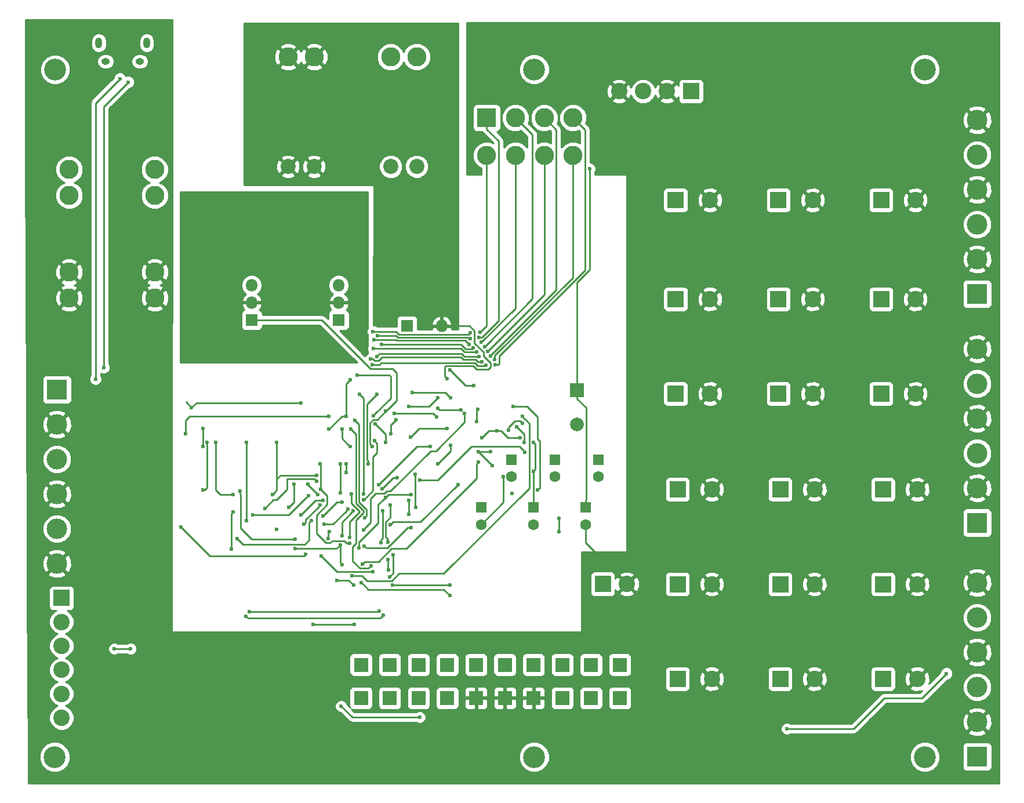
<source format=gbr>
G04 #@! TF.FileFunction,Copper,L2,Bot,Signal*
%FSLAX46Y46*%
G04 Gerber Fmt 4.6, Leading zero omitted, Abs format (unit mm)*
G04 Created by KiCad (PCBNEW 4.0.7) date 04/21/18 17:47:42*
%MOMM*%
%LPD*%
G01*
G04 APERTURE LIST*
%ADD10C,0.100000*%
%ADD11C,3.200000*%
%ADD12R,2.400000X2.400000*%
%ADD13C,2.400000*%
%ADD14R,1.600000X1.600000*%
%ADD15C,1.600000*%
%ADD16R,2.000000X2.000000*%
%ADD17C,2.000000*%
%ADD18R,1.800000X1.800000*%
%ADD19O,1.800000X1.800000*%
%ADD20C,2.800000*%
%ADD21C,2.200000*%
%ADD22R,2.125980X2.125980*%
%ADD23O,1.250000X0.950000*%
%ADD24O,1.000000X1.550000*%
%ADD25R,3.000000X3.000000*%
%ADD26C,3.000000*%
%ADD27R,2.800000X2.800000*%
%ADD28C,0.600000*%
%ADD29C,0.250000*%
%ADD30C,0.254000*%
G04 APERTURE END LIST*
D10*
D11*
X154380000Y-40630000D03*
X154380000Y-141040000D03*
D12*
X175055000Y-59702000D03*
D13*
X180055000Y-59702000D03*
D12*
X175055000Y-74162000D03*
D13*
X180055000Y-74162000D03*
D12*
X175055000Y-87987000D03*
D13*
X180055000Y-87987000D03*
D12*
X175325000Y-101967000D03*
D13*
X180325000Y-101967000D03*
D12*
X175325000Y-115792000D03*
D13*
X180325000Y-115792000D03*
D12*
X175325000Y-129617000D03*
D13*
X180325000Y-129617000D03*
D14*
X154279600Y-104597200D03*
D15*
X154279600Y-107097200D03*
D12*
X190055000Y-59702000D03*
D13*
X195055000Y-59702000D03*
D12*
X190055000Y-74162000D03*
D13*
X195055000Y-74162000D03*
D12*
X190055000Y-87987000D03*
D13*
X195055000Y-87987000D03*
D12*
X190325000Y-101967000D03*
D13*
X195325000Y-101967000D03*
D12*
X190325000Y-115792000D03*
D13*
X195325000Y-115792000D03*
D12*
X190325000Y-129617000D03*
D13*
X195325000Y-129617000D03*
D14*
X146659600Y-104597200D03*
D15*
X146659600Y-107097200D03*
D12*
X205055000Y-59702000D03*
D13*
X210055000Y-59702000D03*
D12*
X205055000Y-74162000D03*
D13*
X210055000Y-74162000D03*
D12*
X205055000Y-87987000D03*
D13*
X210055000Y-87987000D03*
D12*
X205325000Y-101967000D03*
D13*
X210325000Y-101967000D03*
D12*
X205325000Y-115792000D03*
D13*
X210325000Y-115792000D03*
D12*
X205325000Y-129617000D03*
D13*
X210325000Y-129617000D03*
D14*
X161899600Y-104597200D03*
D15*
X161899600Y-107097200D03*
D14*
X151104600Y-97612200D03*
D15*
X151104600Y-100112200D03*
D14*
X157454600Y-97612200D03*
D15*
X157454600Y-100112200D03*
D14*
X163804600Y-97612200D03*
D15*
X163804600Y-100112200D03*
D13*
X167914200Y-115773200D03*
D12*
X164414200Y-115773200D03*
D13*
X85369400Y-121315600D03*
D12*
X85369400Y-117815600D03*
D13*
X85369400Y-124815600D03*
X85369400Y-128315600D03*
X85369400Y-131815600D03*
X85369400Y-135315600D03*
D16*
X160629600Y-87452200D03*
D17*
X160629600Y-92452200D03*
D18*
X113157000Y-77216000D03*
D19*
X113157000Y-74676000D03*
X113157000Y-72136000D03*
D18*
X125857000Y-77216000D03*
D19*
X125857000Y-74676000D03*
X125857000Y-72136000D03*
D13*
X170292000Y-43815000D03*
X166792000Y-43815000D03*
X173792000Y-43815000D03*
D12*
X177292000Y-43815000D03*
D20*
X118455000Y-38802000D03*
X122255000Y-38802000D03*
D21*
X118455000Y-54802000D03*
X122255000Y-54802000D03*
D20*
X133445000Y-38802000D03*
X137255000Y-38792000D03*
D21*
X133455000Y-54802000D03*
X137255000Y-54792000D03*
D11*
X84380000Y-141040000D03*
D18*
X135813800Y-78079600D03*
D19*
X140893800Y-78079600D03*
D22*
X129105660Y-127558800D03*
X129105660Y-132422900D03*
X133306820Y-127558800D03*
X133306820Y-132422900D03*
X137505440Y-127558800D03*
X137505440Y-132422900D03*
X141706600Y-127558800D03*
X141706600Y-132422900D03*
X145905220Y-127558800D03*
X145905220Y-132422900D03*
X150106380Y-127558800D03*
X150106380Y-132422900D03*
X154305000Y-127558800D03*
X154305000Y-132422900D03*
X158506160Y-127558800D03*
X158506160Y-132422900D03*
X162704780Y-127558800D03*
X162704780Y-132422900D03*
X166905940Y-127558800D03*
X166900860Y-132422900D03*
D23*
X91815400Y-39479200D03*
X96815400Y-39479200D03*
D24*
X97815400Y-36779200D03*
X90815400Y-36779200D03*
D25*
X219075000Y-106832400D03*
D26*
X219075000Y-101752400D03*
X219075000Y-96672400D03*
X219075000Y-91592400D03*
X219075000Y-86512400D03*
X219075000Y-81432400D03*
D25*
X84709000Y-87376000D03*
D26*
X84709000Y-92456000D03*
X84709000Y-97536000D03*
X84709000Y-102616000D03*
X84709000Y-107696000D03*
X84709000Y-112776000D03*
D25*
X219075000Y-140970000D03*
D26*
X219075000Y-135890000D03*
X219075000Y-130810000D03*
X219075000Y-125730000D03*
X219075000Y-120650000D03*
X219075000Y-115570000D03*
D25*
X219075000Y-73406000D03*
D26*
X219075000Y-68326000D03*
X219075000Y-63246000D03*
X219075000Y-58166000D03*
X219075000Y-53086000D03*
X219075000Y-48006000D03*
D20*
X98983800Y-55219600D03*
X98983800Y-59019600D03*
X86483800Y-55219600D03*
X86483800Y-59019600D03*
X98983800Y-70219600D03*
X98983800Y-74019600D03*
X86483800Y-70219600D03*
X86483800Y-74019600D03*
D27*
X147463400Y-47687600D03*
D20*
X151663400Y-47687600D03*
X155863400Y-47687600D03*
X160063400Y-47687600D03*
X147463400Y-53187600D03*
X151663400Y-53187600D03*
X155863400Y-53187600D03*
X160063400Y-53187600D03*
D11*
X211440000Y-141040000D03*
X211440000Y-40630000D03*
X84430000Y-40640000D03*
D28*
X154279600Y-99314000D03*
X151866600Y-92811600D03*
X152933400Y-95097600D03*
X154305000Y-95097600D03*
X158013400Y-108153200D03*
X158013400Y-106172000D03*
X151155400Y-102514400D03*
X152648920Y-92275660D03*
X133999584Y-90834517D03*
X148055000Y-96402000D03*
X149921600Y-100112200D03*
X140182600Y-91389200D03*
X146278600Y-96469200D03*
X148310600Y-98501200D03*
X150644600Y-93307200D03*
X154904610Y-102057200D03*
X151358600Y-89865200D03*
X152308390Y-94437200D03*
X146786600Y-94437200D03*
X148984600Y-93421200D03*
X162483800Y-55118000D03*
X146194600Y-90246200D03*
X145982155Y-92057792D03*
X153029589Y-96500425D03*
X132689612Y-95108598D03*
X131189588Y-92406293D03*
X130896995Y-91156282D03*
X128514600Y-85232200D03*
X137655000Y-100602000D03*
X132155000Y-101902000D03*
X134355000Y-100247202D03*
X127555000Y-85952000D03*
X136118600Y-105613200D03*
X136118600Y-103581200D03*
X126974600Y-91262200D03*
X124434600Y-93167200D03*
X131689247Y-101251543D03*
X139204937Y-95707200D03*
X128122474Y-121692838D03*
X122079149Y-121677851D03*
X132668443Y-103141632D03*
X136395292Y-102692200D03*
X128805000Y-110527198D03*
X125555000Y-115202000D03*
X128055000Y-115952000D03*
X122577560Y-99913787D03*
X116190849Y-102692200D03*
X116814600Y-95072200D03*
X115055000Y-104702000D03*
X122604614Y-100796805D03*
X116814600Y-107772200D03*
X112369600Y-106502200D03*
X112369600Y-95072200D03*
X110455322Y-105263816D03*
X121418829Y-102863928D03*
X113305000Y-105702000D03*
X110210600Y-110693200D03*
X110464600Y-102692200D03*
X107924600Y-95072200D03*
X136457875Y-107575553D03*
X123168782Y-98222616D03*
X123241512Y-101948246D03*
X127478967Y-109794520D03*
X129575338Y-110216494D03*
X126355000Y-103802000D03*
X123555000Y-105802000D03*
X122805000Y-102702000D03*
X121354602Y-101202000D03*
X126091678Y-102462205D03*
X126055000Y-98202000D03*
X103478707Y-93819284D03*
X124434600Y-91262200D03*
X123554991Y-103589224D03*
X119354600Y-101182200D03*
X118555000Y-104567202D03*
X120305000Y-105702000D03*
X123132596Y-104268637D03*
X120734955Y-107064879D03*
X126974600Y-98247200D03*
X126974600Y-99517200D03*
X111055000Y-109167202D03*
X121855000Y-106502000D03*
X106654600Y-95072200D03*
X106019600Y-102057200D03*
X129450223Y-107850800D03*
X144246600Y-90881200D03*
X140309600Y-90107200D03*
X143738600Y-90373200D03*
X137010963Y-99742445D03*
X142214600Y-88607200D03*
X137134600Y-104597200D03*
X136626600Y-87833200D03*
X130149600Y-98247200D03*
X131419600Y-88087200D03*
X129486909Y-102608332D03*
X127688285Y-102656930D03*
X127469294Y-108994567D03*
X128879600Y-88087200D03*
X132715000Y-90542554D03*
X127515987Y-95707200D03*
X126339600Y-93167200D03*
X130784600Y-95707200D03*
X146314690Y-79763762D03*
X145059400Y-79959200D03*
X131523150Y-79513408D03*
X147133689Y-81135605D03*
X145461923Y-81269973D03*
X132110408Y-80768005D03*
X131393584Y-82559251D03*
X146349133Y-82597011D03*
X148008452Y-82469475D03*
X130743005Y-83701684D03*
X148693159Y-83750681D03*
X147379119Y-83794407D03*
X146532600Y-78994000D03*
X145059400Y-79095600D03*
X130868760Y-78888406D03*
X146687355Y-80471674D03*
X144852068Y-80752194D03*
X131020965Y-80138418D03*
X130922393Y-81410982D03*
X147623386Y-81768231D03*
X145950882Y-81903170D03*
X130506185Y-82923270D03*
X146767152Y-83279125D03*
X148646544Y-82952028D03*
X214604600Y-128828800D03*
X191287400Y-136906000D03*
X93091000Y-125222000D03*
X95478600Y-125222000D03*
X126212600Y-133604000D03*
X137693400Y-135229600D03*
X132375529Y-120301587D03*
X93903800Y-41960800D03*
X90347800Y-85852000D03*
X112293400Y-120446800D03*
X131780946Y-119766339D03*
X112818680Y-119843394D03*
X95123000Y-42468800D03*
X91567000Y-84175600D03*
X129150398Y-115552542D03*
X142055000Y-117452000D03*
X133674398Y-115948148D03*
X142055000Y-115952000D03*
X129625341Y-106056258D03*
X128244600Y-91897200D03*
X130579594Y-113117552D03*
X127609600Y-93167200D03*
X131061886Y-94838612D03*
X129514030Y-103439954D03*
X145567400Y-86817200D03*
X142124604Y-84539421D03*
X129302558Y-112876979D03*
X146278600Y-97993200D03*
X152664160Y-91320620D03*
X127805320Y-114577010D03*
X102805000Y-107452000D03*
X127195720Y-104860638D03*
X121015646Y-111444868D03*
X123710165Y-107026105D03*
X132278552Y-105045035D03*
X133109602Y-113702000D03*
X133055000Y-112202000D03*
X132055000Y-109702000D03*
X133378276Y-104238519D03*
X133305000Y-114702000D03*
X133834582Y-111474008D03*
X133002654Y-109615885D03*
X124453413Y-108111434D03*
X124305000Y-109139444D03*
X123305000Y-111702000D03*
X130805000Y-113952000D03*
X141670426Y-85770119D03*
X134183135Y-91792355D03*
X133439600Y-93802200D03*
X141664328Y-93016160D03*
X127957103Y-105106228D03*
X104355000Y-90002000D03*
X120355000Y-89302000D03*
X143274599Y-101237201D03*
X133384583Y-107102000D03*
X140284598Y-98247200D03*
X142155000Y-95502000D03*
X136355000Y-94302000D03*
X119455000Y-110602000D03*
X119455000Y-109202000D03*
X111455000Y-102202000D03*
X126305000Y-112952000D03*
X126055000Y-110077177D03*
X126305000Y-108702000D03*
X140309600Y-88607200D03*
X136118600Y-89865200D03*
X106019600Y-93052200D03*
X106019600Y-95707200D03*
D29*
X154279600Y-99314000D02*
X154579599Y-99014001D01*
X154579599Y-99014001D02*
X154579599Y-95372199D01*
X154579599Y-95372199D02*
X154305000Y-95097600D01*
X154279600Y-104597200D02*
X154279600Y-99314000D01*
X152933400Y-95097600D02*
X152933400Y-93878400D01*
X152933400Y-93878400D02*
X151866600Y-92811600D01*
X158013400Y-106172000D02*
X158013400Y-108153200D01*
X152348921Y-91975661D02*
X152648920Y-92275660D01*
X151551875Y-91975661D02*
X152348921Y-91975661D01*
X150644600Y-92882936D02*
X151551875Y-91975661D01*
X150644600Y-93307200D02*
X150644600Y-92882936D01*
X161899600Y-107097200D02*
X161899600Y-109758600D01*
X161899600Y-109758600D02*
X167914200Y-115773200D01*
X134423848Y-90834517D02*
X133999584Y-90834517D01*
X139627917Y-90834517D02*
X134423848Y-90834517D01*
X140182600Y-91389200D02*
X139627917Y-90834517D01*
X148055000Y-96402000D02*
X146345800Y-96402000D01*
X146345800Y-96402000D02*
X146278600Y-96469200D01*
X149921600Y-100112200D02*
X149921600Y-103835200D01*
X149921600Y-103835200D02*
X146659600Y-107097200D01*
X148310600Y-98501200D02*
X146278600Y-96469200D01*
X155204609Y-101757201D02*
X154904610Y-102057200D01*
X154904610Y-91379210D02*
X154904610Y-94619806D01*
X155204609Y-94919805D02*
X155204609Y-101757201D01*
X154904610Y-94619806D02*
X155204609Y-94919805D01*
X151358600Y-89865200D02*
X153390600Y-89865200D01*
X153390600Y-89865200D02*
X154904610Y-91379210D01*
X150550600Y-94437200D02*
X151884126Y-94437200D01*
X151884126Y-94437200D02*
X152308390Y-94437200D01*
X148984600Y-93421200D02*
X149534600Y-93421200D01*
X149534600Y-93421200D02*
X150550600Y-94437200D01*
X146786600Y-94437200D02*
X147802600Y-93421200D01*
X147802600Y-93421200D02*
X148984600Y-93421200D01*
X161899600Y-104597200D02*
X161899600Y-103547200D01*
X161899600Y-103547200D02*
X161954601Y-103492199D01*
X161954601Y-90027201D02*
X160629600Y-88702200D01*
X161954601Y-103492199D02*
X161954601Y-90027201D01*
X160629600Y-88702200D02*
X160629600Y-87452200D01*
X162483800Y-55542264D02*
X162483800Y-55118000D01*
X162483800Y-69876810D02*
X162483800Y-55542264D01*
X160629600Y-71731010D02*
X162483800Y-69876810D01*
X160629600Y-87452200D02*
X160629600Y-71731010D01*
X145982155Y-92057792D02*
X145982155Y-90458645D01*
X145982155Y-90458645D02*
X146194600Y-90246200D01*
X145255000Y-95702000D02*
X152231164Y-95702000D01*
X152231164Y-95702000D02*
X152729590Y-96200426D01*
X152729590Y-96200426D02*
X153029589Y-96500425D01*
X137655000Y-100602000D02*
X140355000Y-100602000D01*
X140355000Y-100602000D02*
X145255000Y-95702000D01*
X132689612Y-93906317D02*
X132689612Y-94684334D01*
X131189588Y-92406293D02*
X132689612Y-93906317D01*
X132689612Y-94684334D02*
X132689612Y-95108598D01*
X131196994Y-90856283D02*
X130896995Y-91156282D01*
X133430736Y-88622541D02*
X131196994Y-90856283D01*
X133185200Y-85232200D02*
X133430736Y-85477736D01*
X128514600Y-85232200D02*
X133185200Y-85232200D01*
X133430736Y-85477736D02*
X133430736Y-88622541D01*
X134355000Y-100247202D02*
X133809798Y-100247202D01*
X133809798Y-100247202D02*
X132155000Y-101902000D01*
X126974600Y-91262200D02*
X126974600Y-86532400D01*
X126974600Y-86532400D02*
X127555000Y-85952000D01*
X136118600Y-103581200D02*
X136118600Y-105613200D01*
X126339600Y-91262200D02*
X126974600Y-91262200D01*
X124434600Y-93167200D02*
X126339600Y-91262200D01*
X137233590Y-95707200D02*
X131989246Y-100951544D01*
X139204937Y-95707200D02*
X137233590Y-95707200D01*
X131989246Y-100951544D02*
X131689247Y-101251543D01*
X122079149Y-121677851D02*
X128107487Y-121677851D01*
X128107487Y-121677851D02*
X128122474Y-121692838D01*
X131629977Y-104180098D02*
X132368444Y-103441631D01*
X128805000Y-110527198D02*
X128805000Y-109640587D01*
X131629977Y-106815610D02*
X131629977Y-104180098D01*
X128805000Y-109640587D02*
X131629977Y-106815610D01*
X132368444Y-103441631D02*
X132668443Y-103141632D01*
X136395292Y-102692200D02*
X133117875Y-102692200D01*
X133117875Y-102692200D02*
X132968442Y-102841633D01*
X132968442Y-102841633D02*
X132668443Y-103141632D01*
X128055000Y-115952000D02*
X127305000Y-115202000D01*
X127305000Y-115202000D02*
X125555000Y-115202000D01*
X117352813Y-99913787D02*
X122153296Y-99913787D01*
X122153296Y-99913787D02*
X122577560Y-99913787D01*
X116814600Y-100452000D02*
X117352813Y-99913787D01*
X116490848Y-102392201D02*
X116190849Y-102692200D01*
X116814600Y-102068449D02*
X116490848Y-102392201D01*
X116814600Y-100452000D02*
X116814600Y-102068449D01*
X116814600Y-95072200D02*
X116814600Y-100452000D01*
X118305000Y-100452000D02*
X122259809Y-100452000D01*
X122259809Y-100452000D02*
X122604614Y-100796805D01*
X118305000Y-101952000D02*
X118305000Y-100452000D01*
X116805000Y-103452000D02*
X118305000Y-101952000D01*
X116305000Y-103452000D02*
X116805000Y-103452000D01*
X115055000Y-104702000D02*
X116305000Y-103452000D01*
X112369600Y-95072200D02*
X112369600Y-106502200D01*
X110210600Y-110693200D02*
X110210600Y-105508538D01*
X110210600Y-105508538D02*
X110455322Y-105263816D01*
X121118830Y-103163927D02*
X121418829Y-102863928D01*
X113305000Y-105702000D02*
X118580757Y-105702000D01*
X118580757Y-105702000D02*
X121118830Y-103163927D01*
X108559600Y-102692200D02*
X110464600Y-102692200D01*
X107924600Y-102057200D02*
X108559600Y-102692200D01*
X107924600Y-95072200D02*
X107924600Y-102057200D01*
X135929994Y-107575553D02*
X136033611Y-107575553D01*
X129575338Y-110216494D02*
X129875337Y-110516493D01*
X132989054Y-110516493D02*
X135929994Y-107575553D01*
X136033611Y-107575553D02*
X136457875Y-107575553D01*
X129875337Y-110516493D02*
X132989054Y-110516493D01*
X127478967Y-109794520D02*
X127054703Y-109794520D01*
X127054703Y-109794520D02*
X126712359Y-109452176D01*
X124180001Y-104163680D02*
X124180001Y-102886735D01*
X126712359Y-109452176D02*
X124917272Y-109452176D01*
X124917272Y-109452176D02*
X124605002Y-109764446D01*
X124605002Y-109764446D02*
X124004998Y-109764446D01*
X124004998Y-109764446D02*
X122609977Y-108369425D01*
X122609977Y-105733704D02*
X124180001Y-104163680D01*
X122609977Y-108369425D02*
X122609977Y-105733704D01*
X124180001Y-102886735D02*
X123541511Y-102248245D01*
X123541511Y-102248245D02*
X123241512Y-101948246D01*
X123241512Y-98295346D02*
X123168782Y-98222616D01*
X123241512Y-101948246D02*
X123241512Y-98295346D01*
X125555000Y-103802000D02*
X126355000Y-103802000D01*
X123555000Y-105802000D02*
X125555000Y-103802000D01*
X121354602Y-101202000D02*
X121354602Y-101251602D01*
X121354602Y-101251602D02*
X122805000Y-102702000D01*
X126055000Y-98202000D02*
X126055000Y-102425527D01*
X126055000Y-102425527D02*
X126091678Y-102462205D01*
X104114600Y-91262200D02*
X124434600Y-91262200D01*
X103479600Y-91897200D02*
X104114600Y-91262200D01*
X103479600Y-93802200D02*
X103479600Y-91897200D01*
X122417776Y-103589224D02*
X123130727Y-103589224D01*
X120305000Y-105702000D02*
X122417776Y-103589224D01*
X123130727Y-103589224D02*
X123554991Y-103589224D01*
X118555000Y-104567202D02*
X119354600Y-103767602D01*
X119354600Y-103767602D02*
X119354600Y-101182200D01*
X120734955Y-107064879D02*
X121034954Y-106764880D01*
X122832597Y-104568636D02*
X123132596Y-104268637D01*
X121034954Y-106366279D02*
X122832597Y-104568636D01*
X121034954Y-106764880D02*
X121034954Y-106366279D01*
X126974600Y-99517200D02*
X126974600Y-98247200D01*
X121855000Y-106502000D02*
X121555001Y-106801999D01*
X121555001Y-106801999D02*
X121555001Y-109340545D01*
X121555001Y-109340545D02*
X120927626Y-109967920D01*
X120927626Y-109967920D02*
X111855718Y-109967920D01*
X111855718Y-109967920D02*
X111055000Y-109167202D01*
X106654600Y-95072200D02*
X106654600Y-101719551D01*
X106654600Y-101719551D02*
X106316951Y-102057200D01*
X106316951Y-102057200D02*
X106019600Y-102057200D01*
X130530600Y-103262810D02*
X130530600Y-106770423D01*
X130530600Y-106770423D02*
X129750222Y-107550801D01*
X129750222Y-107550801D02*
X129450223Y-107850800D01*
X133408798Y-102227002D02*
X132855002Y-102227002D01*
X132855002Y-102227002D02*
X132555002Y-102527002D01*
X132555002Y-102527002D02*
X131266408Y-102527002D01*
X131266408Y-102527002D02*
X130530600Y-103262810D01*
X144246600Y-90881200D02*
X144246600Y-92135300D01*
X144246600Y-92135300D02*
X140049699Y-96332201D01*
X140049699Y-96332201D02*
X139303599Y-96332201D01*
X139303599Y-96332201D02*
X133408798Y-102227002D01*
X140575600Y-90373200D02*
X143738600Y-90373200D01*
X140309600Y-90107200D02*
X140575600Y-90373200D01*
X137134600Y-104597200D02*
X137020302Y-104482902D01*
X137020302Y-104482902D02*
X137020302Y-99751784D01*
X137020302Y-99751784D02*
X137010963Y-99742445D01*
X141440600Y-87833200D02*
X136626600Y-87833200D01*
X142214600Y-88607200D02*
X141440600Y-87833200D01*
X131419600Y-88087200D02*
X129986873Y-89519927D01*
X129986873Y-97660209D02*
X130149600Y-97822936D01*
X130149600Y-97822936D02*
X130149600Y-98247200D01*
X129986873Y-89519927D02*
X129986873Y-97660209D01*
X129486909Y-102184068D02*
X129486909Y-102608332D01*
X128879600Y-88087200D02*
X129486909Y-88694509D01*
X129486909Y-88694509D02*
X129486909Y-102184068D01*
X127469294Y-108994567D02*
X127469294Y-106658020D01*
X127688285Y-103953511D02*
X127688285Y-103081194D01*
X128861797Y-105265517D02*
X128861797Y-105127023D01*
X128861797Y-105127023D02*
X127688285Y-103953511D01*
X127469294Y-106658020D02*
X128861797Y-105265517D01*
X127688285Y-103081194D02*
X127688285Y-102656930D01*
X134305000Y-84952000D02*
X134305000Y-88952554D01*
X133014999Y-90242555D02*
X132715000Y-90542554D01*
X134305000Y-88952554D02*
X133014999Y-90242555D01*
X113157000Y-77216000D02*
X123357198Y-77216000D01*
X123357198Y-77216000D02*
X130467883Y-84326685D01*
X133679685Y-84326685D02*
X134305000Y-84952000D01*
X130467883Y-84326685D02*
X133679685Y-84326685D01*
X130436884Y-92233995D02*
X130436884Y-95359484D01*
X130436884Y-95359484D02*
X130484601Y-95407201D01*
X130484601Y-95407201D02*
X130784600Y-95707200D01*
X131476262Y-91781292D02*
X130889587Y-91781292D01*
X130889587Y-91781292D02*
X130436884Y-92233995D01*
X132715000Y-90542554D02*
X131476262Y-91781292D01*
X127215988Y-95407201D02*
X127515987Y-95707200D01*
X126339600Y-94530813D02*
X127215988Y-95407201D01*
X126339600Y-93167200D02*
X126339600Y-94530813D01*
X147463400Y-47687600D02*
X147463400Y-49337600D01*
X149188401Y-77314315D02*
X146738954Y-79763762D01*
X146738954Y-79763762D02*
X146314690Y-79763762D01*
X149188401Y-51062601D02*
X149188401Y-77314315D01*
X147463400Y-49337600D02*
X149188401Y-51062601D01*
X134226195Y-79513408D02*
X134467399Y-79754612D01*
X131523150Y-79513408D02*
X134226195Y-79513408D01*
X144854812Y-79754612D02*
X145059400Y-79959200D01*
X134467399Y-79754612D02*
X144854812Y-79754612D01*
X147433688Y-80835606D02*
X147133689Y-81135605D01*
X154138399Y-50162599D02*
X154138399Y-74130895D01*
X154138399Y-74130895D02*
X147433688Y-80835606D01*
X151663400Y-47687600D02*
X154138399Y-50162599D01*
X145284094Y-81447802D02*
X145461923Y-81269973D01*
X144403798Y-81447802D02*
X145284094Y-81447802D01*
X143724001Y-80768005D02*
X144403798Y-81447802D01*
X132110408Y-80768005D02*
X143724001Y-80768005D01*
X144211879Y-82528705D02*
X143790868Y-82107694D01*
X146280827Y-82528705D02*
X144211879Y-82528705D01*
X131845141Y-82107694D02*
X131693583Y-82259252D01*
X143790868Y-82107694D02*
X131845141Y-82107694D01*
X131693583Y-82259252D02*
X131393584Y-82559251D01*
X146349133Y-82597011D02*
X146280827Y-82528705D01*
X155863400Y-47687600D02*
X157588401Y-49412601D01*
X148008452Y-82413690D02*
X148008452Y-82469475D01*
X157588401Y-49412601D02*
X157588401Y-72833741D01*
X157588401Y-72833741D02*
X148008452Y-82413690D01*
X131812566Y-83701684D02*
X131167269Y-83701684D01*
X132049850Y-83464400D02*
X131812566Y-83701684D01*
X146132025Y-83904126D02*
X145692299Y-83464400D01*
X131167269Y-83701684D02*
X130743005Y-83701684D01*
X145692299Y-83464400D02*
X132049850Y-83464400D01*
X147379119Y-83794407D02*
X147269400Y-83904126D01*
X147269400Y-83904126D02*
X146132025Y-83904126D01*
X149271546Y-83596558D02*
X149117423Y-83750681D01*
X149117423Y-83750681D02*
X148693159Y-83750681D01*
X149271546Y-82452654D02*
X149271546Y-83596558D01*
X161788401Y-69935799D02*
X149271546Y-82452654D01*
X161788401Y-49412601D02*
X161788401Y-69935799D01*
X160063400Y-47687600D02*
X161788401Y-49412601D01*
X146532600Y-78994000D02*
X147463400Y-78063200D01*
X147463400Y-78063200D02*
X147463400Y-53187600D01*
X130868760Y-78888406D02*
X134237604Y-78888406D01*
X134237604Y-78888406D02*
X134653799Y-79304601D01*
X134653799Y-79304601D02*
X144850399Y-79304601D01*
X144850399Y-79304601D02*
X145059400Y-79095600D01*
X151663400Y-75495629D02*
X146687355Y-80471674D01*
X151663400Y-53187600D02*
X151663400Y-75495629D01*
X131020965Y-80138418D02*
X134214794Y-80138418D01*
X134214794Y-80138418D02*
X134280999Y-80204623D01*
X134280999Y-80204623D02*
X144304497Y-80204623D01*
X144304497Y-80204623D02*
X144552069Y-80452195D01*
X144552069Y-80452195D02*
X144852068Y-80752194D01*
X145950882Y-81903170D02*
X144222755Y-81903170D01*
X143730567Y-81410982D02*
X131346657Y-81410982D01*
X131346657Y-81410982D02*
X130922393Y-81410982D01*
X144222755Y-81903170D02*
X143730567Y-81410982D01*
X147923385Y-81468232D02*
X147623386Y-81768231D01*
X155863400Y-53187600D02*
X155863400Y-73528217D01*
X155863400Y-73528217D02*
X147923385Y-81468232D01*
X143712867Y-82666104D02*
X132211735Y-82666104D01*
X130832599Y-82923270D02*
X130506185Y-82923270D01*
X145845293Y-82980983D02*
X144027746Y-82980983D01*
X146767152Y-83279125D02*
X146143435Y-83279125D01*
X146143435Y-83279125D02*
X145845293Y-82980983D01*
X131693586Y-83184253D02*
X131093582Y-83184253D01*
X144027746Y-82980983D02*
X143712867Y-82666104D01*
X132211735Y-82666104D02*
X131693586Y-83184253D01*
X131093582Y-83184253D02*
X130832599Y-82923270D01*
X148646544Y-82527764D02*
X148646544Y-82952028D01*
X160063400Y-71001049D02*
X148646544Y-82417905D01*
X148646544Y-82417905D02*
X148646544Y-82527764D01*
X160063400Y-53187600D02*
X160063400Y-71001049D01*
X205491402Y-132435600D02*
X210997800Y-132435600D01*
X210997800Y-132435600D02*
X214604600Y-128828800D01*
X191287400Y-136906000D02*
X201021002Y-136906000D01*
X201021002Y-136906000D02*
X205491402Y-132435600D01*
X95478600Y-125222000D02*
X93091000Y-125222000D01*
X137693400Y-135229600D02*
X127838200Y-135229600D01*
X127838200Y-135229600D02*
X126212600Y-133604000D01*
X132075530Y-120601586D02*
X132375529Y-120301587D01*
X112293400Y-120446800D02*
X112593399Y-120746799D01*
X112593399Y-120746799D02*
X131930317Y-120746799D01*
X131930317Y-120746799D02*
X132075530Y-120601586D01*
X90347800Y-85852000D02*
X90347800Y-45516800D01*
X90347800Y-45516800D02*
X93903800Y-41960800D01*
X112818680Y-119843394D02*
X131703891Y-119843394D01*
X131703891Y-119843394D02*
X131780946Y-119766339D01*
X91567000Y-84175600D02*
X91567000Y-46024800D01*
X91567000Y-46024800D02*
X95123000Y-42468800D01*
X141176149Y-116573149D02*
X130171005Y-116573149D01*
X130171005Y-116573149D02*
X129450397Y-115852541D01*
X129450397Y-115852541D02*
X129150398Y-115552542D01*
X142055000Y-117452000D02*
X141176149Y-116573149D01*
X133678250Y-115952000D02*
X133674398Y-115948148D01*
X142055000Y-115952000D02*
X133678250Y-115952000D01*
X129925340Y-105756259D02*
X129625341Y-106056258D01*
X128803227Y-92455827D02*
X128803227Y-103795631D01*
X129925340Y-104917744D02*
X129925340Y-105756259D01*
X128803227Y-103795631D02*
X129925340Y-104917744D01*
X128244600Y-91897200D02*
X128803227Y-92455827D01*
X127867875Y-112439875D02*
X128929989Y-113501989D01*
X130279595Y-113417551D02*
X130579594Y-113117552D01*
X127867875Y-110289511D02*
X127867875Y-112439875D01*
X127609600Y-93167200D02*
X128353216Y-93910816D01*
X129448556Y-105315169D02*
X128341141Y-106422584D01*
X129448556Y-105077371D02*
X129448556Y-105315169D01*
X128929989Y-113501989D02*
X130195157Y-113501989D01*
X130195157Y-113501989D02*
X130279595Y-113417551D01*
X128341141Y-109816245D02*
X127867875Y-110289511D01*
X128353216Y-93910816D02*
X128353216Y-103982031D01*
X128341141Y-106422584D02*
X128341141Y-109816245D01*
X128353216Y-103982031D02*
X129448556Y-105077371D01*
X131414383Y-96642617D02*
X131414383Y-95191109D01*
X131414383Y-95191109D02*
X131361885Y-95138611D01*
X131361885Y-95138611D02*
X131061886Y-94838612D01*
X130855000Y-97202000D02*
X131414383Y-96642617D01*
X130855000Y-102126078D02*
X130855000Y-97202000D01*
X129541124Y-103439954D02*
X130855000Y-102126078D01*
X129514030Y-103439954D02*
X129541124Y-103439954D01*
X144500600Y-86817200D02*
X145567400Y-86817200D01*
X142424603Y-84839420D02*
X142124604Y-84539421D01*
X144402383Y-86817200D02*
X142424603Y-84839420D01*
X144500600Y-86817200D02*
X144402383Y-86817200D01*
X129602557Y-112576980D02*
X129302558Y-112876979D01*
X133572057Y-110586709D02*
X131666216Y-112492550D01*
X129686987Y-112492550D02*
X129602557Y-112576980D01*
X131666216Y-112492550D02*
X129686987Y-112492550D01*
X145978601Y-98293199D02*
X145978601Y-100374003D01*
X135765895Y-110586709D02*
X133572057Y-110586709D01*
X146278600Y-97993200D02*
X145978601Y-98293199D01*
X145978601Y-100374003D02*
X135765895Y-110586709D01*
X153679998Y-92336458D02*
X152964159Y-91620619D01*
X152964159Y-91620619D02*
X152664160Y-91320620D01*
X130004998Y-115327002D02*
X133605002Y-115327002D01*
X153654599Y-101793201D02*
X153654599Y-95423001D01*
X153654599Y-95423001D02*
X153679998Y-95397602D01*
X127805320Y-114577010D02*
X129255006Y-114577010D01*
X129255006Y-114577010D02*
X130004998Y-115327002D01*
X133605002Y-115327002D02*
X134682804Y-114249200D01*
X134682804Y-114249200D02*
X141198600Y-114249200D01*
X141198600Y-114249200D02*
X153654599Y-101793201D01*
X153679998Y-95397602D02*
X153679998Y-92336458D01*
X126895721Y-105160637D02*
X127195720Y-104860638D01*
X125030253Y-107026105D02*
X126895721Y-105160637D01*
X123710165Y-107026105D02*
X125030253Y-107026105D01*
X102805000Y-107452000D02*
X107055000Y-111702000D01*
X107055000Y-111702000D02*
X120758514Y-111702000D01*
X120758514Y-111702000D02*
X121015646Y-111444868D01*
X132055000Y-109277736D02*
X132278552Y-109054184D01*
X132055000Y-109702000D02*
X132055000Y-109277736D01*
X132278552Y-109054184D02*
X132278552Y-105045035D01*
X133055000Y-112202000D02*
X133055000Y-113647398D01*
X133055000Y-113647398D02*
X133109602Y-113702000D01*
X133002654Y-109191621D02*
X132729999Y-108918966D01*
X133002654Y-109615885D02*
X133002654Y-109191621D01*
X132729999Y-106701999D02*
X133378276Y-106053722D01*
X133378276Y-106053722D02*
X133378276Y-104662783D01*
X132729999Y-108918966D02*
X132729999Y-106701999D01*
X133378276Y-104662783D02*
X133378276Y-104238519D01*
X133834582Y-113058828D02*
X133834582Y-114172418D01*
X133834582Y-114172418D02*
X133305000Y-114702000D01*
X133834582Y-111898272D02*
X133834582Y-111474008D01*
X133834582Y-113058828D02*
X133834582Y-111898272D01*
X124305000Y-109139444D02*
X124305000Y-108259847D01*
X124305000Y-108259847D02*
X124453413Y-108111434D01*
X130805000Y-113952000D02*
X125555000Y-113952000D01*
X125555000Y-113952000D02*
X123305000Y-111702000D01*
X148004121Y-83494405D02*
X148004121Y-84094409D01*
X148004121Y-84094409D02*
X147679121Y-84419409D01*
X147679121Y-84419409D02*
X146010897Y-84419409D01*
X146010897Y-84419409D02*
X145505899Y-83914411D01*
X145505899Y-83914411D02*
X141486599Y-83914411D01*
X146974399Y-82464683D02*
X148004121Y-83494405D01*
X140893800Y-78079600D02*
X144968404Y-78079600D01*
X144968404Y-78079600D02*
X145684402Y-78795598D01*
X145684402Y-78795598D02*
X145684402Y-80594804D01*
X145684402Y-80594804D02*
X146974399Y-81884801D01*
X146974399Y-81884801D02*
X146974399Y-82464683D01*
X141370427Y-85470120D02*
X141670426Y-85770119D01*
X141370427Y-84030583D02*
X141370427Y-85470120D01*
X141486599Y-83914411D02*
X141370427Y-84030583D01*
X133439600Y-93802200D02*
X133439600Y-92535890D01*
X133439600Y-92535890D02*
X134183135Y-91792355D01*
X141240064Y-93016160D02*
X141664328Y-93016160D01*
X136355000Y-94302000D02*
X137640840Y-93016160D01*
X137640840Y-93016160D02*
X141240064Y-93016160D01*
X126305000Y-106758331D02*
X127657104Y-105406227D01*
X126305000Y-108702000D02*
X126305000Y-106758331D01*
X127657104Y-105406227D02*
X127957103Y-105106228D01*
X103555000Y-89202000D02*
X104355000Y-90002000D01*
X120355000Y-89302000D02*
X105055000Y-89302000D01*
X105055000Y-89302000D02*
X104355000Y-90002000D01*
X133784583Y-106702000D02*
X137809800Y-106702000D01*
X137809800Y-106702000D02*
X143274599Y-101237201D01*
X133384583Y-107102000D02*
X133784583Y-106702000D01*
X142155000Y-95502000D02*
X142155000Y-96376798D01*
X142155000Y-96376798D02*
X140284598Y-98247200D01*
X119455000Y-110602000D02*
X125530177Y-110602000D01*
X125530177Y-110602000D02*
X126055000Y-110077177D01*
X111555000Y-107602000D02*
X113155000Y-109202000D01*
X113155000Y-109202000D02*
X119455000Y-109202000D01*
X111555000Y-102726264D02*
X111555000Y-107602000D01*
X111455000Y-102202000D02*
X111455000Y-102626264D01*
X111455000Y-102626264D02*
X111555000Y-102726264D01*
X126055000Y-110077177D02*
X126055000Y-112702000D01*
X126055000Y-112702000D02*
X126305000Y-112952000D01*
X139051600Y-89865200D02*
X136118600Y-89865200D01*
X139051600Y-89865200D02*
X140309600Y-88607200D01*
X106019600Y-93052200D02*
X106019600Y-95707200D01*
D30*
G36*
X143256000Y-78544601D02*
X142343309Y-78544601D01*
X142384836Y-78444340D01*
X142264178Y-78206600D01*
X141020800Y-78206600D01*
X141020800Y-78226600D01*
X140766800Y-78226600D01*
X140766800Y-78206600D01*
X139523422Y-78206600D01*
X139402764Y-78444340D01*
X139444291Y-78544601D01*
X137361240Y-78544601D01*
X137361240Y-77714860D01*
X139402764Y-77714860D01*
X139523422Y-77952600D01*
X140766800Y-77952600D01*
X140766800Y-76708603D01*
X141020800Y-76708603D01*
X141020800Y-77952600D01*
X142264178Y-77952600D01*
X142384836Y-77714860D01*
X142206040Y-77283183D01*
X141801376Y-76841634D01*
X141258542Y-76588554D01*
X141020800Y-76708603D01*
X140766800Y-76708603D01*
X140529058Y-76588554D01*
X139986224Y-76841634D01*
X139581560Y-77283183D01*
X139402764Y-77714860D01*
X137361240Y-77714860D01*
X137361240Y-77179600D01*
X137316962Y-76944283D01*
X137177890Y-76728159D01*
X136965690Y-76583169D01*
X136713800Y-76532160D01*
X134913800Y-76532160D01*
X134678483Y-76576438D01*
X134462359Y-76715510D01*
X134317369Y-76927710D01*
X134266360Y-77179600D01*
X134266360Y-78134126D01*
X134237604Y-78128406D01*
X131431223Y-78128406D01*
X131399087Y-78096214D01*
X131055559Y-77953568D01*
X130939337Y-77953467D01*
X130962400Y-57658144D01*
X130952450Y-57608723D01*
X130924057Y-57567066D01*
X130881694Y-57539738D01*
X130835400Y-57531000D01*
X112014000Y-57531000D01*
X112014000Y-56026868D01*
X117409737Y-56026868D01*
X117520641Y-56304099D01*
X118166593Y-56547323D01*
X118856453Y-56524836D01*
X119389359Y-56304099D01*
X119500263Y-56026868D01*
X121209737Y-56026868D01*
X121320641Y-56304099D01*
X121966593Y-56547323D01*
X122656453Y-56524836D01*
X123189359Y-56304099D01*
X123300263Y-56026868D01*
X122255000Y-54981605D01*
X121209737Y-56026868D01*
X119500263Y-56026868D01*
X118455000Y-54981605D01*
X117409737Y-56026868D01*
X112014000Y-56026868D01*
X112014000Y-54513593D01*
X116709677Y-54513593D01*
X116732164Y-55203453D01*
X116952901Y-55736359D01*
X117230132Y-55847263D01*
X118275395Y-54802000D01*
X118634605Y-54802000D01*
X119679868Y-55847263D01*
X119957099Y-55736359D01*
X120200323Y-55090407D01*
X120181521Y-54513593D01*
X120509677Y-54513593D01*
X120532164Y-55203453D01*
X120752901Y-55736359D01*
X121030132Y-55847263D01*
X122075395Y-54802000D01*
X122434605Y-54802000D01*
X123479868Y-55847263D01*
X123757099Y-55736359D01*
X123979541Y-55145599D01*
X131719699Y-55145599D01*
X131983281Y-55783515D01*
X132470918Y-56272004D01*
X133108373Y-56536699D01*
X133798599Y-56537301D01*
X134436515Y-56273719D01*
X134925004Y-55786082D01*
X135189699Y-55148627D01*
X135189710Y-55135599D01*
X135519699Y-55135599D01*
X135783281Y-55773515D01*
X136270918Y-56262004D01*
X136908373Y-56526699D01*
X137598599Y-56527301D01*
X138236515Y-56263719D01*
X138725004Y-55776082D01*
X138989699Y-55138627D01*
X138990301Y-54448401D01*
X138726719Y-53810485D01*
X138239082Y-53321996D01*
X137601627Y-53057301D01*
X136911401Y-53056699D01*
X136273485Y-53320281D01*
X135784996Y-53807918D01*
X135520301Y-54445373D01*
X135519699Y-55135599D01*
X135189710Y-55135599D01*
X135190301Y-54458401D01*
X134926719Y-53820485D01*
X134439082Y-53331996D01*
X133801627Y-53067301D01*
X133111401Y-53066699D01*
X132473485Y-53330281D01*
X131984996Y-53817918D01*
X131720301Y-54455373D01*
X131719699Y-55145599D01*
X123979541Y-55145599D01*
X124000323Y-55090407D01*
X123977836Y-54400547D01*
X123757099Y-53867641D01*
X123479868Y-53756737D01*
X122434605Y-54802000D01*
X122075395Y-54802000D01*
X121030132Y-53756737D01*
X120752901Y-53867641D01*
X120509677Y-54513593D01*
X120181521Y-54513593D01*
X120177836Y-54400547D01*
X119957099Y-53867641D01*
X119679868Y-53756737D01*
X118634605Y-54802000D01*
X118275395Y-54802000D01*
X117230132Y-53756737D01*
X116952901Y-53867641D01*
X116709677Y-54513593D01*
X112014000Y-54513593D01*
X112014000Y-53577132D01*
X117409737Y-53577132D01*
X118455000Y-54622395D01*
X119500263Y-53577132D01*
X121209737Y-53577132D01*
X122255000Y-54622395D01*
X123300263Y-53577132D01*
X123189359Y-53299901D01*
X122543407Y-53056677D01*
X121853547Y-53079164D01*
X121320641Y-53299901D01*
X121209737Y-53577132D01*
X119500263Y-53577132D01*
X119389359Y-53299901D01*
X118743407Y-53056677D01*
X118053547Y-53079164D01*
X117520641Y-53299901D01*
X117409737Y-53577132D01*
X112014000Y-53577132D01*
X112014000Y-40243724D01*
X117192882Y-40243724D01*
X117340455Y-40552106D01*
X118095031Y-40845405D01*
X118904409Y-40827614D01*
X119569545Y-40552106D01*
X119717118Y-40243724D01*
X120992882Y-40243724D01*
X121140455Y-40552106D01*
X121895031Y-40845405D01*
X122704409Y-40827614D01*
X123369545Y-40552106D01*
X123517118Y-40243724D01*
X122255000Y-38981605D01*
X120992882Y-40243724D01*
X119717118Y-40243724D01*
X118455000Y-38981605D01*
X117192882Y-40243724D01*
X112014000Y-40243724D01*
X112014000Y-38442031D01*
X116411595Y-38442031D01*
X116429386Y-39251409D01*
X116704894Y-39916545D01*
X117013276Y-40064118D01*
X118275395Y-38802000D01*
X118634605Y-38802000D01*
X119896724Y-40064118D01*
X120205106Y-39916545D01*
X120350236Y-39543167D01*
X120504894Y-39916545D01*
X120813276Y-40064118D01*
X122075395Y-38802000D01*
X122434605Y-38802000D01*
X123696724Y-40064118D01*
X124005106Y-39916545D01*
X124281674Y-39205011D01*
X131409648Y-39205011D01*
X131718805Y-39953229D01*
X132290760Y-40526183D01*
X133038438Y-40836646D01*
X133848011Y-40837352D01*
X134596229Y-40528195D01*
X135169183Y-39956240D01*
X135352133Y-39515649D01*
X135528805Y-39943229D01*
X136100760Y-40516183D01*
X136848438Y-40826646D01*
X137658011Y-40827352D01*
X138406229Y-40518195D01*
X138979183Y-39946240D01*
X139289646Y-39198562D01*
X139290352Y-38388989D01*
X138981195Y-37640771D01*
X138409240Y-37067817D01*
X137661562Y-36757354D01*
X136851989Y-36756648D01*
X136103771Y-37065805D01*
X135530817Y-37637760D01*
X135347867Y-38078351D01*
X135171195Y-37650771D01*
X134599240Y-37077817D01*
X133851562Y-36767354D01*
X133041989Y-36766648D01*
X132293771Y-37075805D01*
X131720817Y-37647760D01*
X131410354Y-38395438D01*
X131409648Y-39205011D01*
X124281674Y-39205011D01*
X124298405Y-39161969D01*
X124280614Y-38352591D01*
X124005106Y-37687455D01*
X123696724Y-37539882D01*
X122434605Y-38802000D01*
X122075395Y-38802000D01*
X120813276Y-37539882D01*
X120504894Y-37687455D01*
X120359764Y-38060833D01*
X120205106Y-37687455D01*
X119896724Y-37539882D01*
X118634605Y-38802000D01*
X118275395Y-38802000D01*
X117013276Y-37539882D01*
X116704894Y-37687455D01*
X116411595Y-38442031D01*
X112014000Y-38442031D01*
X112014000Y-37360276D01*
X117192882Y-37360276D01*
X118455000Y-38622395D01*
X119717118Y-37360276D01*
X120992882Y-37360276D01*
X122255000Y-38622395D01*
X123517118Y-37360276D01*
X123369545Y-37051894D01*
X122614969Y-36758595D01*
X121805591Y-36776386D01*
X121140455Y-37051894D01*
X120992882Y-37360276D01*
X119717118Y-37360276D01*
X119569545Y-37051894D01*
X118814969Y-36758595D01*
X118005591Y-36776386D01*
X117340455Y-37051894D01*
X117192882Y-37360276D01*
X112014000Y-37360276D01*
X112014000Y-33909000D01*
X124587000Y-33909000D01*
X124636410Y-33898994D01*
X124678035Y-33870553D01*
X124685984Y-33858200D01*
X143256000Y-33858200D01*
X143256000Y-78544601D01*
X143256000Y-78544601D01*
G37*
X143256000Y-78544601D02*
X142343309Y-78544601D01*
X142384836Y-78444340D01*
X142264178Y-78206600D01*
X141020800Y-78206600D01*
X141020800Y-78226600D01*
X140766800Y-78226600D01*
X140766800Y-78206600D01*
X139523422Y-78206600D01*
X139402764Y-78444340D01*
X139444291Y-78544601D01*
X137361240Y-78544601D01*
X137361240Y-77714860D01*
X139402764Y-77714860D01*
X139523422Y-77952600D01*
X140766800Y-77952600D01*
X140766800Y-76708603D01*
X141020800Y-76708603D01*
X141020800Y-77952600D01*
X142264178Y-77952600D01*
X142384836Y-77714860D01*
X142206040Y-77283183D01*
X141801376Y-76841634D01*
X141258542Y-76588554D01*
X141020800Y-76708603D01*
X140766800Y-76708603D01*
X140529058Y-76588554D01*
X139986224Y-76841634D01*
X139581560Y-77283183D01*
X139402764Y-77714860D01*
X137361240Y-77714860D01*
X137361240Y-77179600D01*
X137316962Y-76944283D01*
X137177890Y-76728159D01*
X136965690Y-76583169D01*
X136713800Y-76532160D01*
X134913800Y-76532160D01*
X134678483Y-76576438D01*
X134462359Y-76715510D01*
X134317369Y-76927710D01*
X134266360Y-77179600D01*
X134266360Y-78134126D01*
X134237604Y-78128406D01*
X131431223Y-78128406D01*
X131399087Y-78096214D01*
X131055559Y-77953568D01*
X130939337Y-77953467D01*
X130962400Y-57658144D01*
X130952450Y-57608723D01*
X130924057Y-57567066D01*
X130881694Y-57539738D01*
X130835400Y-57531000D01*
X112014000Y-57531000D01*
X112014000Y-56026868D01*
X117409737Y-56026868D01*
X117520641Y-56304099D01*
X118166593Y-56547323D01*
X118856453Y-56524836D01*
X119389359Y-56304099D01*
X119500263Y-56026868D01*
X121209737Y-56026868D01*
X121320641Y-56304099D01*
X121966593Y-56547323D01*
X122656453Y-56524836D01*
X123189359Y-56304099D01*
X123300263Y-56026868D01*
X122255000Y-54981605D01*
X121209737Y-56026868D01*
X119500263Y-56026868D01*
X118455000Y-54981605D01*
X117409737Y-56026868D01*
X112014000Y-56026868D01*
X112014000Y-54513593D01*
X116709677Y-54513593D01*
X116732164Y-55203453D01*
X116952901Y-55736359D01*
X117230132Y-55847263D01*
X118275395Y-54802000D01*
X118634605Y-54802000D01*
X119679868Y-55847263D01*
X119957099Y-55736359D01*
X120200323Y-55090407D01*
X120181521Y-54513593D01*
X120509677Y-54513593D01*
X120532164Y-55203453D01*
X120752901Y-55736359D01*
X121030132Y-55847263D01*
X122075395Y-54802000D01*
X122434605Y-54802000D01*
X123479868Y-55847263D01*
X123757099Y-55736359D01*
X123979541Y-55145599D01*
X131719699Y-55145599D01*
X131983281Y-55783515D01*
X132470918Y-56272004D01*
X133108373Y-56536699D01*
X133798599Y-56537301D01*
X134436515Y-56273719D01*
X134925004Y-55786082D01*
X135189699Y-55148627D01*
X135189710Y-55135599D01*
X135519699Y-55135599D01*
X135783281Y-55773515D01*
X136270918Y-56262004D01*
X136908373Y-56526699D01*
X137598599Y-56527301D01*
X138236515Y-56263719D01*
X138725004Y-55776082D01*
X138989699Y-55138627D01*
X138990301Y-54448401D01*
X138726719Y-53810485D01*
X138239082Y-53321996D01*
X137601627Y-53057301D01*
X136911401Y-53056699D01*
X136273485Y-53320281D01*
X135784996Y-53807918D01*
X135520301Y-54445373D01*
X135519699Y-55135599D01*
X135189710Y-55135599D01*
X135190301Y-54458401D01*
X134926719Y-53820485D01*
X134439082Y-53331996D01*
X133801627Y-53067301D01*
X133111401Y-53066699D01*
X132473485Y-53330281D01*
X131984996Y-53817918D01*
X131720301Y-54455373D01*
X131719699Y-55145599D01*
X123979541Y-55145599D01*
X124000323Y-55090407D01*
X123977836Y-54400547D01*
X123757099Y-53867641D01*
X123479868Y-53756737D01*
X122434605Y-54802000D01*
X122075395Y-54802000D01*
X121030132Y-53756737D01*
X120752901Y-53867641D01*
X120509677Y-54513593D01*
X120181521Y-54513593D01*
X120177836Y-54400547D01*
X119957099Y-53867641D01*
X119679868Y-53756737D01*
X118634605Y-54802000D01*
X118275395Y-54802000D01*
X117230132Y-53756737D01*
X116952901Y-53867641D01*
X116709677Y-54513593D01*
X112014000Y-54513593D01*
X112014000Y-53577132D01*
X117409737Y-53577132D01*
X118455000Y-54622395D01*
X119500263Y-53577132D01*
X121209737Y-53577132D01*
X122255000Y-54622395D01*
X123300263Y-53577132D01*
X123189359Y-53299901D01*
X122543407Y-53056677D01*
X121853547Y-53079164D01*
X121320641Y-53299901D01*
X121209737Y-53577132D01*
X119500263Y-53577132D01*
X119389359Y-53299901D01*
X118743407Y-53056677D01*
X118053547Y-53079164D01*
X117520641Y-53299901D01*
X117409737Y-53577132D01*
X112014000Y-53577132D01*
X112014000Y-40243724D01*
X117192882Y-40243724D01*
X117340455Y-40552106D01*
X118095031Y-40845405D01*
X118904409Y-40827614D01*
X119569545Y-40552106D01*
X119717118Y-40243724D01*
X120992882Y-40243724D01*
X121140455Y-40552106D01*
X121895031Y-40845405D01*
X122704409Y-40827614D01*
X123369545Y-40552106D01*
X123517118Y-40243724D01*
X122255000Y-38981605D01*
X120992882Y-40243724D01*
X119717118Y-40243724D01*
X118455000Y-38981605D01*
X117192882Y-40243724D01*
X112014000Y-40243724D01*
X112014000Y-38442031D01*
X116411595Y-38442031D01*
X116429386Y-39251409D01*
X116704894Y-39916545D01*
X117013276Y-40064118D01*
X118275395Y-38802000D01*
X118634605Y-38802000D01*
X119896724Y-40064118D01*
X120205106Y-39916545D01*
X120350236Y-39543167D01*
X120504894Y-39916545D01*
X120813276Y-40064118D01*
X122075395Y-38802000D01*
X122434605Y-38802000D01*
X123696724Y-40064118D01*
X124005106Y-39916545D01*
X124281674Y-39205011D01*
X131409648Y-39205011D01*
X131718805Y-39953229D01*
X132290760Y-40526183D01*
X133038438Y-40836646D01*
X133848011Y-40837352D01*
X134596229Y-40528195D01*
X135169183Y-39956240D01*
X135352133Y-39515649D01*
X135528805Y-39943229D01*
X136100760Y-40516183D01*
X136848438Y-40826646D01*
X137658011Y-40827352D01*
X138406229Y-40518195D01*
X138979183Y-39946240D01*
X139289646Y-39198562D01*
X139290352Y-38388989D01*
X138981195Y-37640771D01*
X138409240Y-37067817D01*
X137661562Y-36757354D01*
X136851989Y-36756648D01*
X136103771Y-37065805D01*
X135530817Y-37637760D01*
X135347867Y-38078351D01*
X135171195Y-37650771D01*
X134599240Y-37077817D01*
X133851562Y-36767354D01*
X133041989Y-36766648D01*
X132293771Y-37075805D01*
X131720817Y-37647760D01*
X131410354Y-38395438D01*
X131409648Y-39205011D01*
X124281674Y-39205011D01*
X124298405Y-39161969D01*
X124280614Y-38352591D01*
X124005106Y-37687455D01*
X123696724Y-37539882D01*
X122434605Y-38802000D01*
X122075395Y-38802000D01*
X120813276Y-37539882D01*
X120504894Y-37687455D01*
X120359764Y-38060833D01*
X120205106Y-37687455D01*
X119896724Y-37539882D01*
X118634605Y-38802000D01*
X118275395Y-38802000D01*
X117013276Y-37539882D01*
X116704894Y-37687455D01*
X116411595Y-38442031D01*
X112014000Y-38442031D01*
X112014000Y-37360276D01*
X117192882Y-37360276D01*
X118455000Y-38622395D01*
X119717118Y-37360276D01*
X120992882Y-37360276D01*
X122255000Y-38622395D01*
X123517118Y-37360276D01*
X123369545Y-37051894D01*
X122614969Y-36758595D01*
X121805591Y-36776386D01*
X121140455Y-37051894D01*
X120992882Y-37360276D01*
X119717118Y-37360276D01*
X119569545Y-37051894D01*
X118814969Y-36758595D01*
X118005591Y-36776386D01*
X117340455Y-37051894D01*
X117192882Y-37360276D01*
X112014000Y-37360276D01*
X112014000Y-33909000D01*
X124587000Y-33909000D01*
X124636410Y-33898994D01*
X124678035Y-33870553D01*
X124685984Y-33858200D01*
X143256000Y-33858200D01*
X143256000Y-78544601D01*
G36*
X130048000Y-78426878D02*
X129933922Y-78701607D01*
X129933598Y-79073573D01*
X130048000Y-79350448D01*
X130048000Y-81078616D01*
X129987555Y-81224183D01*
X129987231Y-81596149D01*
X130048000Y-81743222D01*
X130048000Y-82100917D01*
X129977242Y-82130153D01*
X129713993Y-82392943D01*
X129683171Y-82467171D01*
X125979440Y-78763440D01*
X126757000Y-78763440D01*
X126992317Y-78719162D01*
X127208441Y-78580090D01*
X127353431Y-78367890D01*
X127404440Y-78116000D01*
X127404440Y-76316000D01*
X127360162Y-76080683D01*
X127221090Y-75864559D01*
X127008890Y-75719569D01*
X126957854Y-75709234D01*
X127094966Y-75583576D01*
X127348046Y-75040742D01*
X127227997Y-74803000D01*
X125984000Y-74803000D01*
X125984000Y-74823000D01*
X125730000Y-74823000D01*
X125730000Y-74803000D01*
X124486003Y-74803000D01*
X124365954Y-75040742D01*
X124619034Y-75583576D01*
X124753538Y-75706844D01*
X124721683Y-75712838D01*
X124505559Y-75851910D01*
X124360569Y-76064110D01*
X124309560Y-76316000D01*
X124309560Y-77093560D01*
X123894599Y-76678599D01*
X123648037Y-76513852D01*
X123357198Y-76456000D01*
X114704440Y-76456000D01*
X114704440Y-76316000D01*
X114660162Y-76080683D01*
X114521090Y-75864559D01*
X114308890Y-75719569D01*
X114257854Y-75709234D01*
X114394966Y-75583576D01*
X114648046Y-75040742D01*
X114527997Y-74803000D01*
X113284000Y-74803000D01*
X113284000Y-74823000D01*
X113030000Y-74823000D01*
X113030000Y-74803000D01*
X111786003Y-74803000D01*
X111665954Y-75040742D01*
X111919034Y-75583576D01*
X112053538Y-75706844D01*
X112021683Y-75712838D01*
X111805559Y-75851910D01*
X111660569Y-76064110D01*
X111609560Y-76316000D01*
X111609560Y-78116000D01*
X111653838Y-78351317D01*
X111792910Y-78567441D01*
X112005110Y-78712431D01*
X112257000Y-78763440D01*
X114057000Y-78763440D01*
X114292317Y-78719162D01*
X114508441Y-78580090D01*
X114653431Y-78367890D01*
X114704440Y-78116000D01*
X114704440Y-77976000D01*
X123042396Y-77976000D01*
X128505396Y-83439000D01*
X102743000Y-83439000D01*
X102743000Y-72105928D01*
X111622000Y-72105928D01*
X111622000Y-72166072D01*
X111738845Y-72753491D01*
X112071591Y-73251481D01*
X112309582Y-73410501D01*
X111919034Y-73768424D01*
X111665954Y-74311258D01*
X111786003Y-74549000D01*
X113030000Y-74549000D01*
X113030000Y-74529000D01*
X113284000Y-74529000D01*
X113284000Y-74549000D01*
X114527997Y-74549000D01*
X114648046Y-74311258D01*
X114394966Y-73768424D01*
X114004418Y-73410501D01*
X114242409Y-73251481D01*
X114575155Y-72753491D01*
X114692000Y-72166072D01*
X114692000Y-72105928D01*
X124322000Y-72105928D01*
X124322000Y-72166072D01*
X124438845Y-72753491D01*
X124771591Y-73251481D01*
X125009582Y-73410501D01*
X124619034Y-73768424D01*
X124365954Y-74311258D01*
X124486003Y-74549000D01*
X125730000Y-74549000D01*
X125730000Y-74529000D01*
X125984000Y-74529000D01*
X125984000Y-74549000D01*
X127227997Y-74549000D01*
X127348046Y-74311258D01*
X127094966Y-73768424D01*
X126704418Y-73410501D01*
X126942409Y-73251481D01*
X127275155Y-72753491D01*
X127392000Y-72166072D01*
X127392000Y-72105928D01*
X127275155Y-71518509D01*
X126942409Y-71020519D01*
X126444419Y-70687773D01*
X125857000Y-70570928D01*
X125269581Y-70687773D01*
X124771591Y-71020519D01*
X124438845Y-71518509D01*
X124322000Y-72105928D01*
X114692000Y-72105928D01*
X114575155Y-71518509D01*
X114242409Y-71020519D01*
X113744419Y-70687773D01*
X113157000Y-70570928D01*
X112569581Y-70687773D01*
X112071591Y-71020519D01*
X111738845Y-71518509D01*
X111622000Y-72105928D01*
X102743000Y-72105928D01*
X102743000Y-58547000D01*
X130048000Y-58547000D01*
X130048000Y-78426878D01*
X130048000Y-78426878D01*
G37*
X130048000Y-78426878D02*
X129933922Y-78701607D01*
X129933598Y-79073573D01*
X130048000Y-79350448D01*
X130048000Y-81078616D01*
X129987555Y-81224183D01*
X129987231Y-81596149D01*
X130048000Y-81743222D01*
X130048000Y-82100917D01*
X129977242Y-82130153D01*
X129713993Y-82392943D01*
X129683171Y-82467171D01*
X125979440Y-78763440D01*
X126757000Y-78763440D01*
X126992317Y-78719162D01*
X127208441Y-78580090D01*
X127353431Y-78367890D01*
X127404440Y-78116000D01*
X127404440Y-76316000D01*
X127360162Y-76080683D01*
X127221090Y-75864559D01*
X127008890Y-75719569D01*
X126957854Y-75709234D01*
X127094966Y-75583576D01*
X127348046Y-75040742D01*
X127227997Y-74803000D01*
X125984000Y-74803000D01*
X125984000Y-74823000D01*
X125730000Y-74823000D01*
X125730000Y-74803000D01*
X124486003Y-74803000D01*
X124365954Y-75040742D01*
X124619034Y-75583576D01*
X124753538Y-75706844D01*
X124721683Y-75712838D01*
X124505559Y-75851910D01*
X124360569Y-76064110D01*
X124309560Y-76316000D01*
X124309560Y-77093560D01*
X123894599Y-76678599D01*
X123648037Y-76513852D01*
X123357198Y-76456000D01*
X114704440Y-76456000D01*
X114704440Y-76316000D01*
X114660162Y-76080683D01*
X114521090Y-75864559D01*
X114308890Y-75719569D01*
X114257854Y-75709234D01*
X114394966Y-75583576D01*
X114648046Y-75040742D01*
X114527997Y-74803000D01*
X113284000Y-74803000D01*
X113284000Y-74823000D01*
X113030000Y-74823000D01*
X113030000Y-74803000D01*
X111786003Y-74803000D01*
X111665954Y-75040742D01*
X111919034Y-75583576D01*
X112053538Y-75706844D01*
X112021683Y-75712838D01*
X111805559Y-75851910D01*
X111660569Y-76064110D01*
X111609560Y-76316000D01*
X111609560Y-78116000D01*
X111653838Y-78351317D01*
X111792910Y-78567441D01*
X112005110Y-78712431D01*
X112257000Y-78763440D01*
X114057000Y-78763440D01*
X114292317Y-78719162D01*
X114508441Y-78580090D01*
X114653431Y-78367890D01*
X114704440Y-78116000D01*
X114704440Y-77976000D01*
X123042396Y-77976000D01*
X128505396Y-83439000D01*
X102743000Y-83439000D01*
X102743000Y-72105928D01*
X111622000Y-72105928D01*
X111622000Y-72166072D01*
X111738845Y-72753491D01*
X112071591Y-73251481D01*
X112309582Y-73410501D01*
X111919034Y-73768424D01*
X111665954Y-74311258D01*
X111786003Y-74549000D01*
X113030000Y-74549000D01*
X113030000Y-74529000D01*
X113284000Y-74529000D01*
X113284000Y-74549000D01*
X114527997Y-74549000D01*
X114648046Y-74311258D01*
X114394966Y-73768424D01*
X114004418Y-73410501D01*
X114242409Y-73251481D01*
X114575155Y-72753491D01*
X114692000Y-72166072D01*
X114692000Y-72105928D01*
X124322000Y-72105928D01*
X124322000Y-72166072D01*
X124438845Y-72753491D01*
X124771591Y-73251481D01*
X125009582Y-73410501D01*
X124619034Y-73768424D01*
X124365954Y-74311258D01*
X124486003Y-74549000D01*
X125730000Y-74549000D01*
X125730000Y-74529000D01*
X125984000Y-74529000D01*
X125984000Y-74549000D01*
X127227997Y-74549000D01*
X127348046Y-74311258D01*
X127094966Y-73768424D01*
X126704418Y-73410501D01*
X126942409Y-73251481D01*
X127275155Y-72753491D01*
X127392000Y-72166072D01*
X127392000Y-72105928D01*
X127275155Y-71518509D01*
X126942409Y-71020519D01*
X126444419Y-70687773D01*
X125857000Y-70570928D01*
X125269581Y-70687773D01*
X124771591Y-71020519D01*
X124438845Y-71518509D01*
X124322000Y-72105928D01*
X114692000Y-72105928D01*
X114575155Y-71518509D01*
X114242409Y-71020519D01*
X113744419Y-70687773D01*
X113157000Y-70570928D01*
X112569581Y-70687773D01*
X112071591Y-71020519D01*
X111738845Y-71518509D01*
X111622000Y-72105928D01*
X102743000Y-72105928D01*
X102743000Y-58547000D01*
X130048000Y-58547000D01*
X130048000Y-78426878D01*
G36*
X101473000Y-122681964D02*
X101482992Y-122731377D01*
X101511421Y-122773009D01*
X101553807Y-122800301D01*
X101600000Y-122809000D01*
X161163000Y-122809000D01*
X161212410Y-122798994D01*
X161254035Y-122770553D01*
X161281315Y-122728159D01*
X161290000Y-122682000D01*
X161290000Y-121072815D01*
X216939630Y-121072815D01*
X217263980Y-121857800D01*
X217864041Y-122458909D01*
X218648459Y-122784628D01*
X219497815Y-122785370D01*
X220282800Y-122461020D01*
X220883909Y-121860959D01*
X221209628Y-121076541D01*
X221210370Y-120227185D01*
X220886020Y-119442200D01*
X220285959Y-118841091D01*
X219501541Y-118515372D01*
X218652185Y-118514630D01*
X217867200Y-118838980D01*
X217266091Y-119439041D01*
X216940372Y-120223459D01*
X216939630Y-121072815D01*
X161290000Y-121072815D01*
X161290000Y-114573200D01*
X162566760Y-114573200D01*
X162566760Y-116973200D01*
X162611038Y-117208517D01*
X162750110Y-117424641D01*
X162962310Y-117569631D01*
X163214200Y-117620640D01*
X165614200Y-117620640D01*
X165849517Y-117576362D01*
X166065641Y-117437290D01*
X166210631Y-117225090D01*
X166241961Y-117070375D01*
X166796630Y-117070375D01*
X166919765Y-117357988D01*
X167601934Y-117617907D01*
X168331643Y-117596986D01*
X168908635Y-117357988D01*
X169031770Y-117070375D01*
X167914200Y-115952805D01*
X166796630Y-117070375D01*
X166241961Y-117070375D01*
X166261640Y-116973200D01*
X166261640Y-116604019D01*
X166329412Y-116767635D01*
X166617025Y-116890770D01*
X167734595Y-115773200D01*
X168093805Y-115773200D01*
X169211375Y-116890770D01*
X169498988Y-116767635D01*
X169758907Y-116085466D01*
X169737986Y-115355757D01*
X169498988Y-114778765D01*
X169211375Y-114655630D01*
X168093805Y-115773200D01*
X167734595Y-115773200D01*
X166617025Y-114655630D01*
X166329412Y-114778765D01*
X166261640Y-114956636D01*
X166261640Y-114573200D01*
X166243356Y-114476025D01*
X166796630Y-114476025D01*
X167914200Y-115593595D01*
X168915795Y-114592000D01*
X173477560Y-114592000D01*
X173477560Y-116992000D01*
X173521838Y-117227317D01*
X173660910Y-117443441D01*
X173873110Y-117588431D01*
X174125000Y-117639440D01*
X176525000Y-117639440D01*
X176760317Y-117595162D01*
X176976441Y-117456090D01*
X177121431Y-117243890D01*
X177152761Y-117089175D01*
X179207430Y-117089175D01*
X179330565Y-117376788D01*
X180012734Y-117636707D01*
X180742443Y-117615786D01*
X181319435Y-117376788D01*
X181442570Y-117089175D01*
X180325000Y-115971605D01*
X179207430Y-117089175D01*
X177152761Y-117089175D01*
X177172440Y-116992000D01*
X177172440Y-115479734D01*
X178480293Y-115479734D01*
X178501214Y-116209443D01*
X178740212Y-116786435D01*
X179027825Y-116909570D01*
X180145395Y-115792000D01*
X180504605Y-115792000D01*
X181622175Y-116909570D01*
X181909788Y-116786435D01*
X182169707Y-116104266D01*
X182148786Y-115374557D01*
X181909788Y-114797565D01*
X181622175Y-114674430D01*
X180504605Y-115792000D01*
X180145395Y-115792000D01*
X179027825Y-114674430D01*
X178740212Y-114797565D01*
X178480293Y-115479734D01*
X177172440Y-115479734D01*
X177172440Y-114592000D01*
X177154156Y-114494825D01*
X179207430Y-114494825D01*
X180325000Y-115612395D01*
X181345395Y-114592000D01*
X188477560Y-114592000D01*
X188477560Y-116992000D01*
X188521838Y-117227317D01*
X188660910Y-117443441D01*
X188873110Y-117588431D01*
X189125000Y-117639440D01*
X191525000Y-117639440D01*
X191760317Y-117595162D01*
X191976441Y-117456090D01*
X192121431Y-117243890D01*
X192152761Y-117089175D01*
X194207430Y-117089175D01*
X194330565Y-117376788D01*
X195012734Y-117636707D01*
X195742443Y-117615786D01*
X196319435Y-117376788D01*
X196442570Y-117089175D01*
X195325000Y-115971605D01*
X194207430Y-117089175D01*
X192152761Y-117089175D01*
X192172440Y-116992000D01*
X192172440Y-115479734D01*
X193480293Y-115479734D01*
X193501214Y-116209443D01*
X193740212Y-116786435D01*
X194027825Y-116909570D01*
X195145395Y-115792000D01*
X195504605Y-115792000D01*
X196622175Y-116909570D01*
X196909788Y-116786435D01*
X197169707Y-116104266D01*
X197148786Y-115374557D01*
X196909788Y-114797565D01*
X196622175Y-114674430D01*
X195504605Y-115792000D01*
X195145395Y-115792000D01*
X194027825Y-114674430D01*
X193740212Y-114797565D01*
X193480293Y-115479734D01*
X192172440Y-115479734D01*
X192172440Y-114592000D01*
X192154156Y-114494825D01*
X194207430Y-114494825D01*
X195325000Y-115612395D01*
X196345395Y-114592000D01*
X203477560Y-114592000D01*
X203477560Y-116992000D01*
X203521838Y-117227317D01*
X203660910Y-117443441D01*
X203873110Y-117588431D01*
X204125000Y-117639440D01*
X206525000Y-117639440D01*
X206760317Y-117595162D01*
X206976441Y-117456090D01*
X207121431Y-117243890D01*
X207152761Y-117089175D01*
X209207430Y-117089175D01*
X209330565Y-117376788D01*
X210012734Y-117636707D01*
X210742443Y-117615786D01*
X211319435Y-117376788D01*
X211442570Y-117089175D01*
X211437365Y-117083970D01*
X217740635Y-117083970D01*
X217900418Y-117402739D01*
X218691187Y-117712723D01*
X219540387Y-117696497D01*
X220249582Y-117402739D01*
X220409365Y-117083970D01*
X219075000Y-115749605D01*
X217740635Y-117083970D01*
X211437365Y-117083970D01*
X210325000Y-115971605D01*
X209207430Y-117089175D01*
X207152761Y-117089175D01*
X207172440Y-116992000D01*
X207172440Y-115479734D01*
X208480293Y-115479734D01*
X208501214Y-116209443D01*
X208740212Y-116786435D01*
X209027825Y-116909570D01*
X210145395Y-115792000D01*
X210504605Y-115792000D01*
X211622175Y-116909570D01*
X211909788Y-116786435D01*
X212169707Y-116104266D01*
X212148786Y-115374557D01*
X212070761Y-115186187D01*
X216932277Y-115186187D01*
X216948503Y-116035387D01*
X217242261Y-116744582D01*
X217561030Y-116904365D01*
X218895395Y-115570000D01*
X219254605Y-115570000D01*
X220588970Y-116904365D01*
X220907739Y-116744582D01*
X221217723Y-115953813D01*
X221201497Y-115104613D01*
X220907739Y-114395418D01*
X220588970Y-114235635D01*
X219254605Y-115570000D01*
X218895395Y-115570000D01*
X217561030Y-114235635D01*
X217242261Y-114395418D01*
X216932277Y-115186187D01*
X212070761Y-115186187D01*
X211909788Y-114797565D01*
X211622175Y-114674430D01*
X210504605Y-115792000D01*
X210145395Y-115792000D01*
X209027825Y-114674430D01*
X208740212Y-114797565D01*
X208480293Y-115479734D01*
X207172440Y-115479734D01*
X207172440Y-114592000D01*
X207154156Y-114494825D01*
X209207430Y-114494825D01*
X210325000Y-115612395D01*
X211442570Y-114494825D01*
X211319435Y-114207212D01*
X210922652Y-114056030D01*
X217740635Y-114056030D01*
X219075000Y-115390395D01*
X220409365Y-114056030D01*
X220249582Y-113737261D01*
X219458813Y-113427277D01*
X218609613Y-113443503D01*
X217900418Y-113737261D01*
X217740635Y-114056030D01*
X210922652Y-114056030D01*
X210637266Y-113947293D01*
X209907557Y-113968214D01*
X209330565Y-114207212D01*
X209207430Y-114494825D01*
X207154156Y-114494825D01*
X207128162Y-114356683D01*
X206989090Y-114140559D01*
X206776890Y-113995569D01*
X206525000Y-113944560D01*
X204125000Y-113944560D01*
X203889683Y-113988838D01*
X203673559Y-114127910D01*
X203528569Y-114340110D01*
X203477560Y-114592000D01*
X196345395Y-114592000D01*
X196442570Y-114494825D01*
X196319435Y-114207212D01*
X195637266Y-113947293D01*
X194907557Y-113968214D01*
X194330565Y-114207212D01*
X194207430Y-114494825D01*
X192154156Y-114494825D01*
X192128162Y-114356683D01*
X191989090Y-114140559D01*
X191776890Y-113995569D01*
X191525000Y-113944560D01*
X189125000Y-113944560D01*
X188889683Y-113988838D01*
X188673559Y-114127910D01*
X188528569Y-114340110D01*
X188477560Y-114592000D01*
X181345395Y-114592000D01*
X181442570Y-114494825D01*
X181319435Y-114207212D01*
X180637266Y-113947293D01*
X179907557Y-113968214D01*
X179330565Y-114207212D01*
X179207430Y-114494825D01*
X177154156Y-114494825D01*
X177128162Y-114356683D01*
X176989090Y-114140559D01*
X176776890Y-113995569D01*
X176525000Y-113944560D01*
X174125000Y-113944560D01*
X173889683Y-113988838D01*
X173673559Y-114127910D01*
X173528569Y-114340110D01*
X173477560Y-114592000D01*
X168915795Y-114592000D01*
X169031770Y-114476025D01*
X168908635Y-114188412D01*
X168226466Y-113928493D01*
X167496757Y-113949414D01*
X166919765Y-114188412D01*
X166796630Y-114476025D01*
X166243356Y-114476025D01*
X166217362Y-114337883D01*
X166078290Y-114121759D01*
X165866090Y-113976769D01*
X165614200Y-113925760D01*
X163214200Y-113925760D01*
X162978883Y-113970038D01*
X162762759Y-114109110D01*
X162617769Y-114321310D01*
X162566760Y-114573200D01*
X161290000Y-114573200D01*
X161290000Y-111125000D01*
X167767000Y-111125000D01*
X167816410Y-111114994D01*
X167858035Y-111086553D01*
X167885315Y-111044159D01*
X167894000Y-110998000D01*
X167894000Y-105332400D01*
X216927560Y-105332400D01*
X216927560Y-108332400D01*
X216971838Y-108567717D01*
X217110910Y-108783841D01*
X217323110Y-108928831D01*
X217575000Y-108979840D01*
X220575000Y-108979840D01*
X220810317Y-108935562D01*
X221026441Y-108796490D01*
X221171431Y-108584290D01*
X221222440Y-108332400D01*
X221222440Y-105332400D01*
X221178162Y-105097083D01*
X221039090Y-104880959D01*
X220826890Y-104735969D01*
X220575000Y-104684960D01*
X217575000Y-104684960D01*
X217339683Y-104729238D01*
X217123559Y-104868310D01*
X216978569Y-105080510D01*
X216927560Y-105332400D01*
X167894000Y-105332400D01*
X167894000Y-100767000D01*
X173477560Y-100767000D01*
X173477560Y-103167000D01*
X173521838Y-103402317D01*
X173660910Y-103618441D01*
X173873110Y-103763431D01*
X174125000Y-103814440D01*
X176525000Y-103814440D01*
X176760317Y-103770162D01*
X176976441Y-103631090D01*
X177121431Y-103418890D01*
X177152761Y-103264175D01*
X179207430Y-103264175D01*
X179330565Y-103551788D01*
X180012734Y-103811707D01*
X180742443Y-103790786D01*
X181319435Y-103551788D01*
X181442570Y-103264175D01*
X180325000Y-102146605D01*
X179207430Y-103264175D01*
X177152761Y-103264175D01*
X177172440Y-103167000D01*
X177172440Y-101654734D01*
X178480293Y-101654734D01*
X178501214Y-102384443D01*
X178740212Y-102961435D01*
X179027825Y-103084570D01*
X180145395Y-101967000D01*
X180504605Y-101967000D01*
X181622175Y-103084570D01*
X181909788Y-102961435D01*
X182169707Y-102279266D01*
X182148786Y-101549557D01*
X181909788Y-100972565D01*
X181622175Y-100849430D01*
X180504605Y-101967000D01*
X180145395Y-101967000D01*
X179027825Y-100849430D01*
X178740212Y-100972565D01*
X178480293Y-101654734D01*
X177172440Y-101654734D01*
X177172440Y-100767000D01*
X177154156Y-100669825D01*
X179207430Y-100669825D01*
X180325000Y-101787395D01*
X181345395Y-100767000D01*
X188477560Y-100767000D01*
X188477560Y-103167000D01*
X188521838Y-103402317D01*
X188660910Y-103618441D01*
X188873110Y-103763431D01*
X189125000Y-103814440D01*
X191525000Y-103814440D01*
X191760317Y-103770162D01*
X191976441Y-103631090D01*
X192121431Y-103418890D01*
X192152761Y-103264175D01*
X194207430Y-103264175D01*
X194330565Y-103551788D01*
X195012734Y-103811707D01*
X195742443Y-103790786D01*
X196319435Y-103551788D01*
X196442570Y-103264175D01*
X195325000Y-102146605D01*
X194207430Y-103264175D01*
X192152761Y-103264175D01*
X192172440Y-103167000D01*
X192172440Y-101654734D01*
X193480293Y-101654734D01*
X193501214Y-102384443D01*
X193740212Y-102961435D01*
X194027825Y-103084570D01*
X195145395Y-101967000D01*
X195504605Y-101967000D01*
X196622175Y-103084570D01*
X196909788Y-102961435D01*
X197169707Y-102279266D01*
X197148786Y-101549557D01*
X196909788Y-100972565D01*
X196622175Y-100849430D01*
X195504605Y-101967000D01*
X195145395Y-101967000D01*
X194027825Y-100849430D01*
X193740212Y-100972565D01*
X193480293Y-101654734D01*
X192172440Y-101654734D01*
X192172440Y-100767000D01*
X192154156Y-100669825D01*
X194207430Y-100669825D01*
X195325000Y-101787395D01*
X196345395Y-100767000D01*
X203477560Y-100767000D01*
X203477560Y-103167000D01*
X203521838Y-103402317D01*
X203660910Y-103618441D01*
X203873110Y-103763431D01*
X204125000Y-103814440D01*
X206525000Y-103814440D01*
X206760317Y-103770162D01*
X206976441Y-103631090D01*
X207121431Y-103418890D01*
X207152761Y-103264175D01*
X209207430Y-103264175D01*
X209330565Y-103551788D01*
X210012734Y-103811707D01*
X210742443Y-103790786D01*
X211319435Y-103551788D01*
X211441630Y-103266370D01*
X217740635Y-103266370D01*
X217900418Y-103585139D01*
X218691187Y-103895123D01*
X219540387Y-103878897D01*
X220249582Y-103585139D01*
X220409365Y-103266370D01*
X219075000Y-101932005D01*
X217740635Y-103266370D01*
X211441630Y-103266370D01*
X211442570Y-103264175D01*
X210325000Y-102146605D01*
X209207430Y-103264175D01*
X207152761Y-103264175D01*
X207172440Y-103167000D01*
X207172440Y-101654734D01*
X208480293Y-101654734D01*
X208501214Y-102384443D01*
X208740212Y-102961435D01*
X209027825Y-103084570D01*
X210145395Y-101967000D01*
X210504605Y-101967000D01*
X211622175Y-103084570D01*
X211909788Y-102961435D01*
X212169707Y-102279266D01*
X212148786Y-101549557D01*
X212073826Y-101368587D01*
X216932277Y-101368587D01*
X216948503Y-102217787D01*
X217242261Y-102926982D01*
X217561030Y-103086765D01*
X218895395Y-101752400D01*
X219254605Y-101752400D01*
X220588970Y-103086765D01*
X220907739Y-102926982D01*
X221217723Y-102136213D01*
X221201497Y-101287013D01*
X220907739Y-100577818D01*
X220588970Y-100418035D01*
X219254605Y-101752400D01*
X218895395Y-101752400D01*
X217561030Y-100418035D01*
X217242261Y-100577818D01*
X216932277Y-101368587D01*
X212073826Y-101368587D01*
X211909788Y-100972565D01*
X211622175Y-100849430D01*
X210504605Y-101967000D01*
X210145395Y-101967000D01*
X209027825Y-100849430D01*
X208740212Y-100972565D01*
X208480293Y-101654734D01*
X207172440Y-101654734D01*
X207172440Y-100767000D01*
X207154156Y-100669825D01*
X209207430Y-100669825D01*
X210325000Y-101787395D01*
X211442570Y-100669825D01*
X211319435Y-100382212D01*
X210942073Y-100238430D01*
X217740635Y-100238430D01*
X219075000Y-101572795D01*
X220409365Y-100238430D01*
X220249582Y-99919661D01*
X219458813Y-99609677D01*
X218609613Y-99625903D01*
X217900418Y-99919661D01*
X217740635Y-100238430D01*
X210942073Y-100238430D01*
X210637266Y-100122293D01*
X209907557Y-100143214D01*
X209330565Y-100382212D01*
X209207430Y-100669825D01*
X207154156Y-100669825D01*
X207128162Y-100531683D01*
X206989090Y-100315559D01*
X206776890Y-100170569D01*
X206525000Y-100119560D01*
X204125000Y-100119560D01*
X203889683Y-100163838D01*
X203673559Y-100302910D01*
X203528569Y-100515110D01*
X203477560Y-100767000D01*
X196345395Y-100767000D01*
X196442570Y-100669825D01*
X196319435Y-100382212D01*
X195637266Y-100122293D01*
X194907557Y-100143214D01*
X194330565Y-100382212D01*
X194207430Y-100669825D01*
X192154156Y-100669825D01*
X192128162Y-100531683D01*
X191989090Y-100315559D01*
X191776890Y-100170569D01*
X191525000Y-100119560D01*
X189125000Y-100119560D01*
X188889683Y-100163838D01*
X188673559Y-100302910D01*
X188528569Y-100515110D01*
X188477560Y-100767000D01*
X181345395Y-100767000D01*
X181442570Y-100669825D01*
X181319435Y-100382212D01*
X180637266Y-100122293D01*
X179907557Y-100143214D01*
X179330565Y-100382212D01*
X179207430Y-100669825D01*
X177154156Y-100669825D01*
X177128162Y-100531683D01*
X176989090Y-100315559D01*
X176776890Y-100170569D01*
X176525000Y-100119560D01*
X174125000Y-100119560D01*
X173889683Y-100163838D01*
X173673559Y-100302910D01*
X173528569Y-100515110D01*
X173477560Y-100767000D01*
X167894000Y-100767000D01*
X167894000Y-97095215D01*
X216939630Y-97095215D01*
X217263980Y-97880200D01*
X217864041Y-98481309D01*
X218648459Y-98807028D01*
X219497815Y-98807770D01*
X220282800Y-98483420D01*
X220883909Y-97883359D01*
X221209628Y-97098941D01*
X221210370Y-96249585D01*
X220886020Y-95464600D01*
X220285959Y-94863491D01*
X219501541Y-94537772D01*
X218652185Y-94537030D01*
X217867200Y-94861380D01*
X217266091Y-95461441D01*
X216940372Y-96245859D01*
X216939630Y-97095215D01*
X167894000Y-97095215D01*
X167894000Y-93106370D01*
X217740635Y-93106370D01*
X217900418Y-93425139D01*
X218691187Y-93735123D01*
X219540387Y-93718897D01*
X220249582Y-93425139D01*
X220409365Y-93106370D01*
X219075000Y-91772005D01*
X217740635Y-93106370D01*
X167894000Y-93106370D01*
X167894000Y-91208587D01*
X216932277Y-91208587D01*
X216948503Y-92057787D01*
X217242261Y-92766982D01*
X217561030Y-92926765D01*
X218895395Y-91592400D01*
X219254605Y-91592400D01*
X220588970Y-92926765D01*
X220907739Y-92766982D01*
X221217723Y-91976213D01*
X221201497Y-91127013D01*
X220907739Y-90417818D01*
X220588970Y-90258035D01*
X219254605Y-91592400D01*
X218895395Y-91592400D01*
X217561030Y-90258035D01*
X217242261Y-90417818D01*
X216932277Y-91208587D01*
X167894000Y-91208587D01*
X167894000Y-90078430D01*
X217740635Y-90078430D01*
X219075000Y-91412795D01*
X220409365Y-90078430D01*
X220249582Y-89759661D01*
X219458813Y-89449677D01*
X218609613Y-89465903D01*
X217900418Y-89759661D01*
X217740635Y-90078430D01*
X167894000Y-90078430D01*
X167894000Y-86787000D01*
X173207560Y-86787000D01*
X173207560Y-89187000D01*
X173251838Y-89422317D01*
X173390910Y-89638441D01*
X173603110Y-89783431D01*
X173855000Y-89834440D01*
X176255000Y-89834440D01*
X176490317Y-89790162D01*
X176706441Y-89651090D01*
X176851431Y-89438890D01*
X176882761Y-89284175D01*
X178937430Y-89284175D01*
X179060565Y-89571788D01*
X179742734Y-89831707D01*
X180472443Y-89810786D01*
X181049435Y-89571788D01*
X181172570Y-89284175D01*
X180055000Y-88166605D01*
X178937430Y-89284175D01*
X176882761Y-89284175D01*
X176902440Y-89187000D01*
X176902440Y-87674734D01*
X178210293Y-87674734D01*
X178231214Y-88404443D01*
X178470212Y-88981435D01*
X178757825Y-89104570D01*
X179875395Y-87987000D01*
X180234605Y-87987000D01*
X181352175Y-89104570D01*
X181639788Y-88981435D01*
X181899707Y-88299266D01*
X181878786Y-87569557D01*
X181639788Y-86992565D01*
X181352175Y-86869430D01*
X180234605Y-87987000D01*
X179875395Y-87987000D01*
X178757825Y-86869430D01*
X178470212Y-86992565D01*
X178210293Y-87674734D01*
X176902440Y-87674734D01*
X176902440Y-86787000D01*
X176884156Y-86689825D01*
X178937430Y-86689825D01*
X180055000Y-87807395D01*
X181075395Y-86787000D01*
X188207560Y-86787000D01*
X188207560Y-89187000D01*
X188251838Y-89422317D01*
X188390910Y-89638441D01*
X188603110Y-89783431D01*
X188855000Y-89834440D01*
X191255000Y-89834440D01*
X191490317Y-89790162D01*
X191706441Y-89651090D01*
X191851431Y-89438890D01*
X191882761Y-89284175D01*
X193937430Y-89284175D01*
X194060565Y-89571788D01*
X194742734Y-89831707D01*
X195472443Y-89810786D01*
X196049435Y-89571788D01*
X196172570Y-89284175D01*
X195055000Y-88166605D01*
X193937430Y-89284175D01*
X191882761Y-89284175D01*
X191902440Y-89187000D01*
X191902440Y-87674734D01*
X193210293Y-87674734D01*
X193231214Y-88404443D01*
X193470212Y-88981435D01*
X193757825Y-89104570D01*
X194875395Y-87987000D01*
X195234605Y-87987000D01*
X196352175Y-89104570D01*
X196639788Y-88981435D01*
X196899707Y-88299266D01*
X196878786Y-87569557D01*
X196639788Y-86992565D01*
X196352175Y-86869430D01*
X195234605Y-87987000D01*
X194875395Y-87987000D01*
X193757825Y-86869430D01*
X193470212Y-86992565D01*
X193210293Y-87674734D01*
X191902440Y-87674734D01*
X191902440Y-86787000D01*
X191884156Y-86689825D01*
X193937430Y-86689825D01*
X195055000Y-87807395D01*
X196075395Y-86787000D01*
X203207560Y-86787000D01*
X203207560Y-89187000D01*
X203251838Y-89422317D01*
X203390910Y-89638441D01*
X203603110Y-89783431D01*
X203855000Y-89834440D01*
X206255000Y-89834440D01*
X206490317Y-89790162D01*
X206706441Y-89651090D01*
X206851431Y-89438890D01*
X206882761Y-89284175D01*
X208937430Y-89284175D01*
X209060565Y-89571788D01*
X209742734Y-89831707D01*
X210472443Y-89810786D01*
X211049435Y-89571788D01*
X211172570Y-89284175D01*
X210055000Y-88166605D01*
X208937430Y-89284175D01*
X206882761Y-89284175D01*
X206902440Y-89187000D01*
X206902440Y-87674734D01*
X208210293Y-87674734D01*
X208231214Y-88404443D01*
X208470212Y-88981435D01*
X208757825Y-89104570D01*
X209875395Y-87987000D01*
X210234605Y-87987000D01*
X211352175Y-89104570D01*
X211639788Y-88981435D01*
X211899707Y-88299266D01*
X211878786Y-87569557D01*
X211639788Y-86992565D01*
X211505833Y-86935215D01*
X216939630Y-86935215D01*
X217263980Y-87720200D01*
X217864041Y-88321309D01*
X218648459Y-88647028D01*
X219497815Y-88647770D01*
X220282800Y-88323420D01*
X220883909Y-87723359D01*
X221209628Y-86938941D01*
X221210370Y-86089585D01*
X220886020Y-85304600D01*
X220285959Y-84703491D01*
X219501541Y-84377772D01*
X218652185Y-84377030D01*
X217867200Y-84701380D01*
X217266091Y-85301441D01*
X216940372Y-86085859D01*
X216939630Y-86935215D01*
X211505833Y-86935215D01*
X211352175Y-86869430D01*
X210234605Y-87987000D01*
X209875395Y-87987000D01*
X208757825Y-86869430D01*
X208470212Y-86992565D01*
X208210293Y-87674734D01*
X206902440Y-87674734D01*
X206902440Y-86787000D01*
X206884156Y-86689825D01*
X208937430Y-86689825D01*
X210055000Y-87807395D01*
X211172570Y-86689825D01*
X211049435Y-86402212D01*
X210367266Y-86142293D01*
X209637557Y-86163214D01*
X209060565Y-86402212D01*
X208937430Y-86689825D01*
X206884156Y-86689825D01*
X206858162Y-86551683D01*
X206719090Y-86335559D01*
X206506890Y-86190569D01*
X206255000Y-86139560D01*
X203855000Y-86139560D01*
X203619683Y-86183838D01*
X203403559Y-86322910D01*
X203258569Y-86535110D01*
X203207560Y-86787000D01*
X196075395Y-86787000D01*
X196172570Y-86689825D01*
X196049435Y-86402212D01*
X195367266Y-86142293D01*
X194637557Y-86163214D01*
X194060565Y-86402212D01*
X193937430Y-86689825D01*
X191884156Y-86689825D01*
X191858162Y-86551683D01*
X191719090Y-86335559D01*
X191506890Y-86190569D01*
X191255000Y-86139560D01*
X188855000Y-86139560D01*
X188619683Y-86183838D01*
X188403559Y-86322910D01*
X188258569Y-86535110D01*
X188207560Y-86787000D01*
X181075395Y-86787000D01*
X181172570Y-86689825D01*
X181049435Y-86402212D01*
X180367266Y-86142293D01*
X179637557Y-86163214D01*
X179060565Y-86402212D01*
X178937430Y-86689825D01*
X176884156Y-86689825D01*
X176858162Y-86551683D01*
X176719090Y-86335559D01*
X176506890Y-86190569D01*
X176255000Y-86139560D01*
X173855000Y-86139560D01*
X173619683Y-86183838D01*
X173403559Y-86322910D01*
X173258569Y-86535110D01*
X173207560Y-86787000D01*
X167894000Y-86787000D01*
X167894000Y-82946370D01*
X217740635Y-82946370D01*
X217900418Y-83265139D01*
X218691187Y-83575123D01*
X219540387Y-83558897D01*
X220249582Y-83265139D01*
X220409365Y-82946370D01*
X219075000Y-81612005D01*
X217740635Y-82946370D01*
X167894000Y-82946370D01*
X167894000Y-81048587D01*
X216932277Y-81048587D01*
X216948503Y-81897787D01*
X217242261Y-82606982D01*
X217561030Y-82766765D01*
X218895395Y-81432400D01*
X219254605Y-81432400D01*
X220588970Y-82766765D01*
X220907739Y-82606982D01*
X221217723Y-81816213D01*
X221201497Y-80967013D01*
X220907739Y-80257818D01*
X220588970Y-80098035D01*
X219254605Y-81432400D01*
X218895395Y-81432400D01*
X217561030Y-80098035D01*
X217242261Y-80257818D01*
X216932277Y-81048587D01*
X167894000Y-81048587D01*
X167894000Y-79918430D01*
X217740635Y-79918430D01*
X219075000Y-81252795D01*
X220409365Y-79918430D01*
X220249582Y-79599661D01*
X219458813Y-79289677D01*
X218609613Y-79305903D01*
X217900418Y-79599661D01*
X217740635Y-79918430D01*
X167894000Y-79918430D01*
X167894000Y-72962000D01*
X173207560Y-72962000D01*
X173207560Y-75362000D01*
X173251838Y-75597317D01*
X173390910Y-75813441D01*
X173603110Y-75958431D01*
X173855000Y-76009440D01*
X176255000Y-76009440D01*
X176490317Y-75965162D01*
X176706441Y-75826090D01*
X176851431Y-75613890D01*
X176882761Y-75459175D01*
X178937430Y-75459175D01*
X179060565Y-75746788D01*
X179742734Y-76006707D01*
X180472443Y-75985786D01*
X181049435Y-75746788D01*
X181172570Y-75459175D01*
X180055000Y-74341605D01*
X178937430Y-75459175D01*
X176882761Y-75459175D01*
X176902440Y-75362000D01*
X176902440Y-73849734D01*
X178210293Y-73849734D01*
X178231214Y-74579443D01*
X178470212Y-75156435D01*
X178757825Y-75279570D01*
X179875395Y-74162000D01*
X180234605Y-74162000D01*
X181352175Y-75279570D01*
X181639788Y-75156435D01*
X181899707Y-74474266D01*
X181878786Y-73744557D01*
X181639788Y-73167565D01*
X181352175Y-73044430D01*
X180234605Y-74162000D01*
X179875395Y-74162000D01*
X178757825Y-73044430D01*
X178470212Y-73167565D01*
X178210293Y-73849734D01*
X176902440Y-73849734D01*
X176902440Y-72962000D01*
X176884156Y-72864825D01*
X178937430Y-72864825D01*
X180055000Y-73982395D01*
X181075395Y-72962000D01*
X188207560Y-72962000D01*
X188207560Y-75362000D01*
X188251838Y-75597317D01*
X188390910Y-75813441D01*
X188603110Y-75958431D01*
X188855000Y-76009440D01*
X191255000Y-76009440D01*
X191490317Y-75965162D01*
X191706441Y-75826090D01*
X191851431Y-75613890D01*
X191882761Y-75459175D01*
X193937430Y-75459175D01*
X194060565Y-75746788D01*
X194742734Y-76006707D01*
X195472443Y-75985786D01*
X196049435Y-75746788D01*
X196172570Y-75459175D01*
X195055000Y-74341605D01*
X193937430Y-75459175D01*
X191882761Y-75459175D01*
X191902440Y-75362000D01*
X191902440Y-73849734D01*
X193210293Y-73849734D01*
X193231214Y-74579443D01*
X193470212Y-75156435D01*
X193757825Y-75279570D01*
X194875395Y-74162000D01*
X195234605Y-74162000D01*
X196352175Y-75279570D01*
X196639788Y-75156435D01*
X196899707Y-74474266D01*
X196878786Y-73744557D01*
X196639788Y-73167565D01*
X196352175Y-73044430D01*
X195234605Y-74162000D01*
X194875395Y-74162000D01*
X193757825Y-73044430D01*
X193470212Y-73167565D01*
X193210293Y-73849734D01*
X191902440Y-73849734D01*
X191902440Y-72962000D01*
X191884156Y-72864825D01*
X193937430Y-72864825D01*
X195055000Y-73982395D01*
X196075395Y-72962000D01*
X203207560Y-72962000D01*
X203207560Y-75362000D01*
X203251838Y-75597317D01*
X203390910Y-75813441D01*
X203603110Y-75958431D01*
X203855000Y-76009440D01*
X206255000Y-76009440D01*
X206490317Y-75965162D01*
X206706441Y-75826090D01*
X206851431Y-75613890D01*
X206882761Y-75459175D01*
X208937430Y-75459175D01*
X209060565Y-75746788D01*
X209742734Y-76006707D01*
X210472443Y-75985786D01*
X211049435Y-75746788D01*
X211172570Y-75459175D01*
X210055000Y-74341605D01*
X208937430Y-75459175D01*
X206882761Y-75459175D01*
X206902440Y-75362000D01*
X206902440Y-73849734D01*
X208210293Y-73849734D01*
X208231214Y-74579443D01*
X208470212Y-75156435D01*
X208757825Y-75279570D01*
X209875395Y-74162000D01*
X210234605Y-74162000D01*
X211352175Y-75279570D01*
X211639788Y-75156435D01*
X211899707Y-74474266D01*
X211878786Y-73744557D01*
X211639788Y-73167565D01*
X211352175Y-73044430D01*
X210234605Y-74162000D01*
X209875395Y-74162000D01*
X208757825Y-73044430D01*
X208470212Y-73167565D01*
X208210293Y-73849734D01*
X206902440Y-73849734D01*
X206902440Y-72962000D01*
X206884156Y-72864825D01*
X208937430Y-72864825D01*
X210055000Y-73982395D01*
X211172570Y-72864825D01*
X211049435Y-72577212D01*
X210367266Y-72317293D01*
X209637557Y-72338214D01*
X209060565Y-72577212D01*
X208937430Y-72864825D01*
X206884156Y-72864825D01*
X206858162Y-72726683D01*
X206719090Y-72510559D01*
X206506890Y-72365569D01*
X206255000Y-72314560D01*
X203855000Y-72314560D01*
X203619683Y-72358838D01*
X203403559Y-72497910D01*
X203258569Y-72710110D01*
X203207560Y-72962000D01*
X196075395Y-72962000D01*
X196172570Y-72864825D01*
X196049435Y-72577212D01*
X195367266Y-72317293D01*
X194637557Y-72338214D01*
X194060565Y-72577212D01*
X193937430Y-72864825D01*
X191884156Y-72864825D01*
X191858162Y-72726683D01*
X191719090Y-72510559D01*
X191506890Y-72365569D01*
X191255000Y-72314560D01*
X188855000Y-72314560D01*
X188619683Y-72358838D01*
X188403559Y-72497910D01*
X188258569Y-72710110D01*
X188207560Y-72962000D01*
X181075395Y-72962000D01*
X181172570Y-72864825D01*
X181049435Y-72577212D01*
X180367266Y-72317293D01*
X179637557Y-72338214D01*
X179060565Y-72577212D01*
X178937430Y-72864825D01*
X176884156Y-72864825D01*
X176858162Y-72726683D01*
X176719090Y-72510559D01*
X176506890Y-72365569D01*
X176255000Y-72314560D01*
X173855000Y-72314560D01*
X173619683Y-72358838D01*
X173403559Y-72497910D01*
X173258569Y-72710110D01*
X173207560Y-72962000D01*
X167894000Y-72962000D01*
X167894000Y-71906000D01*
X216927560Y-71906000D01*
X216927560Y-74906000D01*
X216971838Y-75141317D01*
X217110910Y-75357441D01*
X217323110Y-75502431D01*
X217575000Y-75553440D01*
X220575000Y-75553440D01*
X220810317Y-75509162D01*
X221026441Y-75370090D01*
X221171431Y-75157890D01*
X221222440Y-74906000D01*
X221222440Y-71906000D01*
X221178162Y-71670683D01*
X221039090Y-71454559D01*
X220826890Y-71309569D01*
X220575000Y-71258560D01*
X217575000Y-71258560D01*
X217339683Y-71302838D01*
X217123559Y-71441910D01*
X216978569Y-71654110D01*
X216927560Y-71906000D01*
X167894000Y-71906000D01*
X167894000Y-69839970D01*
X217740635Y-69839970D01*
X217900418Y-70158739D01*
X218691187Y-70468723D01*
X219540387Y-70452497D01*
X220249582Y-70158739D01*
X220409365Y-69839970D01*
X219075000Y-68505605D01*
X217740635Y-69839970D01*
X167894000Y-69839970D01*
X167894000Y-67942187D01*
X216932277Y-67942187D01*
X216948503Y-68791387D01*
X217242261Y-69500582D01*
X217561030Y-69660365D01*
X218895395Y-68326000D01*
X219254605Y-68326000D01*
X220588970Y-69660365D01*
X220907739Y-69500582D01*
X221217723Y-68709813D01*
X221201497Y-67860613D01*
X220907739Y-67151418D01*
X220588970Y-66991635D01*
X219254605Y-68326000D01*
X218895395Y-68326000D01*
X217561030Y-66991635D01*
X217242261Y-67151418D01*
X216932277Y-67942187D01*
X167894000Y-67942187D01*
X167894000Y-66812030D01*
X217740635Y-66812030D01*
X219075000Y-68146395D01*
X220409365Y-66812030D01*
X220249582Y-66493261D01*
X219458813Y-66183277D01*
X218609613Y-66199503D01*
X217900418Y-66493261D01*
X217740635Y-66812030D01*
X167894000Y-66812030D01*
X167894000Y-63668815D01*
X216939630Y-63668815D01*
X217263980Y-64453800D01*
X217864041Y-65054909D01*
X218648459Y-65380628D01*
X219497815Y-65381370D01*
X220282800Y-65057020D01*
X220883909Y-64456959D01*
X221209628Y-63672541D01*
X221210370Y-62823185D01*
X220886020Y-62038200D01*
X220285959Y-61437091D01*
X219501541Y-61111372D01*
X218652185Y-61110630D01*
X217867200Y-61434980D01*
X217266091Y-62035041D01*
X216940372Y-62819459D01*
X216939630Y-63668815D01*
X167894000Y-63668815D01*
X167894000Y-58502000D01*
X173207560Y-58502000D01*
X173207560Y-60902000D01*
X173251838Y-61137317D01*
X173390910Y-61353441D01*
X173603110Y-61498431D01*
X173855000Y-61549440D01*
X176255000Y-61549440D01*
X176490317Y-61505162D01*
X176706441Y-61366090D01*
X176851431Y-61153890D01*
X176882761Y-60999175D01*
X178937430Y-60999175D01*
X179060565Y-61286788D01*
X179742734Y-61546707D01*
X180472443Y-61525786D01*
X181049435Y-61286788D01*
X181172570Y-60999175D01*
X180055000Y-59881605D01*
X178937430Y-60999175D01*
X176882761Y-60999175D01*
X176902440Y-60902000D01*
X176902440Y-59389734D01*
X178210293Y-59389734D01*
X178231214Y-60119443D01*
X178470212Y-60696435D01*
X178757825Y-60819570D01*
X179875395Y-59702000D01*
X180234605Y-59702000D01*
X181352175Y-60819570D01*
X181639788Y-60696435D01*
X181899707Y-60014266D01*
X181878786Y-59284557D01*
X181639788Y-58707565D01*
X181352175Y-58584430D01*
X180234605Y-59702000D01*
X179875395Y-59702000D01*
X178757825Y-58584430D01*
X178470212Y-58707565D01*
X178210293Y-59389734D01*
X176902440Y-59389734D01*
X176902440Y-58502000D01*
X176884156Y-58404825D01*
X178937430Y-58404825D01*
X180055000Y-59522395D01*
X181075395Y-58502000D01*
X188207560Y-58502000D01*
X188207560Y-60902000D01*
X188251838Y-61137317D01*
X188390910Y-61353441D01*
X188603110Y-61498431D01*
X188855000Y-61549440D01*
X191255000Y-61549440D01*
X191490317Y-61505162D01*
X191706441Y-61366090D01*
X191851431Y-61153890D01*
X191882761Y-60999175D01*
X193937430Y-60999175D01*
X194060565Y-61286788D01*
X194742734Y-61546707D01*
X195472443Y-61525786D01*
X196049435Y-61286788D01*
X196172570Y-60999175D01*
X195055000Y-59881605D01*
X193937430Y-60999175D01*
X191882761Y-60999175D01*
X191902440Y-60902000D01*
X191902440Y-59389734D01*
X193210293Y-59389734D01*
X193231214Y-60119443D01*
X193470212Y-60696435D01*
X193757825Y-60819570D01*
X194875395Y-59702000D01*
X195234605Y-59702000D01*
X196352175Y-60819570D01*
X196639788Y-60696435D01*
X196899707Y-60014266D01*
X196878786Y-59284557D01*
X196639788Y-58707565D01*
X196352175Y-58584430D01*
X195234605Y-59702000D01*
X194875395Y-59702000D01*
X193757825Y-58584430D01*
X193470212Y-58707565D01*
X193210293Y-59389734D01*
X191902440Y-59389734D01*
X191902440Y-58502000D01*
X191884156Y-58404825D01*
X193937430Y-58404825D01*
X195055000Y-59522395D01*
X196075395Y-58502000D01*
X203207560Y-58502000D01*
X203207560Y-60902000D01*
X203251838Y-61137317D01*
X203390910Y-61353441D01*
X203603110Y-61498431D01*
X203855000Y-61549440D01*
X206255000Y-61549440D01*
X206490317Y-61505162D01*
X206706441Y-61366090D01*
X206851431Y-61153890D01*
X206882761Y-60999175D01*
X208937430Y-60999175D01*
X209060565Y-61286788D01*
X209742734Y-61546707D01*
X210472443Y-61525786D01*
X211049435Y-61286788D01*
X211172570Y-60999175D01*
X210055000Y-59881605D01*
X208937430Y-60999175D01*
X206882761Y-60999175D01*
X206902440Y-60902000D01*
X206902440Y-59389734D01*
X208210293Y-59389734D01*
X208231214Y-60119443D01*
X208470212Y-60696435D01*
X208757825Y-60819570D01*
X209875395Y-59702000D01*
X210234605Y-59702000D01*
X211352175Y-60819570D01*
X211639788Y-60696435D01*
X211899707Y-60014266D01*
X211890123Y-59679970D01*
X217740635Y-59679970D01*
X217900418Y-59998739D01*
X218691187Y-60308723D01*
X219540387Y-60292497D01*
X220249582Y-59998739D01*
X220409365Y-59679970D01*
X219075000Y-58345605D01*
X217740635Y-59679970D01*
X211890123Y-59679970D01*
X211878786Y-59284557D01*
X211639788Y-58707565D01*
X211352175Y-58584430D01*
X210234605Y-59702000D01*
X209875395Y-59702000D01*
X208757825Y-58584430D01*
X208470212Y-58707565D01*
X208210293Y-59389734D01*
X206902440Y-59389734D01*
X206902440Y-58502000D01*
X206884156Y-58404825D01*
X208937430Y-58404825D01*
X210055000Y-59522395D01*
X211172570Y-58404825D01*
X211049435Y-58117212D01*
X210367266Y-57857293D01*
X209637557Y-57878214D01*
X209060565Y-58117212D01*
X208937430Y-58404825D01*
X206884156Y-58404825D01*
X206858162Y-58266683D01*
X206719090Y-58050559D01*
X206506890Y-57905569D01*
X206255000Y-57854560D01*
X203855000Y-57854560D01*
X203619683Y-57898838D01*
X203403559Y-58037910D01*
X203258569Y-58250110D01*
X203207560Y-58502000D01*
X196075395Y-58502000D01*
X196172570Y-58404825D01*
X196049435Y-58117212D01*
X195367266Y-57857293D01*
X194637557Y-57878214D01*
X194060565Y-58117212D01*
X193937430Y-58404825D01*
X191884156Y-58404825D01*
X191858162Y-58266683D01*
X191719090Y-58050559D01*
X191506890Y-57905569D01*
X191255000Y-57854560D01*
X188855000Y-57854560D01*
X188619683Y-57898838D01*
X188403559Y-58037910D01*
X188258569Y-58250110D01*
X188207560Y-58502000D01*
X181075395Y-58502000D01*
X181172570Y-58404825D01*
X181049435Y-58117212D01*
X180367266Y-57857293D01*
X179637557Y-57878214D01*
X179060565Y-58117212D01*
X178937430Y-58404825D01*
X176884156Y-58404825D01*
X176858162Y-58266683D01*
X176719090Y-58050559D01*
X176506890Y-57905569D01*
X176255000Y-57854560D01*
X173855000Y-57854560D01*
X173619683Y-57898838D01*
X173403559Y-58037910D01*
X173258569Y-58250110D01*
X173207560Y-58502000D01*
X167894000Y-58502000D01*
X167894000Y-57782187D01*
X216932277Y-57782187D01*
X216948503Y-58631387D01*
X217242261Y-59340582D01*
X217561030Y-59500365D01*
X218895395Y-58166000D01*
X219254605Y-58166000D01*
X220588970Y-59500365D01*
X220907739Y-59340582D01*
X221217723Y-58549813D01*
X221201497Y-57700613D01*
X220907739Y-56991418D01*
X220588970Y-56831635D01*
X219254605Y-58166000D01*
X218895395Y-58166000D01*
X217561030Y-56831635D01*
X217242261Y-56991418D01*
X216932277Y-57782187D01*
X167894000Y-57782187D01*
X167894000Y-56652030D01*
X217740635Y-56652030D01*
X219075000Y-57986395D01*
X220409365Y-56652030D01*
X220249582Y-56333261D01*
X219458813Y-56023277D01*
X218609613Y-56039503D01*
X217900418Y-56333261D01*
X217740635Y-56652030D01*
X167894000Y-56652030D01*
X167894000Y-56134000D01*
X167883994Y-56084590D01*
X167855553Y-56042965D01*
X167813159Y-56015685D01*
X167767000Y-56007000D01*
X163243800Y-56007000D01*
X163243800Y-55680463D01*
X163275992Y-55648327D01*
X163418638Y-55304799D01*
X163418962Y-54932833D01*
X163276917Y-54589057D01*
X163014127Y-54325808D01*
X162670599Y-54183162D01*
X162548401Y-54183056D01*
X162548401Y-53508815D01*
X216939630Y-53508815D01*
X217263980Y-54293800D01*
X217864041Y-54894909D01*
X218648459Y-55220628D01*
X219497815Y-55221370D01*
X220282800Y-54897020D01*
X220883909Y-54296959D01*
X221209628Y-53512541D01*
X221210370Y-52663185D01*
X220886020Y-51878200D01*
X220285959Y-51277091D01*
X219501541Y-50951372D01*
X218652185Y-50950630D01*
X217867200Y-51274980D01*
X217266091Y-51875041D01*
X216940372Y-52659459D01*
X216939630Y-53508815D01*
X162548401Y-53508815D01*
X162548401Y-49519970D01*
X217740635Y-49519970D01*
X217900418Y-49838739D01*
X218691187Y-50148723D01*
X219540387Y-50132497D01*
X220249582Y-49838739D01*
X220409365Y-49519970D01*
X219075000Y-48185605D01*
X217740635Y-49519970D01*
X162548401Y-49519970D01*
X162548401Y-49412601D01*
X162490549Y-49121762D01*
X162325802Y-48875200D01*
X161935711Y-48485109D01*
X162098046Y-48094162D01*
X162098457Y-47622187D01*
X216932277Y-47622187D01*
X216948503Y-48471387D01*
X217242261Y-49180582D01*
X217561030Y-49340365D01*
X218895395Y-48006000D01*
X219254605Y-48006000D01*
X220588970Y-49340365D01*
X220907739Y-49180582D01*
X221217723Y-48389813D01*
X221201497Y-47540613D01*
X220907739Y-46831418D01*
X220588970Y-46671635D01*
X219254605Y-48006000D01*
X218895395Y-48006000D01*
X217561030Y-46671635D01*
X217242261Y-46831418D01*
X216932277Y-47622187D01*
X162098457Y-47622187D01*
X162098752Y-47284589D01*
X161789595Y-46536371D01*
X161745332Y-46492030D01*
X217740635Y-46492030D01*
X219075000Y-47826395D01*
X220409365Y-46492030D01*
X220249582Y-46173261D01*
X219458813Y-45863277D01*
X218609613Y-45879503D01*
X217900418Y-46173261D01*
X217740635Y-46492030D01*
X161745332Y-46492030D01*
X161217640Y-45963417D01*
X160469962Y-45652954D01*
X159660389Y-45652248D01*
X158912171Y-45961405D01*
X158339217Y-46533360D01*
X158028754Y-47281038D01*
X158028048Y-48090611D01*
X158337205Y-48838829D01*
X158909160Y-49411783D01*
X159656838Y-49722246D01*
X160466411Y-49722952D01*
X160860936Y-49559938D01*
X161028401Y-49727403D01*
X161028401Y-51384838D01*
X160469962Y-51152954D01*
X159660389Y-51152248D01*
X158912171Y-51461405D01*
X158348401Y-52024192D01*
X158348401Y-49412601D01*
X158290549Y-49121762D01*
X158125802Y-48875200D01*
X157735711Y-48485109D01*
X157898046Y-48094162D01*
X157898752Y-47284589D01*
X157589595Y-46536371D01*
X157017640Y-45963417D01*
X156269962Y-45652954D01*
X155460389Y-45652248D01*
X154712171Y-45961405D01*
X154139217Y-46533360D01*
X153828754Y-47281038D01*
X153828048Y-48090611D01*
X154137205Y-48838829D01*
X154709160Y-49411783D01*
X155456838Y-49722246D01*
X156266411Y-49722952D01*
X156660936Y-49559938D01*
X156828401Y-49727403D01*
X156828401Y-51384838D01*
X156269962Y-51152954D01*
X155460389Y-51152248D01*
X154898399Y-51384457D01*
X154898399Y-50162599D01*
X154840547Y-49871760D01*
X154675800Y-49625198D01*
X153535711Y-48485109D01*
X153698046Y-48094162D01*
X153698752Y-47284589D01*
X153389595Y-46536371D01*
X152817640Y-45963417D01*
X152069962Y-45652954D01*
X151260389Y-45652248D01*
X150512171Y-45961405D01*
X149939217Y-46533360D01*
X149628754Y-47281038D01*
X149628048Y-48090611D01*
X149937205Y-48838829D01*
X150509160Y-49411783D01*
X151256838Y-49722246D01*
X152066411Y-49722952D01*
X152460936Y-49559938D01*
X153378399Y-50477401D01*
X153378399Y-52025155D01*
X152817640Y-51463417D01*
X152069962Y-51152954D01*
X151260389Y-51152248D01*
X150512171Y-51461405D01*
X149948401Y-52024192D01*
X149948401Y-51062601D01*
X149890549Y-50771762D01*
X149725802Y-50525200D01*
X148924201Y-49723599D01*
X149098717Y-49690762D01*
X149314841Y-49551690D01*
X149459831Y-49339490D01*
X149510840Y-49087600D01*
X149510840Y-46287600D01*
X149466562Y-46052283D01*
X149327490Y-45836159D01*
X149115290Y-45691169D01*
X148863400Y-45640160D01*
X146063400Y-45640160D01*
X145828083Y-45684438D01*
X145611959Y-45823510D01*
X145466969Y-46035710D01*
X145415960Y-46287600D01*
X145415960Y-49087600D01*
X145460238Y-49322917D01*
X145599310Y-49539041D01*
X145811510Y-49684031D01*
X146063400Y-49735040D01*
X146832480Y-49735040D01*
X146925999Y-49875001D01*
X148428401Y-51377403D01*
X148428401Y-51384838D01*
X147869962Y-51152954D01*
X147060389Y-51152248D01*
X146312171Y-51461405D01*
X145739217Y-52033360D01*
X145428754Y-52781038D01*
X145428048Y-53590611D01*
X145737205Y-54338829D01*
X146309160Y-54911783D01*
X146703400Y-55075486D01*
X146703400Y-56007000D01*
X144526000Y-56007000D01*
X144526000Y-45112175D01*
X165674430Y-45112175D01*
X165797565Y-45399788D01*
X166479734Y-45659707D01*
X167209443Y-45638786D01*
X167786435Y-45399788D01*
X167909570Y-45112175D01*
X166792000Y-43994605D01*
X165674430Y-45112175D01*
X144526000Y-45112175D01*
X144526000Y-43502734D01*
X164947293Y-43502734D01*
X164968214Y-44232443D01*
X165207212Y-44809435D01*
X165494825Y-44932570D01*
X166612395Y-43815000D01*
X166971605Y-43815000D01*
X168089175Y-44932570D01*
X168376788Y-44809435D01*
X168540204Y-44380542D01*
X168735455Y-44853086D01*
X169251199Y-45369730D01*
X169925395Y-45649681D01*
X170655403Y-45650318D01*
X171330086Y-45371545D01*
X171589908Y-45112175D01*
X172674430Y-45112175D01*
X172797565Y-45399788D01*
X173479734Y-45659707D01*
X174209443Y-45638786D01*
X174786435Y-45399788D01*
X174909570Y-45112175D01*
X173792000Y-43994605D01*
X172674430Y-45112175D01*
X171589908Y-45112175D01*
X171846730Y-44855801D01*
X172036808Y-44398043D01*
X172207212Y-44809435D01*
X172494825Y-44932570D01*
X173612395Y-43815000D01*
X173971605Y-43815000D01*
X175089175Y-44932570D01*
X175376788Y-44809435D01*
X175444560Y-44631564D01*
X175444560Y-45015000D01*
X175488838Y-45250317D01*
X175627910Y-45466441D01*
X175840110Y-45611431D01*
X176092000Y-45662440D01*
X178492000Y-45662440D01*
X178727317Y-45618162D01*
X178943441Y-45479090D01*
X179088431Y-45266890D01*
X179139440Y-45015000D01*
X179139440Y-42615000D01*
X179095162Y-42379683D01*
X178956090Y-42163559D01*
X178743890Y-42018569D01*
X178492000Y-41967560D01*
X176092000Y-41967560D01*
X175856683Y-42011838D01*
X175640559Y-42150910D01*
X175495569Y-42363110D01*
X175444560Y-42615000D01*
X175444560Y-42984181D01*
X175376788Y-42820565D01*
X175089175Y-42697430D01*
X173971605Y-43815000D01*
X173612395Y-43815000D01*
X172494825Y-42697430D01*
X172207212Y-42820565D01*
X172043796Y-43249458D01*
X171848545Y-42776914D01*
X171589908Y-42517825D01*
X172674430Y-42517825D01*
X173792000Y-43635395D01*
X174909570Y-42517825D01*
X174786435Y-42230212D01*
X174104266Y-41970293D01*
X173374557Y-41991214D01*
X172797565Y-42230212D01*
X172674430Y-42517825D01*
X171589908Y-42517825D01*
X171332801Y-42260270D01*
X170658605Y-41980319D01*
X169928597Y-41979682D01*
X169253914Y-42258455D01*
X168737270Y-42774199D01*
X168547192Y-43231957D01*
X168376788Y-42820565D01*
X168089175Y-42697430D01*
X166971605Y-43815000D01*
X166612395Y-43815000D01*
X165494825Y-42697430D01*
X165207212Y-42820565D01*
X164947293Y-43502734D01*
X144526000Y-43502734D01*
X144526000Y-41072619D01*
X152144613Y-41072619D01*
X152484155Y-41894372D01*
X153112321Y-42523636D01*
X153933481Y-42864611D01*
X154822619Y-42865387D01*
X155644372Y-42525845D01*
X155652406Y-42517825D01*
X165674430Y-42517825D01*
X166792000Y-43635395D01*
X167909570Y-42517825D01*
X167786435Y-42230212D01*
X167104266Y-41970293D01*
X166374557Y-41991214D01*
X165797565Y-42230212D01*
X165674430Y-42517825D01*
X155652406Y-42517825D01*
X156273636Y-41897679D01*
X156614611Y-41076519D01*
X156614614Y-41072619D01*
X209204613Y-41072619D01*
X209544155Y-41894372D01*
X210172321Y-42523636D01*
X210993481Y-42864611D01*
X211882619Y-42865387D01*
X212704372Y-42525845D01*
X213333636Y-41897679D01*
X213674611Y-41076519D01*
X213675387Y-40187381D01*
X213335845Y-39365628D01*
X212707679Y-38736364D01*
X211886519Y-38395389D01*
X210997381Y-38394613D01*
X210175628Y-38734155D01*
X209546364Y-39362321D01*
X209205389Y-40183481D01*
X209204613Y-41072619D01*
X156614614Y-41072619D01*
X156615387Y-40187381D01*
X156275845Y-39365628D01*
X155647679Y-38736364D01*
X154826519Y-38395389D01*
X153937381Y-38394613D01*
X153115628Y-38734155D01*
X152486364Y-39362321D01*
X152145389Y-40183481D01*
X152144613Y-41072619D01*
X144526000Y-41072619D01*
X144526000Y-33782000D01*
X222250000Y-33782000D01*
X222250000Y-144830000D01*
X80517167Y-144830000D01*
X80503474Y-141482619D01*
X82144613Y-141482619D01*
X82484155Y-142304372D01*
X83112321Y-142933636D01*
X83933481Y-143274611D01*
X84822619Y-143275387D01*
X85644372Y-142935845D01*
X86273636Y-142307679D01*
X86614611Y-141486519D01*
X86614614Y-141482619D01*
X152144613Y-141482619D01*
X152484155Y-142304372D01*
X153112321Y-142933636D01*
X153933481Y-143274611D01*
X154822619Y-143275387D01*
X155644372Y-142935845D01*
X156273636Y-142307679D01*
X156614611Y-141486519D01*
X156614614Y-141482619D01*
X209204613Y-141482619D01*
X209544155Y-142304372D01*
X210172321Y-142933636D01*
X210993481Y-143274611D01*
X211882619Y-143275387D01*
X212704372Y-142935845D01*
X213333636Y-142307679D01*
X213674611Y-141486519D01*
X213675387Y-140597381D01*
X213335845Y-139775628D01*
X213030751Y-139470000D01*
X216927560Y-139470000D01*
X216927560Y-142470000D01*
X216971838Y-142705317D01*
X217110910Y-142921441D01*
X217323110Y-143066431D01*
X217575000Y-143117440D01*
X220575000Y-143117440D01*
X220810317Y-143073162D01*
X221026441Y-142934090D01*
X221171431Y-142721890D01*
X221222440Y-142470000D01*
X221222440Y-139470000D01*
X221178162Y-139234683D01*
X221039090Y-139018559D01*
X220826890Y-138873569D01*
X220575000Y-138822560D01*
X217575000Y-138822560D01*
X217339683Y-138866838D01*
X217123559Y-139005910D01*
X216978569Y-139218110D01*
X216927560Y-139470000D01*
X213030751Y-139470000D01*
X212707679Y-139146364D01*
X211886519Y-138805389D01*
X210997381Y-138804613D01*
X210175628Y-139144155D01*
X209546364Y-139772321D01*
X209205389Y-140593481D01*
X209204613Y-141482619D01*
X156614614Y-141482619D01*
X156615387Y-140597381D01*
X156275845Y-139775628D01*
X155647679Y-139146364D01*
X154826519Y-138805389D01*
X153937381Y-138804613D01*
X153115628Y-139144155D01*
X152486364Y-139772321D01*
X152145389Y-140593481D01*
X152144613Y-141482619D01*
X86614614Y-141482619D01*
X86615387Y-140597381D01*
X86275845Y-139775628D01*
X85647679Y-139146364D01*
X84826519Y-138805389D01*
X83937381Y-138804613D01*
X83115628Y-139144155D01*
X82486364Y-139772321D01*
X82145389Y-140593481D01*
X82144613Y-141482619D01*
X80503474Y-141482619D01*
X80401746Y-116615600D01*
X83521960Y-116615600D01*
X83521960Y-119015600D01*
X83566238Y-119250917D01*
X83705310Y-119467041D01*
X83917510Y-119612031D01*
X84169400Y-119663040D01*
X84563688Y-119663040D01*
X84331314Y-119759055D01*
X83814670Y-120274799D01*
X83534719Y-120948995D01*
X83534082Y-121679003D01*
X83812855Y-122353686D01*
X84328599Y-122870330D01*
X84799185Y-123065735D01*
X84331314Y-123259055D01*
X83814670Y-123774799D01*
X83534719Y-124448995D01*
X83534082Y-125179003D01*
X83812855Y-125853686D01*
X84328599Y-126370330D01*
X84799185Y-126565735D01*
X84331314Y-126759055D01*
X83814670Y-127274799D01*
X83534719Y-127948995D01*
X83534082Y-128679003D01*
X83812855Y-129353686D01*
X84328599Y-129870330D01*
X84799185Y-130065735D01*
X84331314Y-130259055D01*
X83814670Y-130774799D01*
X83534719Y-131448995D01*
X83534082Y-132179003D01*
X83812855Y-132853686D01*
X84328599Y-133370330D01*
X84799185Y-133565735D01*
X84331314Y-133759055D01*
X83814670Y-134274799D01*
X83534719Y-134948995D01*
X83534082Y-135679003D01*
X83812855Y-136353686D01*
X84328599Y-136870330D01*
X85002795Y-137150281D01*
X85732803Y-137150918D01*
X85877411Y-137091167D01*
X190352238Y-137091167D01*
X190494283Y-137434943D01*
X190757073Y-137698192D01*
X191100601Y-137840838D01*
X191472567Y-137841162D01*
X191816343Y-137699117D01*
X191849518Y-137666000D01*
X201021002Y-137666000D01*
X201311841Y-137608148D01*
X201558403Y-137443401D01*
X201597834Y-137403970D01*
X217740635Y-137403970D01*
X217900418Y-137722739D01*
X218691187Y-138032723D01*
X219540387Y-138016497D01*
X220249582Y-137722739D01*
X220409365Y-137403970D01*
X219075000Y-136069605D01*
X217740635Y-137403970D01*
X201597834Y-137403970D01*
X203495617Y-135506187D01*
X216932277Y-135506187D01*
X216948503Y-136355387D01*
X217242261Y-137064582D01*
X217561030Y-137224365D01*
X218895395Y-135890000D01*
X219254605Y-135890000D01*
X220588970Y-137224365D01*
X220907739Y-137064582D01*
X221217723Y-136273813D01*
X221201497Y-135424613D01*
X220907739Y-134715418D01*
X220588970Y-134555635D01*
X219254605Y-135890000D01*
X218895395Y-135890000D01*
X217561030Y-134555635D01*
X217242261Y-134715418D01*
X216932277Y-135506187D01*
X203495617Y-135506187D01*
X204625774Y-134376030D01*
X217740635Y-134376030D01*
X219075000Y-135710395D01*
X220409365Y-134376030D01*
X220249582Y-134057261D01*
X219458813Y-133747277D01*
X218609613Y-133763503D01*
X217900418Y-134057261D01*
X217740635Y-134376030D01*
X204625774Y-134376030D01*
X205806204Y-133195600D01*
X210997800Y-133195600D01*
X211288639Y-133137748D01*
X211535201Y-132973001D01*
X213275387Y-131232815D01*
X216939630Y-131232815D01*
X217263980Y-132017800D01*
X217864041Y-132618909D01*
X218648459Y-132944628D01*
X219497815Y-132945370D01*
X220282800Y-132621020D01*
X220883909Y-132020959D01*
X221209628Y-131236541D01*
X221210370Y-130387185D01*
X220886020Y-129602200D01*
X220285959Y-129001091D01*
X219501541Y-128675372D01*
X218652185Y-128674630D01*
X217867200Y-128998980D01*
X217266091Y-129599041D01*
X216940372Y-130383459D01*
X216939630Y-131232815D01*
X213275387Y-131232815D01*
X214744280Y-129763922D01*
X214789767Y-129763962D01*
X215133543Y-129621917D01*
X215396792Y-129359127D01*
X215539438Y-129015599D01*
X215539762Y-128643633D01*
X215397717Y-128299857D01*
X215134927Y-128036608D01*
X214791399Y-127893962D01*
X214419433Y-127893638D01*
X214075657Y-128035683D01*
X213812408Y-128298473D01*
X213669762Y-128642001D01*
X213669721Y-128688877D01*
X212009893Y-130348705D01*
X212169707Y-129929266D01*
X212148786Y-129199557D01*
X211909788Y-128622565D01*
X211622175Y-128499430D01*
X210504605Y-129617000D01*
X210518748Y-129631143D01*
X210339143Y-129810748D01*
X210325000Y-129796605D01*
X209207430Y-130914175D01*
X209330565Y-131201788D01*
X210012734Y-131461707D01*
X210742443Y-131440786D01*
X211041817Y-131316781D01*
X210682998Y-131675600D01*
X205491402Y-131675600D01*
X205200562Y-131733452D01*
X204954001Y-131898199D01*
X200706200Y-136146000D01*
X191849863Y-136146000D01*
X191817727Y-136113808D01*
X191474199Y-135971162D01*
X191102233Y-135970838D01*
X190758457Y-136112883D01*
X190495208Y-136375673D01*
X190352562Y-136719201D01*
X190352238Y-137091167D01*
X85877411Y-137091167D01*
X86407486Y-136872145D01*
X86924130Y-136356401D01*
X87204081Y-135682205D01*
X87204718Y-134952197D01*
X86925945Y-134277514D01*
X86438449Y-133789167D01*
X125277438Y-133789167D01*
X125419483Y-134132943D01*
X125682273Y-134396192D01*
X126025801Y-134538838D01*
X126072677Y-134538879D01*
X127300799Y-135767001D01*
X127547361Y-135931748D01*
X127838200Y-135989600D01*
X137130937Y-135989600D01*
X137163073Y-136021792D01*
X137506601Y-136164438D01*
X137878567Y-136164762D01*
X138222343Y-136022717D01*
X138485592Y-135759927D01*
X138628238Y-135416399D01*
X138628562Y-135044433D01*
X138486517Y-134700657D01*
X138223727Y-134437408D01*
X137880199Y-134294762D01*
X137508233Y-134294438D01*
X137164457Y-134436483D01*
X137131282Y-134469600D01*
X128153002Y-134469600D01*
X127711668Y-134028266D01*
X127790780Y-134082321D01*
X128042670Y-134133330D01*
X130168650Y-134133330D01*
X130403967Y-134089052D01*
X130620091Y-133949980D01*
X130765081Y-133737780D01*
X130816090Y-133485890D01*
X130816090Y-131359910D01*
X131596390Y-131359910D01*
X131596390Y-133485890D01*
X131640668Y-133721207D01*
X131779740Y-133937331D01*
X131991940Y-134082321D01*
X132243830Y-134133330D01*
X134369810Y-134133330D01*
X134605127Y-134089052D01*
X134821251Y-133949980D01*
X134966241Y-133737780D01*
X135017250Y-133485890D01*
X135017250Y-131359910D01*
X135795010Y-131359910D01*
X135795010Y-133485890D01*
X135839288Y-133721207D01*
X135978360Y-133937331D01*
X136190560Y-134082321D01*
X136442450Y-134133330D01*
X138568430Y-134133330D01*
X138803747Y-134089052D01*
X139019871Y-133949980D01*
X139164861Y-133737780D01*
X139215870Y-133485890D01*
X139215870Y-131359910D01*
X139996170Y-131359910D01*
X139996170Y-133485890D01*
X140040448Y-133721207D01*
X140179520Y-133937331D01*
X140391720Y-134082321D01*
X140643610Y-134133330D01*
X142769590Y-134133330D01*
X143004907Y-134089052D01*
X143221031Y-133949980D01*
X143366021Y-133737780D01*
X143417030Y-133485890D01*
X143417030Y-132708650D01*
X144207230Y-132708650D01*
X144207230Y-133612200D01*
X144303903Y-133845589D01*
X144482532Y-134024217D01*
X144715921Y-134120890D01*
X145619470Y-134120890D01*
X145778220Y-133962140D01*
X145778220Y-132549900D01*
X146032220Y-132549900D01*
X146032220Y-133962140D01*
X146190970Y-134120890D01*
X147094519Y-134120890D01*
X147327908Y-134024217D01*
X147506537Y-133845589D01*
X147603210Y-133612200D01*
X147603210Y-132708650D01*
X148408390Y-132708650D01*
X148408390Y-133612200D01*
X148505063Y-133845589D01*
X148683692Y-134024217D01*
X148917081Y-134120890D01*
X149820630Y-134120890D01*
X149979380Y-133962140D01*
X149979380Y-132549900D01*
X150233380Y-132549900D01*
X150233380Y-133962140D01*
X150392130Y-134120890D01*
X151295679Y-134120890D01*
X151529068Y-134024217D01*
X151707697Y-133845589D01*
X151804370Y-133612200D01*
X151804370Y-132708650D01*
X152607010Y-132708650D01*
X152607010Y-133612200D01*
X152703683Y-133845589D01*
X152882312Y-134024217D01*
X153115701Y-134120890D01*
X154019250Y-134120890D01*
X154178000Y-133962140D01*
X154178000Y-132549900D01*
X154432000Y-132549900D01*
X154432000Y-133962140D01*
X154590750Y-134120890D01*
X155494299Y-134120890D01*
X155727688Y-134024217D01*
X155906317Y-133845589D01*
X156002990Y-133612200D01*
X156002990Y-132708650D01*
X155844240Y-132549900D01*
X154432000Y-132549900D01*
X154178000Y-132549900D01*
X152765760Y-132549900D01*
X152607010Y-132708650D01*
X151804370Y-132708650D01*
X151645620Y-132549900D01*
X150233380Y-132549900D01*
X149979380Y-132549900D01*
X148567140Y-132549900D01*
X148408390Y-132708650D01*
X147603210Y-132708650D01*
X147444460Y-132549900D01*
X146032220Y-132549900D01*
X145778220Y-132549900D01*
X144365980Y-132549900D01*
X144207230Y-132708650D01*
X143417030Y-132708650D01*
X143417030Y-131359910D01*
X143393264Y-131233600D01*
X144207230Y-131233600D01*
X144207230Y-132137150D01*
X144365980Y-132295900D01*
X145778220Y-132295900D01*
X145778220Y-130883660D01*
X146032220Y-130883660D01*
X146032220Y-132295900D01*
X147444460Y-132295900D01*
X147603210Y-132137150D01*
X147603210Y-131233600D01*
X148408390Y-131233600D01*
X148408390Y-132137150D01*
X148567140Y-132295900D01*
X149979380Y-132295900D01*
X149979380Y-130883660D01*
X150233380Y-130883660D01*
X150233380Y-132295900D01*
X151645620Y-132295900D01*
X151804370Y-132137150D01*
X151804370Y-131233600D01*
X152607010Y-131233600D01*
X152607010Y-132137150D01*
X152765760Y-132295900D01*
X154178000Y-132295900D01*
X154178000Y-130883660D01*
X154432000Y-130883660D01*
X154432000Y-132295900D01*
X155844240Y-132295900D01*
X156002990Y-132137150D01*
X156002990Y-131359910D01*
X156795730Y-131359910D01*
X156795730Y-133485890D01*
X156840008Y-133721207D01*
X156979080Y-133937331D01*
X157191280Y-134082321D01*
X157443170Y-134133330D01*
X159569150Y-134133330D01*
X159804467Y-134089052D01*
X160020591Y-133949980D01*
X160165581Y-133737780D01*
X160216590Y-133485890D01*
X160216590Y-131359910D01*
X160994350Y-131359910D01*
X160994350Y-133485890D01*
X161038628Y-133721207D01*
X161177700Y-133937331D01*
X161389900Y-134082321D01*
X161641790Y-134133330D01*
X163767770Y-134133330D01*
X164003087Y-134089052D01*
X164219211Y-133949980D01*
X164364201Y-133737780D01*
X164415210Y-133485890D01*
X164415210Y-131359910D01*
X165190430Y-131359910D01*
X165190430Y-133485890D01*
X165234708Y-133721207D01*
X165373780Y-133937331D01*
X165585980Y-134082321D01*
X165837870Y-134133330D01*
X167963850Y-134133330D01*
X168199167Y-134089052D01*
X168415291Y-133949980D01*
X168560281Y-133737780D01*
X168611290Y-133485890D01*
X168611290Y-131359910D01*
X168567012Y-131124593D01*
X168427940Y-130908469D01*
X168215740Y-130763479D01*
X167963850Y-130712470D01*
X165837870Y-130712470D01*
X165602553Y-130756748D01*
X165386429Y-130895820D01*
X165241439Y-131108020D01*
X165190430Y-131359910D01*
X164415210Y-131359910D01*
X164370932Y-131124593D01*
X164231860Y-130908469D01*
X164019660Y-130763479D01*
X163767770Y-130712470D01*
X161641790Y-130712470D01*
X161406473Y-130756748D01*
X161190349Y-130895820D01*
X161045359Y-131108020D01*
X160994350Y-131359910D01*
X160216590Y-131359910D01*
X160172312Y-131124593D01*
X160033240Y-130908469D01*
X159821040Y-130763479D01*
X159569150Y-130712470D01*
X157443170Y-130712470D01*
X157207853Y-130756748D01*
X156991729Y-130895820D01*
X156846739Y-131108020D01*
X156795730Y-131359910D01*
X156002990Y-131359910D01*
X156002990Y-131233600D01*
X155906317Y-131000211D01*
X155727688Y-130821583D01*
X155494299Y-130724910D01*
X154590750Y-130724910D01*
X154432000Y-130883660D01*
X154178000Y-130883660D01*
X154019250Y-130724910D01*
X153115701Y-130724910D01*
X152882312Y-130821583D01*
X152703683Y-131000211D01*
X152607010Y-131233600D01*
X151804370Y-131233600D01*
X151707697Y-131000211D01*
X151529068Y-130821583D01*
X151295679Y-130724910D01*
X150392130Y-130724910D01*
X150233380Y-130883660D01*
X149979380Y-130883660D01*
X149820630Y-130724910D01*
X148917081Y-130724910D01*
X148683692Y-130821583D01*
X148505063Y-131000211D01*
X148408390Y-131233600D01*
X147603210Y-131233600D01*
X147506537Y-131000211D01*
X147327908Y-130821583D01*
X147094519Y-130724910D01*
X146190970Y-130724910D01*
X146032220Y-130883660D01*
X145778220Y-130883660D01*
X145619470Y-130724910D01*
X144715921Y-130724910D01*
X144482532Y-130821583D01*
X144303903Y-131000211D01*
X144207230Y-131233600D01*
X143393264Y-131233600D01*
X143372752Y-131124593D01*
X143233680Y-130908469D01*
X143021480Y-130763479D01*
X142769590Y-130712470D01*
X140643610Y-130712470D01*
X140408293Y-130756748D01*
X140192169Y-130895820D01*
X140047179Y-131108020D01*
X139996170Y-131359910D01*
X139215870Y-131359910D01*
X139171592Y-131124593D01*
X139032520Y-130908469D01*
X138820320Y-130763479D01*
X138568430Y-130712470D01*
X136442450Y-130712470D01*
X136207133Y-130756748D01*
X135991009Y-130895820D01*
X135846019Y-131108020D01*
X135795010Y-131359910D01*
X135017250Y-131359910D01*
X134972972Y-131124593D01*
X134833900Y-130908469D01*
X134621700Y-130763479D01*
X134369810Y-130712470D01*
X132243830Y-130712470D01*
X132008513Y-130756748D01*
X131792389Y-130895820D01*
X131647399Y-131108020D01*
X131596390Y-131359910D01*
X130816090Y-131359910D01*
X130771812Y-131124593D01*
X130632740Y-130908469D01*
X130420540Y-130763479D01*
X130168650Y-130712470D01*
X128042670Y-130712470D01*
X127807353Y-130756748D01*
X127591229Y-130895820D01*
X127446239Y-131108020D01*
X127395230Y-131359910D01*
X127395230Y-133485890D01*
X127439508Y-133721207D01*
X127502498Y-133819096D01*
X127147722Y-133464320D01*
X127147762Y-133418833D01*
X127005717Y-133075057D01*
X126742927Y-132811808D01*
X126399399Y-132669162D01*
X126027433Y-132668838D01*
X125683657Y-132810883D01*
X125420408Y-133073673D01*
X125277762Y-133417201D01*
X125277438Y-133789167D01*
X86438449Y-133789167D01*
X86410201Y-133760870D01*
X85939615Y-133565465D01*
X86407486Y-133372145D01*
X86924130Y-132856401D01*
X87204081Y-132182205D01*
X87204718Y-131452197D01*
X86925945Y-130777514D01*
X86410201Y-130260870D01*
X85939615Y-130065465D01*
X86407486Y-129872145D01*
X86924130Y-129356401D01*
X87204081Y-128682205D01*
X87204718Y-127952197D01*
X86925945Y-127277514D01*
X86410201Y-126760870D01*
X85939615Y-126565465D01*
X86108193Y-126495810D01*
X127395230Y-126495810D01*
X127395230Y-128621790D01*
X127439508Y-128857107D01*
X127578580Y-129073231D01*
X127790780Y-129218221D01*
X128042670Y-129269230D01*
X130168650Y-129269230D01*
X130403967Y-129224952D01*
X130620091Y-129085880D01*
X130765081Y-128873680D01*
X130816090Y-128621790D01*
X130816090Y-126495810D01*
X131596390Y-126495810D01*
X131596390Y-128621790D01*
X131640668Y-128857107D01*
X131779740Y-129073231D01*
X131991940Y-129218221D01*
X132243830Y-129269230D01*
X134369810Y-129269230D01*
X134605127Y-129224952D01*
X134821251Y-129085880D01*
X134966241Y-128873680D01*
X135017250Y-128621790D01*
X135017250Y-126495810D01*
X135795010Y-126495810D01*
X135795010Y-128621790D01*
X135839288Y-128857107D01*
X135978360Y-129073231D01*
X136190560Y-129218221D01*
X136442450Y-129269230D01*
X138568430Y-129269230D01*
X138803747Y-129224952D01*
X139019871Y-129085880D01*
X139164861Y-128873680D01*
X139215870Y-128621790D01*
X139215870Y-126495810D01*
X139996170Y-126495810D01*
X139996170Y-128621790D01*
X140040448Y-128857107D01*
X140179520Y-129073231D01*
X140391720Y-129218221D01*
X140643610Y-129269230D01*
X142769590Y-129269230D01*
X143004907Y-129224952D01*
X143221031Y-129085880D01*
X143366021Y-128873680D01*
X143417030Y-128621790D01*
X143417030Y-126495810D01*
X144194790Y-126495810D01*
X144194790Y-128621790D01*
X144239068Y-128857107D01*
X144378140Y-129073231D01*
X144590340Y-129218221D01*
X144842230Y-129269230D01*
X146968210Y-129269230D01*
X147203527Y-129224952D01*
X147419651Y-129085880D01*
X147564641Y-128873680D01*
X147615650Y-128621790D01*
X147615650Y-126495810D01*
X148395950Y-126495810D01*
X148395950Y-128621790D01*
X148440228Y-128857107D01*
X148579300Y-129073231D01*
X148791500Y-129218221D01*
X149043390Y-129269230D01*
X151169370Y-129269230D01*
X151404687Y-129224952D01*
X151620811Y-129085880D01*
X151765801Y-128873680D01*
X151816810Y-128621790D01*
X151816810Y-126495810D01*
X152594570Y-126495810D01*
X152594570Y-128621790D01*
X152638848Y-128857107D01*
X152777920Y-129073231D01*
X152990120Y-129218221D01*
X153242010Y-129269230D01*
X155367990Y-129269230D01*
X155603307Y-129224952D01*
X155819431Y-129085880D01*
X155964421Y-128873680D01*
X156015430Y-128621790D01*
X156015430Y-126495810D01*
X156795730Y-126495810D01*
X156795730Y-128621790D01*
X156840008Y-128857107D01*
X156979080Y-129073231D01*
X157191280Y-129218221D01*
X157443170Y-129269230D01*
X159569150Y-129269230D01*
X159804467Y-129224952D01*
X160020591Y-129085880D01*
X160165581Y-128873680D01*
X160216590Y-128621790D01*
X160216590Y-126495810D01*
X160994350Y-126495810D01*
X160994350Y-128621790D01*
X161038628Y-128857107D01*
X161177700Y-129073231D01*
X161389900Y-129218221D01*
X161641790Y-129269230D01*
X163767770Y-129269230D01*
X164003087Y-129224952D01*
X164219211Y-129085880D01*
X164364201Y-128873680D01*
X164415210Y-128621790D01*
X164415210Y-126495810D01*
X165195510Y-126495810D01*
X165195510Y-128621790D01*
X165239788Y-128857107D01*
X165378860Y-129073231D01*
X165591060Y-129218221D01*
X165842950Y-129269230D01*
X167968930Y-129269230D01*
X168204247Y-129224952D01*
X168420371Y-129085880D01*
X168565361Y-128873680D01*
X168616370Y-128621790D01*
X168616370Y-128417000D01*
X173477560Y-128417000D01*
X173477560Y-130817000D01*
X173521838Y-131052317D01*
X173660910Y-131268441D01*
X173873110Y-131413431D01*
X174125000Y-131464440D01*
X176525000Y-131464440D01*
X176760317Y-131420162D01*
X176976441Y-131281090D01*
X177121431Y-131068890D01*
X177152761Y-130914175D01*
X179207430Y-130914175D01*
X179330565Y-131201788D01*
X180012734Y-131461707D01*
X180742443Y-131440786D01*
X181319435Y-131201788D01*
X181442570Y-130914175D01*
X180325000Y-129796605D01*
X179207430Y-130914175D01*
X177152761Y-130914175D01*
X177172440Y-130817000D01*
X177172440Y-129304734D01*
X178480293Y-129304734D01*
X178501214Y-130034443D01*
X178740212Y-130611435D01*
X179027825Y-130734570D01*
X180145395Y-129617000D01*
X180504605Y-129617000D01*
X181622175Y-130734570D01*
X181909788Y-130611435D01*
X182169707Y-129929266D01*
X182148786Y-129199557D01*
X181909788Y-128622565D01*
X181622175Y-128499430D01*
X180504605Y-129617000D01*
X180145395Y-129617000D01*
X179027825Y-128499430D01*
X178740212Y-128622565D01*
X178480293Y-129304734D01*
X177172440Y-129304734D01*
X177172440Y-128417000D01*
X177154156Y-128319825D01*
X179207430Y-128319825D01*
X180325000Y-129437395D01*
X181345395Y-128417000D01*
X188477560Y-128417000D01*
X188477560Y-130817000D01*
X188521838Y-131052317D01*
X188660910Y-131268441D01*
X188873110Y-131413431D01*
X189125000Y-131464440D01*
X191525000Y-131464440D01*
X191760317Y-131420162D01*
X191976441Y-131281090D01*
X192121431Y-131068890D01*
X192152761Y-130914175D01*
X194207430Y-130914175D01*
X194330565Y-131201788D01*
X195012734Y-131461707D01*
X195742443Y-131440786D01*
X196319435Y-131201788D01*
X196442570Y-130914175D01*
X195325000Y-129796605D01*
X194207430Y-130914175D01*
X192152761Y-130914175D01*
X192172440Y-130817000D01*
X192172440Y-129304734D01*
X193480293Y-129304734D01*
X193501214Y-130034443D01*
X193740212Y-130611435D01*
X194027825Y-130734570D01*
X195145395Y-129617000D01*
X195504605Y-129617000D01*
X196622175Y-130734570D01*
X196909788Y-130611435D01*
X197169707Y-129929266D01*
X197148786Y-129199557D01*
X196909788Y-128622565D01*
X196622175Y-128499430D01*
X195504605Y-129617000D01*
X195145395Y-129617000D01*
X194027825Y-128499430D01*
X193740212Y-128622565D01*
X193480293Y-129304734D01*
X192172440Y-129304734D01*
X192172440Y-128417000D01*
X192154156Y-128319825D01*
X194207430Y-128319825D01*
X195325000Y-129437395D01*
X196345395Y-128417000D01*
X203477560Y-128417000D01*
X203477560Y-130817000D01*
X203521838Y-131052317D01*
X203660910Y-131268441D01*
X203873110Y-131413431D01*
X204125000Y-131464440D01*
X206525000Y-131464440D01*
X206760317Y-131420162D01*
X206976441Y-131281090D01*
X207121431Y-131068890D01*
X207172440Y-130817000D01*
X207172440Y-129304734D01*
X208480293Y-129304734D01*
X208501214Y-130034443D01*
X208740212Y-130611435D01*
X209027825Y-130734570D01*
X210145395Y-129617000D01*
X209027825Y-128499430D01*
X208740212Y-128622565D01*
X208480293Y-129304734D01*
X207172440Y-129304734D01*
X207172440Y-128417000D01*
X207154156Y-128319825D01*
X209207430Y-128319825D01*
X210325000Y-129437395D01*
X211442570Y-128319825D01*
X211319435Y-128032212D01*
X210637266Y-127772293D01*
X209907557Y-127793214D01*
X209330565Y-128032212D01*
X209207430Y-128319825D01*
X207154156Y-128319825D01*
X207128162Y-128181683D01*
X206989090Y-127965559D01*
X206776890Y-127820569D01*
X206525000Y-127769560D01*
X204125000Y-127769560D01*
X203889683Y-127813838D01*
X203673559Y-127952910D01*
X203528569Y-128165110D01*
X203477560Y-128417000D01*
X196345395Y-128417000D01*
X196442570Y-128319825D01*
X196319435Y-128032212D01*
X195637266Y-127772293D01*
X194907557Y-127793214D01*
X194330565Y-128032212D01*
X194207430Y-128319825D01*
X192154156Y-128319825D01*
X192128162Y-128181683D01*
X191989090Y-127965559D01*
X191776890Y-127820569D01*
X191525000Y-127769560D01*
X189125000Y-127769560D01*
X188889683Y-127813838D01*
X188673559Y-127952910D01*
X188528569Y-128165110D01*
X188477560Y-128417000D01*
X181345395Y-128417000D01*
X181442570Y-128319825D01*
X181319435Y-128032212D01*
X180637266Y-127772293D01*
X179907557Y-127793214D01*
X179330565Y-128032212D01*
X179207430Y-128319825D01*
X177154156Y-128319825D01*
X177128162Y-128181683D01*
X176989090Y-127965559D01*
X176776890Y-127820569D01*
X176525000Y-127769560D01*
X174125000Y-127769560D01*
X173889683Y-127813838D01*
X173673559Y-127952910D01*
X173528569Y-128165110D01*
X173477560Y-128417000D01*
X168616370Y-128417000D01*
X168616370Y-127243970D01*
X217740635Y-127243970D01*
X217900418Y-127562739D01*
X218691187Y-127872723D01*
X219540387Y-127856497D01*
X220249582Y-127562739D01*
X220409365Y-127243970D01*
X219075000Y-125909605D01*
X217740635Y-127243970D01*
X168616370Y-127243970D01*
X168616370Y-126495810D01*
X168572092Y-126260493D01*
X168433020Y-126044369D01*
X168220820Y-125899379D01*
X167968930Y-125848370D01*
X165842950Y-125848370D01*
X165607633Y-125892648D01*
X165391509Y-126031720D01*
X165246519Y-126243920D01*
X165195510Y-126495810D01*
X164415210Y-126495810D01*
X164370932Y-126260493D01*
X164231860Y-126044369D01*
X164019660Y-125899379D01*
X163767770Y-125848370D01*
X161641790Y-125848370D01*
X161406473Y-125892648D01*
X161190349Y-126031720D01*
X161045359Y-126243920D01*
X160994350Y-126495810D01*
X160216590Y-126495810D01*
X160172312Y-126260493D01*
X160033240Y-126044369D01*
X159821040Y-125899379D01*
X159569150Y-125848370D01*
X157443170Y-125848370D01*
X157207853Y-125892648D01*
X156991729Y-126031720D01*
X156846739Y-126243920D01*
X156795730Y-126495810D01*
X156015430Y-126495810D01*
X155971152Y-126260493D01*
X155832080Y-126044369D01*
X155619880Y-125899379D01*
X155367990Y-125848370D01*
X153242010Y-125848370D01*
X153006693Y-125892648D01*
X152790569Y-126031720D01*
X152645579Y-126243920D01*
X152594570Y-126495810D01*
X151816810Y-126495810D01*
X151772532Y-126260493D01*
X151633460Y-126044369D01*
X151421260Y-125899379D01*
X151169370Y-125848370D01*
X149043390Y-125848370D01*
X148808073Y-125892648D01*
X148591949Y-126031720D01*
X148446959Y-126243920D01*
X148395950Y-126495810D01*
X147615650Y-126495810D01*
X147571372Y-126260493D01*
X147432300Y-126044369D01*
X147220100Y-125899379D01*
X146968210Y-125848370D01*
X144842230Y-125848370D01*
X144606913Y-125892648D01*
X144390789Y-126031720D01*
X144245799Y-126243920D01*
X144194790Y-126495810D01*
X143417030Y-126495810D01*
X143372752Y-126260493D01*
X143233680Y-126044369D01*
X143021480Y-125899379D01*
X142769590Y-125848370D01*
X140643610Y-125848370D01*
X140408293Y-125892648D01*
X140192169Y-126031720D01*
X140047179Y-126243920D01*
X139996170Y-126495810D01*
X139215870Y-126495810D01*
X139171592Y-126260493D01*
X139032520Y-126044369D01*
X138820320Y-125899379D01*
X138568430Y-125848370D01*
X136442450Y-125848370D01*
X136207133Y-125892648D01*
X135991009Y-126031720D01*
X135846019Y-126243920D01*
X135795010Y-126495810D01*
X135017250Y-126495810D01*
X134972972Y-126260493D01*
X134833900Y-126044369D01*
X134621700Y-125899379D01*
X134369810Y-125848370D01*
X132243830Y-125848370D01*
X132008513Y-125892648D01*
X131792389Y-126031720D01*
X131647399Y-126243920D01*
X131596390Y-126495810D01*
X130816090Y-126495810D01*
X130771812Y-126260493D01*
X130632740Y-126044369D01*
X130420540Y-125899379D01*
X130168650Y-125848370D01*
X128042670Y-125848370D01*
X127807353Y-125892648D01*
X127591229Y-126031720D01*
X127446239Y-126243920D01*
X127395230Y-126495810D01*
X86108193Y-126495810D01*
X86407486Y-126372145D01*
X86924130Y-125856401D01*
X87110668Y-125407167D01*
X92155838Y-125407167D01*
X92297883Y-125750943D01*
X92560673Y-126014192D01*
X92904201Y-126156838D01*
X93276167Y-126157162D01*
X93619943Y-126015117D01*
X93653118Y-125982000D01*
X94916137Y-125982000D01*
X94948273Y-126014192D01*
X95291801Y-126156838D01*
X95663767Y-126157162D01*
X96007543Y-126015117D01*
X96270792Y-125752327D01*
X96413438Y-125408799D01*
X96413492Y-125346187D01*
X216932277Y-125346187D01*
X216948503Y-126195387D01*
X217242261Y-126904582D01*
X217561030Y-127064365D01*
X218895395Y-125730000D01*
X219254605Y-125730000D01*
X220588970Y-127064365D01*
X220907739Y-126904582D01*
X221217723Y-126113813D01*
X221201497Y-125264613D01*
X220907739Y-124555418D01*
X220588970Y-124395635D01*
X219254605Y-125730000D01*
X218895395Y-125730000D01*
X217561030Y-124395635D01*
X217242261Y-124555418D01*
X216932277Y-125346187D01*
X96413492Y-125346187D01*
X96413762Y-125036833D01*
X96271717Y-124693057D01*
X96008927Y-124429808D01*
X95665399Y-124287162D01*
X95293433Y-124286838D01*
X94949657Y-124428883D01*
X94916482Y-124462000D01*
X93653463Y-124462000D01*
X93621327Y-124429808D01*
X93277799Y-124287162D01*
X92905833Y-124286838D01*
X92562057Y-124428883D01*
X92298808Y-124691673D01*
X92156162Y-125035201D01*
X92155838Y-125407167D01*
X87110668Y-125407167D01*
X87204081Y-125182205D01*
X87204718Y-124452197D01*
X87107136Y-124216030D01*
X217740635Y-124216030D01*
X219075000Y-125550395D01*
X220409365Y-124216030D01*
X220249582Y-123897261D01*
X219458813Y-123587277D01*
X218609613Y-123603503D01*
X217900418Y-123897261D01*
X217740635Y-124216030D01*
X87107136Y-124216030D01*
X86925945Y-123777514D01*
X86410201Y-123260870D01*
X85939615Y-123065465D01*
X86407486Y-122872145D01*
X86924130Y-122356401D01*
X87204081Y-121682205D01*
X87204718Y-120952197D01*
X86925945Y-120277514D01*
X86410201Y-119760870D01*
X86174601Y-119663040D01*
X86569400Y-119663040D01*
X86804717Y-119618762D01*
X87020841Y-119479690D01*
X87165831Y-119267490D01*
X87216840Y-119015600D01*
X87216840Y-116615600D01*
X87172562Y-116380283D01*
X87033490Y-116164159D01*
X86821290Y-116019169D01*
X86569400Y-115968160D01*
X84169400Y-115968160D01*
X83934083Y-116012438D01*
X83717959Y-116151510D01*
X83572969Y-116363710D01*
X83521960Y-116615600D01*
X80401746Y-116615600D01*
X80392232Y-114289970D01*
X83374635Y-114289970D01*
X83534418Y-114608739D01*
X84325187Y-114918723D01*
X85174387Y-114902497D01*
X85883582Y-114608739D01*
X86043365Y-114289970D01*
X84709000Y-112955605D01*
X83374635Y-114289970D01*
X80392232Y-114289970D01*
X80384468Y-112392187D01*
X82566277Y-112392187D01*
X82582503Y-113241387D01*
X82876261Y-113950582D01*
X83195030Y-114110365D01*
X84529395Y-112776000D01*
X84888605Y-112776000D01*
X86222970Y-114110365D01*
X86541739Y-113950582D01*
X86851723Y-113159813D01*
X86835497Y-112310613D01*
X86541739Y-111601418D01*
X86222970Y-111441635D01*
X84888605Y-112776000D01*
X84529395Y-112776000D01*
X83195030Y-111441635D01*
X82876261Y-111601418D01*
X82566277Y-112392187D01*
X80384468Y-112392187D01*
X80379845Y-111262030D01*
X83374635Y-111262030D01*
X84709000Y-112596395D01*
X86043365Y-111262030D01*
X85883582Y-110943261D01*
X85092813Y-110633277D01*
X84243613Y-110649503D01*
X83534418Y-110943261D01*
X83374635Y-111262030D01*
X80379845Y-111262030D01*
X80366987Y-108118815D01*
X82573630Y-108118815D01*
X82897980Y-108903800D01*
X83498041Y-109504909D01*
X84282459Y-109830628D01*
X85131815Y-109831370D01*
X85916800Y-109507020D01*
X86517909Y-108906959D01*
X86843628Y-108122541D01*
X86844370Y-107273185D01*
X86520020Y-106488200D01*
X85919959Y-105887091D01*
X85135541Y-105561372D01*
X84286185Y-105560630D01*
X83501200Y-105884980D01*
X82900091Y-106485041D01*
X82574372Y-107269459D01*
X82573630Y-108118815D01*
X80366987Y-108118815D01*
X80350669Y-104129970D01*
X83374635Y-104129970D01*
X83534418Y-104448739D01*
X84325187Y-104758723D01*
X85174387Y-104742497D01*
X85883582Y-104448739D01*
X86043365Y-104129970D01*
X84709000Y-102795605D01*
X83374635Y-104129970D01*
X80350669Y-104129970D01*
X80342905Y-102232187D01*
X82566277Y-102232187D01*
X82582503Y-103081387D01*
X82876261Y-103790582D01*
X83195030Y-103950365D01*
X84529395Y-102616000D01*
X84888605Y-102616000D01*
X86222970Y-103950365D01*
X86541739Y-103790582D01*
X86851723Y-102999813D01*
X86835497Y-102150613D01*
X86541739Y-101441418D01*
X86222970Y-101281635D01*
X84888605Y-102616000D01*
X84529395Y-102616000D01*
X83195030Y-101281635D01*
X82876261Y-101441418D01*
X82566277Y-102232187D01*
X80342905Y-102232187D01*
X80338282Y-101102030D01*
X83374635Y-101102030D01*
X84709000Y-102436395D01*
X86043365Y-101102030D01*
X85883582Y-100783261D01*
X85092813Y-100473277D01*
X84243613Y-100489503D01*
X83534418Y-100783261D01*
X83374635Y-101102030D01*
X80338282Y-101102030D01*
X80325423Y-97958815D01*
X82573630Y-97958815D01*
X82897980Y-98743800D01*
X83498041Y-99344909D01*
X84282459Y-99670628D01*
X85131815Y-99671370D01*
X85916800Y-99347020D01*
X86517909Y-98746959D01*
X86843628Y-97962541D01*
X86844370Y-97113185D01*
X86520020Y-96328200D01*
X85919959Y-95727091D01*
X85135541Y-95401372D01*
X84286185Y-95400630D01*
X83501200Y-95724980D01*
X82900091Y-96325041D01*
X82574372Y-97109459D01*
X82573630Y-97958815D01*
X80325423Y-97958815D01*
X80309105Y-93969970D01*
X83374635Y-93969970D01*
X83534418Y-94288739D01*
X84325187Y-94598723D01*
X85174387Y-94582497D01*
X85883582Y-94288739D01*
X86043365Y-93969970D01*
X84709000Y-92635605D01*
X83374635Y-93969970D01*
X80309105Y-93969970D01*
X80301341Y-92072187D01*
X82566277Y-92072187D01*
X82582503Y-92921387D01*
X82876261Y-93630582D01*
X83195030Y-93790365D01*
X84529395Y-92456000D01*
X84888605Y-92456000D01*
X86222970Y-93790365D01*
X86541739Y-93630582D01*
X86851723Y-92839813D01*
X86835497Y-91990613D01*
X86541739Y-91281418D01*
X86222970Y-91121635D01*
X84888605Y-92456000D01*
X84529395Y-92456000D01*
X83195030Y-91121635D01*
X82876261Y-91281418D01*
X82566277Y-92072187D01*
X80301341Y-92072187D01*
X80296718Y-90942030D01*
X83374635Y-90942030D01*
X84709000Y-92276395D01*
X86043365Y-90942030D01*
X85883582Y-90623261D01*
X85092813Y-90313277D01*
X84243613Y-90329503D01*
X83534418Y-90623261D01*
X83374635Y-90942030D01*
X80296718Y-90942030D01*
X80275992Y-85876000D01*
X82561560Y-85876000D01*
X82561560Y-88876000D01*
X82605838Y-89111317D01*
X82744910Y-89327441D01*
X82957110Y-89472431D01*
X83209000Y-89523440D01*
X86209000Y-89523440D01*
X86444317Y-89479162D01*
X86660441Y-89340090D01*
X86805431Y-89127890D01*
X86856440Y-88876000D01*
X86856440Y-86037167D01*
X89412638Y-86037167D01*
X89554683Y-86380943D01*
X89817473Y-86644192D01*
X90161001Y-86786838D01*
X90532967Y-86787162D01*
X90876743Y-86645117D01*
X91139992Y-86382327D01*
X91282638Y-86038799D01*
X91282962Y-85666833D01*
X91140917Y-85323057D01*
X91107800Y-85289882D01*
X91107800Y-84997327D01*
X91380201Y-85110438D01*
X91752167Y-85110762D01*
X92095943Y-84968717D01*
X92359192Y-84705927D01*
X92501838Y-84362399D01*
X92502162Y-83990433D01*
X92360117Y-83646657D01*
X92327000Y-83613482D01*
X92327000Y-75461324D01*
X97721682Y-75461324D01*
X97869255Y-75769706D01*
X98623831Y-76063005D01*
X99433209Y-76045214D01*
X100098345Y-75769706D01*
X100245918Y-75461324D01*
X98983800Y-74199205D01*
X97721682Y-75461324D01*
X92327000Y-75461324D01*
X92327000Y-73659631D01*
X96940395Y-73659631D01*
X96958186Y-74469009D01*
X97233694Y-75134145D01*
X97542076Y-75281718D01*
X98804195Y-74019600D01*
X99163405Y-74019600D01*
X100425524Y-75281718D01*
X100733906Y-75134145D01*
X101027205Y-74379569D01*
X101009414Y-73570191D01*
X100733906Y-72905055D01*
X100425524Y-72757482D01*
X99163405Y-74019600D01*
X98804195Y-74019600D01*
X97542076Y-72757482D01*
X97233694Y-72905055D01*
X96940395Y-73659631D01*
X92327000Y-73659631D01*
X92327000Y-71661324D01*
X97721682Y-71661324D01*
X97869255Y-71969706D01*
X98242633Y-72114836D01*
X97869255Y-72269494D01*
X97721682Y-72577876D01*
X98983800Y-73839995D01*
X100245918Y-72577876D01*
X100098345Y-72269494D01*
X99724967Y-72124364D01*
X100098345Y-71969706D01*
X100245918Y-71661324D01*
X98983800Y-70399205D01*
X97721682Y-71661324D01*
X92327000Y-71661324D01*
X92327000Y-69859631D01*
X96940395Y-69859631D01*
X96958186Y-70669009D01*
X97233694Y-71334145D01*
X97542076Y-71481718D01*
X98804195Y-70219600D01*
X99163405Y-70219600D01*
X100425524Y-71481718D01*
X100733906Y-71334145D01*
X101027205Y-70579569D01*
X101009414Y-69770191D01*
X100733906Y-69105055D01*
X100425524Y-68957482D01*
X99163405Y-70219600D01*
X98804195Y-70219600D01*
X97542076Y-68957482D01*
X97233694Y-69105055D01*
X96940395Y-69859631D01*
X92327000Y-69859631D01*
X92327000Y-68777876D01*
X97721682Y-68777876D01*
X98983800Y-70039995D01*
X100245918Y-68777876D01*
X100098345Y-68469494D01*
X99343769Y-68176195D01*
X98534391Y-68193986D01*
X97869255Y-68469494D01*
X97721682Y-68777876D01*
X92327000Y-68777876D01*
X92327000Y-55622611D01*
X96948448Y-55622611D01*
X97257605Y-56370829D01*
X97829560Y-56943783D01*
X98253093Y-57119649D01*
X97832571Y-57293405D01*
X97259617Y-57865360D01*
X96949154Y-58613038D01*
X96948448Y-59422611D01*
X97257605Y-60170829D01*
X97829560Y-60743783D01*
X98577238Y-61054246D01*
X99386811Y-61054952D01*
X100135029Y-60745795D01*
X100707983Y-60173840D01*
X101018446Y-59426162D01*
X101019152Y-58616589D01*
X100709995Y-57868371D01*
X100138040Y-57295417D01*
X99714507Y-57119551D01*
X100135029Y-56945795D01*
X100707983Y-56373840D01*
X101018446Y-55626162D01*
X101019152Y-54816589D01*
X100709995Y-54068371D01*
X100138040Y-53495417D01*
X99390362Y-53184954D01*
X98580789Y-53184248D01*
X97832571Y-53493405D01*
X97259617Y-54065360D01*
X96949154Y-54813038D01*
X96948448Y-55622611D01*
X92327000Y-55622611D01*
X92327000Y-46339602D01*
X95262680Y-43403922D01*
X95308167Y-43403962D01*
X95651943Y-43261917D01*
X95915192Y-42999127D01*
X96057838Y-42655599D01*
X96058162Y-42283633D01*
X95916117Y-41939857D01*
X95653327Y-41676608D01*
X95309799Y-41533962D01*
X94937833Y-41533638D01*
X94767972Y-41603823D01*
X94696917Y-41431857D01*
X94434127Y-41168608D01*
X94090599Y-41025962D01*
X93718633Y-41025638D01*
X93374857Y-41167683D01*
X93111608Y-41430473D01*
X92968962Y-41774001D01*
X92968921Y-41820877D01*
X89810399Y-44979399D01*
X89645652Y-45225961D01*
X89587800Y-45516800D01*
X89587800Y-85289537D01*
X89555608Y-85321673D01*
X89412962Y-85665201D01*
X89412638Y-86037167D01*
X86856440Y-86037167D01*
X86856440Y-85876000D01*
X86812162Y-85640683D01*
X86673090Y-85424559D01*
X86460890Y-85279569D01*
X86209000Y-85228560D01*
X83209000Y-85228560D01*
X82973683Y-85272838D01*
X82757559Y-85411910D01*
X82612569Y-85624110D01*
X82561560Y-85876000D01*
X80275992Y-85876000D01*
X80233387Y-75461324D01*
X85221682Y-75461324D01*
X85369255Y-75769706D01*
X86123831Y-76063005D01*
X86933209Y-76045214D01*
X87598345Y-75769706D01*
X87745918Y-75461324D01*
X86483800Y-74199205D01*
X85221682Y-75461324D01*
X80233387Y-75461324D01*
X80226016Y-73659631D01*
X84440395Y-73659631D01*
X84458186Y-74469009D01*
X84733694Y-75134145D01*
X85042076Y-75281718D01*
X86304195Y-74019600D01*
X86663405Y-74019600D01*
X87925524Y-75281718D01*
X88233906Y-75134145D01*
X88527205Y-74379569D01*
X88509414Y-73570191D01*
X88233906Y-72905055D01*
X87925524Y-72757482D01*
X86663405Y-74019600D01*
X86304195Y-74019600D01*
X85042076Y-72757482D01*
X84733694Y-72905055D01*
X84440395Y-73659631D01*
X80226016Y-73659631D01*
X80217842Y-71661324D01*
X85221682Y-71661324D01*
X85369255Y-71969706D01*
X85742633Y-72114836D01*
X85369255Y-72269494D01*
X85221682Y-72577876D01*
X86483800Y-73839995D01*
X87745918Y-72577876D01*
X87598345Y-72269494D01*
X87224967Y-72124364D01*
X87598345Y-71969706D01*
X87745918Y-71661324D01*
X86483800Y-70399205D01*
X85221682Y-71661324D01*
X80217842Y-71661324D01*
X80210471Y-69859631D01*
X84440395Y-69859631D01*
X84458186Y-70669009D01*
X84733694Y-71334145D01*
X85042076Y-71481718D01*
X86304195Y-70219600D01*
X86663405Y-70219600D01*
X87925524Y-71481718D01*
X88233906Y-71334145D01*
X88527205Y-70579569D01*
X88509414Y-69770191D01*
X88233906Y-69105055D01*
X87925524Y-68957482D01*
X86663405Y-70219600D01*
X86304195Y-70219600D01*
X85042076Y-68957482D01*
X84733694Y-69105055D01*
X84440395Y-69859631D01*
X80210471Y-69859631D01*
X80206046Y-68777876D01*
X85221682Y-68777876D01*
X86483800Y-70039995D01*
X87745918Y-68777876D01*
X87598345Y-68469494D01*
X86843769Y-68176195D01*
X86034391Y-68193986D01*
X85369255Y-68469494D01*
X85221682Y-68777876D01*
X80206046Y-68777876D01*
X80152229Y-55622611D01*
X84448448Y-55622611D01*
X84757605Y-56370829D01*
X85329560Y-56943783D01*
X85753093Y-57119649D01*
X85332571Y-57293405D01*
X84759617Y-57865360D01*
X84449154Y-58613038D01*
X84448448Y-59422611D01*
X84757605Y-60170829D01*
X85329560Y-60743783D01*
X86077238Y-61054246D01*
X86886811Y-61054952D01*
X87635029Y-60745795D01*
X88207983Y-60173840D01*
X88518446Y-59426162D01*
X88519152Y-58616589D01*
X88209995Y-57868371D01*
X87638040Y-57295417D01*
X87214507Y-57119551D01*
X87635029Y-56945795D01*
X88207983Y-56373840D01*
X88518446Y-55626162D01*
X88519152Y-54816589D01*
X88209995Y-54068371D01*
X87638040Y-53495417D01*
X86890362Y-53184954D01*
X86080789Y-53184248D01*
X85332571Y-53493405D01*
X84759617Y-54065360D01*
X84449154Y-54813038D01*
X84448448Y-55622611D01*
X80152229Y-55622611D01*
X80092746Y-41082619D01*
X82194613Y-41082619D01*
X82534155Y-41904372D01*
X83162321Y-42533636D01*
X83983481Y-42874611D01*
X84872619Y-42875387D01*
X85694372Y-42535845D01*
X86323636Y-41907679D01*
X86664611Y-41086519D01*
X86665387Y-40197381D01*
X86368641Y-39479200D01*
X90530715Y-39479200D01*
X90615209Y-39903979D01*
X90855826Y-40264089D01*
X91215936Y-40504706D01*
X91640715Y-40589200D01*
X91990085Y-40589200D01*
X92414864Y-40504706D01*
X92774974Y-40264089D01*
X93015591Y-39903979D01*
X93100085Y-39479200D01*
X95530715Y-39479200D01*
X95615209Y-39903979D01*
X95855826Y-40264089D01*
X96215936Y-40504706D01*
X96640715Y-40589200D01*
X96990085Y-40589200D01*
X97414864Y-40504706D01*
X97774974Y-40264089D01*
X98015591Y-39903979D01*
X98100085Y-39479200D01*
X98015591Y-39054421D01*
X97774974Y-38694311D01*
X97414864Y-38453694D01*
X96990085Y-38369200D01*
X96640715Y-38369200D01*
X96215936Y-38453694D01*
X95855826Y-38694311D01*
X95615209Y-39054421D01*
X95530715Y-39479200D01*
X93100085Y-39479200D01*
X93015591Y-39054421D01*
X92774974Y-38694311D01*
X92414864Y-38453694D01*
X91990085Y-38369200D01*
X91640715Y-38369200D01*
X91215936Y-38453694D01*
X90855826Y-38694311D01*
X90615209Y-39054421D01*
X90530715Y-39479200D01*
X86368641Y-39479200D01*
X86325845Y-39375628D01*
X85697679Y-38746364D01*
X84876519Y-38405389D01*
X83987381Y-38404613D01*
X83165628Y-38744155D01*
X82536364Y-39372321D01*
X82195389Y-40193481D01*
X82194613Y-41082619D01*
X80092746Y-41082619D01*
X80080000Y-37966959D01*
X80080000Y-36476576D01*
X89680400Y-36476576D01*
X89680400Y-37081824D01*
X89766797Y-37516170D01*
X90012834Y-37884390D01*
X90381054Y-38130427D01*
X90815400Y-38216824D01*
X91249746Y-38130427D01*
X91617966Y-37884390D01*
X91864003Y-37516170D01*
X91950400Y-37081824D01*
X91950400Y-36476576D01*
X96680400Y-36476576D01*
X96680400Y-37081824D01*
X96766797Y-37516170D01*
X97012834Y-37884390D01*
X97381054Y-38130427D01*
X97815400Y-38216824D01*
X98249746Y-38130427D01*
X98617966Y-37884390D01*
X98864003Y-37516170D01*
X98950400Y-37081824D01*
X98950400Y-36476576D01*
X98864003Y-36042230D01*
X98617966Y-35674010D01*
X98249746Y-35427973D01*
X97815400Y-35341576D01*
X97381054Y-35427973D01*
X97012834Y-35674010D01*
X96766797Y-36042230D01*
X96680400Y-36476576D01*
X91950400Y-36476576D01*
X91864003Y-36042230D01*
X91617966Y-35674010D01*
X91249746Y-35427973D01*
X90815400Y-35341576D01*
X90381054Y-35427973D01*
X90012834Y-35674010D01*
X89766797Y-36042230D01*
X89680400Y-36476576D01*
X80080000Y-36476576D01*
X80080000Y-33399296D01*
X84289901Y-33350000D01*
X101498307Y-33350000D01*
X101473000Y-122681964D01*
X101473000Y-122681964D01*
G37*
X101473000Y-122681964D02*
X101482992Y-122731377D01*
X101511421Y-122773009D01*
X101553807Y-122800301D01*
X101600000Y-122809000D01*
X161163000Y-122809000D01*
X161212410Y-122798994D01*
X161254035Y-122770553D01*
X161281315Y-122728159D01*
X161290000Y-122682000D01*
X161290000Y-121072815D01*
X216939630Y-121072815D01*
X217263980Y-121857800D01*
X217864041Y-122458909D01*
X218648459Y-122784628D01*
X219497815Y-122785370D01*
X220282800Y-122461020D01*
X220883909Y-121860959D01*
X221209628Y-121076541D01*
X221210370Y-120227185D01*
X220886020Y-119442200D01*
X220285959Y-118841091D01*
X219501541Y-118515372D01*
X218652185Y-118514630D01*
X217867200Y-118838980D01*
X217266091Y-119439041D01*
X216940372Y-120223459D01*
X216939630Y-121072815D01*
X161290000Y-121072815D01*
X161290000Y-114573200D01*
X162566760Y-114573200D01*
X162566760Y-116973200D01*
X162611038Y-117208517D01*
X162750110Y-117424641D01*
X162962310Y-117569631D01*
X163214200Y-117620640D01*
X165614200Y-117620640D01*
X165849517Y-117576362D01*
X166065641Y-117437290D01*
X166210631Y-117225090D01*
X166241961Y-117070375D01*
X166796630Y-117070375D01*
X166919765Y-117357988D01*
X167601934Y-117617907D01*
X168331643Y-117596986D01*
X168908635Y-117357988D01*
X169031770Y-117070375D01*
X167914200Y-115952805D01*
X166796630Y-117070375D01*
X166241961Y-117070375D01*
X166261640Y-116973200D01*
X166261640Y-116604019D01*
X166329412Y-116767635D01*
X166617025Y-116890770D01*
X167734595Y-115773200D01*
X168093805Y-115773200D01*
X169211375Y-116890770D01*
X169498988Y-116767635D01*
X169758907Y-116085466D01*
X169737986Y-115355757D01*
X169498988Y-114778765D01*
X169211375Y-114655630D01*
X168093805Y-115773200D01*
X167734595Y-115773200D01*
X166617025Y-114655630D01*
X166329412Y-114778765D01*
X166261640Y-114956636D01*
X166261640Y-114573200D01*
X166243356Y-114476025D01*
X166796630Y-114476025D01*
X167914200Y-115593595D01*
X168915795Y-114592000D01*
X173477560Y-114592000D01*
X173477560Y-116992000D01*
X173521838Y-117227317D01*
X173660910Y-117443441D01*
X173873110Y-117588431D01*
X174125000Y-117639440D01*
X176525000Y-117639440D01*
X176760317Y-117595162D01*
X176976441Y-117456090D01*
X177121431Y-117243890D01*
X177152761Y-117089175D01*
X179207430Y-117089175D01*
X179330565Y-117376788D01*
X180012734Y-117636707D01*
X180742443Y-117615786D01*
X181319435Y-117376788D01*
X181442570Y-117089175D01*
X180325000Y-115971605D01*
X179207430Y-117089175D01*
X177152761Y-117089175D01*
X177172440Y-116992000D01*
X177172440Y-115479734D01*
X178480293Y-115479734D01*
X178501214Y-116209443D01*
X178740212Y-116786435D01*
X179027825Y-116909570D01*
X180145395Y-115792000D01*
X180504605Y-115792000D01*
X181622175Y-116909570D01*
X181909788Y-116786435D01*
X182169707Y-116104266D01*
X182148786Y-115374557D01*
X181909788Y-114797565D01*
X181622175Y-114674430D01*
X180504605Y-115792000D01*
X180145395Y-115792000D01*
X179027825Y-114674430D01*
X178740212Y-114797565D01*
X178480293Y-115479734D01*
X177172440Y-115479734D01*
X177172440Y-114592000D01*
X177154156Y-114494825D01*
X179207430Y-114494825D01*
X180325000Y-115612395D01*
X181345395Y-114592000D01*
X188477560Y-114592000D01*
X188477560Y-116992000D01*
X188521838Y-117227317D01*
X188660910Y-117443441D01*
X188873110Y-117588431D01*
X189125000Y-117639440D01*
X191525000Y-117639440D01*
X191760317Y-117595162D01*
X191976441Y-117456090D01*
X192121431Y-117243890D01*
X192152761Y-117089175D01*
X194207430Y-117089175D01*
X194330565Y-117376788D01*
X195012734Y-117636707D01*
X195742443Y-117615786D01*
X196319435Y-117376788D01*
X196442570Y-117089175D01*
X195325000Y-115971605D01*
X194207430Y-117089175D01*
X192152761Y-117089175D01*
X192172440Y-116992000D01*
X192172440Y-115479734D01*
X193480293Y-115479734D01*
X193501214Y-116209443D01*
X193740212Y-116786435D01*
X194027825Y-116909570D01*
X195145395Y-115792000D01*
X195504605Y-115792000D01*
X196622175Y-116909570D01*
X196909788Y-116786435D01*
X197169707Y-116104266D01*
X197148786Y-115374557D01*
X196909788Y-114797565D01*
X196622175Y-114674430D01*
X195504605Y-115792000D01*
X195145395Y-115792000D01*
X194027825Y-114674430D01*
X193740212Y-114797565D01*
X193480293Y-115479734D01*
X192172440Y-115479734D01*
X192172440Y-114592000D01*
X192154156Y-114494825D01*
X194207430Y-114494825D01*
X195325000Y-115612395D01*
X196345395Y-114592000D01*
X203477560Y-114592000D01*
X203477560Y-116992000D01*
X203521838Y-117227317D01*
X203660910Y-117443441D01*
X203873110Y-117588431D01*
X204125000Y-117639440D01*
X206525000Y-117639440D01*
X206760317Y-117595162D01*
X206976441Y-117456090D01*
X207121431Y-117243890D01*
X207152761Y-117089175D01*
X209207430Y-117089175D01*
X209330565Y-117376788D01*
X210012734Y-117636707D01*
X210742443Y-117615786D01*
X211319435Y-117376788D01*
X211442570Y-117089175D01*
X211437365Y-117083970D01*
X217740635Y-117083970D01*
X217900418Y-117402739D01*
X218691187Y-117712723D01*
X219540387Y-117696497D01*
X220249582Y-117402739D01*
X220409365Y-117083970D01*
X219075000Y-115749605D01*
X217740635Y-117083970D01*
X211437365Y-117083970D01*
X210325000Y-115971605D01*
X209207430Y-117089175D01*
X207152761Y-117089175D01*
X207172440Y-116992000D01*
X207172440Y-115479734D01*
X208480293Y-115479734D01*
X208501214Y-116209443D01*
X208740212Y-116786435D01*
X209027825Y-116909570D01*
X210145395Y-115792000D01*
X210504605Y-115792000D01*
X211622175Y-116909570D01*
X211909788Y-116786435D01*
X212169707Y-116104266D01*
X212148786Y-115374557D01*
X212070761Y-115186187D01*
X216932277Y-115186187D01*
X216948503Y-116035387D01*
X217242261Y-116744582D01*
X217561030Y-116904365D01*
X218895395Y-115570000D01*
X219254605Y-115570000D01*
X220588970Y-116904365D01*
X220907739Y-116744582D01*
X221217723Y-115953813D01*
X221201497Y-115104613D01*
X220907739Y-114395418D01*
X220588970Y-114235635D01*
X219254605Y-115570000D01*
X218895395Y-115570000D01*
X217561030Y-114235635D01*
X217242261Y-114395418D01*
X216932277Y-115186187D01*
X212070761Y-115186187D01*
X211909788Y-114797565D01*
X211622175Y-114674430D01*
X210504605Y-115792000D01*
X210145395Y-115792000D01*
X209027825Y-114674430D01*
X208740212Y-114797565D01*
X208480293Y-115479734D01*
X207172440Y-115479734D01*
X207172440Y-114592000D01*
X207154156Y-114494825D01*
X209207430Y-114494825D01*
X210325000Y-115612395D01*
X211442570Y-114494825D01*
X211319435Y-114207212D01*
X210922652Y-114056030D01*
X217740635Y-114056030D01*
X219075000Y-115390395D01*
X220409365Y-114056030D01*
X220249582Y-113737261D01*
X219458813Y-113427277D01*
X218609613Y-113443503D01*
X217900418Y-113737261D01*
X217740635Y-114056030D01*
X210922652Y-114056030D01*
X210637266Y-113947293D01*
X209907557Y-113968214D01*
X209330565Y-114207212D01*
X209207430Y-114494825D01*
X207154156Y-114494825D01*
X207128162Y-114356683D01*
X206989090Y-114140559D01*
X206776890Y-113995569D01*
X206525000Y-113944560D01*
X204125000Y-113944560D01*
X203889683Y-113988838D01*
X203673559Y-114127910D01*
X203528569Y-114340110D01*
X203477560Y-114592000D01*
X196345395Y-114592000D01*
X196442570Y-114494825D01*
X196319435Y-114207212D01*
X195637266Y-113947293D01*
X194907557Y-113968214D01*
X194330565Y-114207212D01*
X194207430Y-114494825D01*
X192154156Y-114494825D01*
X192128162Y-114356683D01*
X191989090Y-114140559D01*
X191776890Y-113995569D01*
X191525000Y-113944560D01*
X189125000Y-113944560D01*
X188889683Y-113988838D01*
X188673559Y-114127910D01*
X188528569Y-114340110D01*
X188477560Y-114592000D01*
X181345395Y-114592000D01*
X181442570Y-114494825D01*
X181319435Y-114207212D01*
X180637266Y-113947293D01*
X179907557Y-113968214D01*
X179330565Y-114207212D01*
X179207430Y-114494825D01*
X177154156Y-114494825D01*
X177128162Y-114356683D01*
X176989090Y-114140559D01*
X176776890Y-113995569D01*
X176525000Y-113944560D01*
X174125000Y-113944560D01*
X173889683Y-113988838D01*
X173673559Y-114127910D01*
X173528569Y-114340110D01*
X173477560Y-114592000D01*
X168915795Y-114592000D01*
X169031770Y-114476025D01*
X168908635Y-114188412D01*
X168226466Y-113928493D01*
X167496757Y-113949414D01*
X166919765Y-114188412D01*
X166796630Y-114476025D01*
X166243356Y-114476025D01*
X166217362Y-114337883D01*
X166078290Y-114121759D01*
X165866090Y-113976769D01*
X165614200Y-113925760D01*
X163214200Y-113925760D01*
X162978883Y-113970038D01*
X162762759Y-114109110D01*
X162617769Y-114321310D01*
X162566760Y-114573200D01*
X161290000Y-114573200D01*
X161290000Y-111125000D01*
X167767000Y-111125000D01*
X167816410Y-111114994D01*
X167858035Y-111086553D01*
X167885315Y-111044159D01*
X167894000Y-110998000D01*
X167894000Y-105332400D01*
X216927560Y-105332400D01*
X216927560Y-108332400D01*
X216971838Y-108567717D01*
X217110910Y-108783841D01*
X217323110Y-108928831D01*
X217575000Y-108979840D01*
X220575000Y-108979840D01*
X220810317Y-108935562D01*
X221026441Y-108796490D01*
X221171431Y-108584290D01*
X221222440Y-108332400D01*
X221222440Y-105332400D01*
X221178162Y-105097083D01*
X221039090Y-104880959D01*
X220826890Y-104735969D01*
X220575000Y-104684960D01*
X217575000Y-104684960D01*
X217339683Y-104729238D01*
X217123559Y-104868310D01*
X216978569Y-105080510D01*
X216927560Y-105332400D01*
X167894000Y-105332400D01*
X167894000Y-100767000D01*
X173477560Y-100767000D01*
X173477560Y-103167000D01*
X173521838Y-103402317D01*
X173660910Y-103618441D01*
X173873110Y-103763431D01*
X174125000Y-103814440D01*
X176525000Y-103814440D01*
X176760317Y-103770162D01*
X176976441Y-103631090D01*
X177121431Y-103418890D01*
X177152761Y-103264175D01*
X179207430Y-103264175D01*
X179330565Y-103551788D01*
X180012734Y-103811707D01*
X180742443Y-103790786D01*
X181319435Y-103551788D01*
X181442570Y-103264175D01*
X180325000Y-102146605D01*
X179207430Y-103264175D01*
X177152761Y-103264175D01*
X177172440Y-103167000D01*
X177172440Y-101654734D01*
X178480293Y-101654734D01*
X178501214Y-102384443D01*
X178740212Y-102961435D01*
X179027825Y-103084570D01*
X180145395Y-101967000D01*
X180504605Y-101967000D01*
X181622175Y-103084570D01*
X181909788Y-102961435D01*
X182169707Y-102279266D01*
X182148786Y-101549557D01*
X181909788Y-100972565D01*
X181622175Y-100849430D01*
X180504605Y-101967000D01*
X180145395Y-101967000D01*
X179027825Y-100849430D01*
X178740212Y-100972565D01*
X178480293Y-101654734D01*
X177172440Y-101654734D01*
X177172440Y-100767000D01*
X177154156Y-100669825D01*
X179207430Y-100669825D01*
X180325000Y-101787395D01*
X181345395Y-100767000D01*
X188477560Y-100767000D01*
X188477560Y-103167000D01*
X188521838Y-103402317D01*
X188660910Y-103618441D01*
X188873110Y-103763431D01*
X189125000Y-103814440D01*
X191525000Y-103814440D01*
X191760317Y-103770162D01*
X191976441Y-103631090D01*
X192121431Y-103418890D01*
X192152761Y-103264175D01*
X194207430Y-103264175D01*
X194330565Y-103551788D01*
X195012734Y-103811707D01*
X195742443Y-103790786D01*
X196319435Y-103551788D01*
X196442570Y-103264175D01*
X195325000Y-102146605D01*
X194207430Y-103264175D01*
X192152761Y-103264175D01*
X192172440Y-103167000D01*
X192172440Y-101654734D01*
X193480293Y-101654734D01*
X193501214Y-102384443D01*
X193740212Y-102961435D01*
X194027825Y-103084570D01*
X195145395Y-101967000D01*
X195504605Y-101967000D01*
X196622175Y-103084570D01*
X196909788Y-102961435D01*
X197169707Y-102279266D01*
X197148786Y-101549557D01*
X196909788Y-100972565D01*
X196622175Y-100849430D01*
X195504605Y-101967000D01*
X195145395Y-101967000D01*
X194027825Y-100849430D01*
X193740212Y-100972565D01*
X193480293Y-101654734D01*
X192172440Y-101654734D01*
X192172440Y-100767000D01*
X192154156Y-100669825D01*
X194207430Y-100669825D01*
X195325000Y-101787395D01*
X196345395Y-100767000D01*
X203477560Y-100767000D01*
X203477560Y-103167000D01*
X203521838Y-103402317D01*
X203660910Y-103618441D01*
X203873110Y-103763431D01*
X204125000Y-103814440D01*
X206525000Y-103814440D01*
X206760317Y-103770162D01*
X206976441Y-103631090D01*
X207121431Y-103418890D01*
X207152761Y-103264175D01*
X209207430Y-103264175D01*
X209330565Y-103551788D01*
X210012734Y-103811707D01*
X210742443Y-103790786D01*
X211319435Y-103551788D01*
X211441630Y-103266370D01*
X217740635Y-103266370D01*
X217900418Y-103585139D01*
X218691187Y-103895123D01*
X219540387Y-103878897D01*
X220249582Y-103585139D01*
X220409365Y-103266370D01*
X219075000Y-101932005D01*
X217740635Y-103266370D01*
X211441630Y-103266370D01*
X211442570Y-103264175D01*
X210325000Y-102146605D01*
X209207430Y-103264175D01*
X207152761Y-103264175D01*
X207172440Y-103167000D01*
X207172440Y-101654734D01*
X208480293Y-101654734D01*
X208501214Y-102384443D01*
X208740212Y-102961435D01*
X209027825Y-103084570D01*
X210145395Y-101967000D01*
X210504605Y-101967000D01*
X211622175Y-103084570D01*
X211909788Y-102961435D01*
X212169707Y-102279266D01*
X212148786Y-101549557D01*
X212073826Y-101368587D01*
X216932277Y-101368587D01*
X216948503Y-102217787D01*
X217242261Y-102926982D01*
X217561030Y-103086765D01*
X218895395Y-101752400D01*
X219254605Y-101752400D01*
X220588970Y-103086765D01*
X220907739Y-102926982D01*
X221217723Y-102136213D01*
X221201497Y-101287013D01*
X220907739Y-100577818D01*
X220588970Y-100418035D01*
X219254605Y-101752400D01*
X218895395Y-101752400D01*
X217561030Y-100418035D01*
X217242261Y-100577818D01*
X216932277Y-101368587D01*
X212073826Y-101368587D01*
X211909788Y-100972565D01*
X211622175Y-100849430D01*
X210504605Y-101967000D01*
X210145395Y-101967000D01*
X209027825Y-100849430D01*
X208740212Y-100972565D01*
X208480293Y-101654734D01*
X207172440Y-101654734D01*
X207172440Y-100767000D01*
X207154156Y-100669825D01*
X209207430Y-100669825D01*
X210325000Y-101787395D01*
X211442570Y-100669825D01*
X211319435Y-100382212D01*
X210942073Y-100238430D01*
X217740635Y-100238430D01*
X219075000Y-101572795D01*
X220409365Y-100238430D01*
X220249582Y-99919661D01*
X219458813Y-99609677D01*
X218609613Y-99625903D01*
X217900418Y-99919661D01*
X217740635Y-100238430D01*
X210942073Y-100238430D01*
X210637266Y-100122293D01*
X209907557Y-100143214D01*
X209330565Y-100382212D01*
X209207430Y-100669825D01*
X207154156Y-100669825D01*
X207128162Y-100531683D01*
X206989090Y-100315559D01*
X206776890Y-100170569D01*
X206525000Y-100119560D01*
X204125000Y-100119560D01*
X203889683Y-100163838D01*
X203673559Y-100302910D01*
X203528569Y-100515110D01*
X203477560Y-100767000D01*
X196345395Y-100767000D01*
X196442570Y-100669825D01*
X196319435Y-100382212D01*
X195637266Y-100122293D01*
X194907557Y-100143214D01*
X194330565Y-100382212D01*
X194207430Y-100669825D01*
X192154156Y-100669825D01*
X192128162Y-100531683D01*
X191989090Y-100315559D01*
X191776890Y-100170569D01*
X191525000Y-100119560D01*
X189125000Y-100119560D01*
X188889683Y-100163838D01*
X188673559Y-100302910D01*
X188528569Y-100515110D01*
X188477560Y-100767000D01*
X181345395Y-100767000D01*
X181442570Y-100669825D01*
X181319435Y-100382212D01*
X180637266Y-100122293D01*
X179907557Y-100143214D01*
X179330565Y-100382212D01*
X179207430Y-100669825D01*
X177154156Y-100669825D01*
X177128162Y-100531683D01*
X176989090Y-100315559D01*
X176776890Y-100170569D01*
X176525000Y-100119560D01*
X174125000Y-100119560D01*
X173889683Y-100163838D01*
X173673559Y-100302910D01*
X173528569Y-100515110D01*
X173477560Y-100767000D01*
X167894000Y-100767000D01*
X167894000Y-97095215D01*
X216939630Y-97095215D01*
X217263980Y-97880200D01*
X217864041Y-98481309D01*
X218648459Y-98807028D01*
X219497815Y-98807770D01*
X220282800Y-98483420D01*
X220883909Y-97883359D01*
X221209628Y-97098941D01*
X221210370Y-96249585D01*
X220886020Y-95464600D01*
X220285959Y-94863491D01*
X219501541Y-94537772D01*
X218652185Y-94537030D01*
X217867200Y-94861380D01*
X217266091Y-95461441D01*
X216940372Y-96245859D01*
X216939630Y-97095215D01*
X167894000Y-97095215D01*
X167894000Y-93106370D01*
X217740635Y-93106370D01*
X217900418Y-93425139D01*
X218691187Y-93735123D01*
X219540387Y-93718897D01*
X220249582Y-93425139D01*
X220409365Y-93106370D01*
X219075000Y-91772005D01*
X217740635Y-93106370D01*
X167894000Y-93106370D01*
X167894000Y-91208587D01*
X216932277Y-91208587D01*
X216948503Y-92057787D01*
X217242261Y-92766982D01*
X217561030Y-92926765D01*
X218895395Y-91592400D01*
X219254605Y-91592400D01*
X220588970Y-92926765D01*
X220907739Y-92766982D01*
X221217723Y-91976213D01*
X221201497Y-91127013D01*
X220907739Y-90417818D01*
X220588970Y-90258035D01*
X219254605Y-91592400D01*
X218895395Y-91592400D01*
X217561030Y-90258035D01*
X217242261Y-90417818D01*
X216932277Y-91208587D01*
X167894000Y-91208587D01*
X167894000Y-90078430D01*
X217740635Y-90078430D01*
X219075000Y-91412795D01*
X220409365Y-90078430D01*
X220249582Y-89759661D01*
X219458813Y-89449677D01*
X218609613Y-89465903D01*
X217900418Y-89759661D01*
X217740635Y-90078430D01*
X167894000Y-90078430D01*
X167894000Y-86787000D01*
X173207560Y-86787000D01*
X173207560Y-89187000D01*
X173251838Y-89422317D01*
X173390910Y-89638441D01*
X173603110Y-89783431D01*
X173855000Y-89834440D01*
X176255000Y-89834440D01*
X176490317Y-89790162D01*
X176706441Y-89651090D01*
X176851431Y-89438890D01*
X176882761Y-89284175D01*
X178937430Y-89284175D01*
X179060565Y-89571788D01*
X179742734Y-89831707D01*
X180472443Y-89810786D01*
X181049435Y-89571788D01*
X181172570Y-89284175D01*
X180055000Y-88166605D01*
X178937430Y-89284175D01*
X176882761Y-89284175D01*
X176902440Y-89187000D01*
X176902440Y-87674734D01*
X178210293Y-87674734D01*
X178231214Y-88404443D01*
X178470212Y-88981435D01*
X178757825Y-89104570D01*
X179875395Y-87987000D01*
X180234605Y-87987000D01*
X181352175Y-89104570D01*
X181639788Y-88981435D01*
X181899707Y-88299266D01*
X181878786Y-87569557D01*
X181639788Y-86992565D01*
X181352175Y-86869430D01*
X180234605Y-87987000D01*
X179875395Y-87987000D01*
X178757825Y-86869430D01*
X178470212Y-86992565D01*
X178210293Y-87674734D01*
X176902440Y-87674734D01*
X176902440Y-86787000D01*
X176884156Y-86689825D01*
X178937430Y-86689825D01*
X180055000Y-87807395D01*
X181075395Y-86787000D01*
X188207560Y-86787000D01*
X188207560Y-89187000D01*
X188251838Y-89422317D01*
X188390910Y-89638441D01*
X188603110Y-89783431D01*
X188855000Y-89834440D01*
X191255000Y-89834440D01*
X191490317Y-89790162D01*
X191706441Y-89651090D01*
X191851431Y-89438890D01*
X191882761Y-89284175D01*
X193937430Y-89284175D01*
X194060565Y-89571788D01*
X194742734Y-89831707D01*
X195472443Y-89810786D01*
X196049435Y-89571788D01*
X196172570Y-89284175D01*
X195055000Y-88166605D01*
X193937430Y-89284175D01*
X191882761Y-89284175D01*
X191902440Y-89187000D01*
X191902440Y-87674734D01*
X193210293Y-87674734D01*
X193231214Y-88404443D01*
X193470212Y-88981435D01*
X193757825Y-89104570D01*
X194875395Y-87987000D01*
X195234605Y-87987000D01*
X196352175Y-89104570D01*
X196639788Y-88981435D01*
X196899707Y-88299266D01*
X196878786Y-87569557D01*
X196639788Y-86992565D01*
X196352175Y-86869430D01*
X195234605Y-87987000D01*
X194875395Y-87987000D01*
X193757825Y-86869430D01*
X193470212Y-86992565D01*
X193210293Y-87674734D01*
X191902440Y-87674734D01*
X191902440Y-86787000D01*
X191884156Y-86689825D01*
X193937430Y-86689825D01*
X195055000Y-87807395D01*
X196075395Y-86787000D01*
X203207560Y-86787000D01*
X203207560Y-89187000D01*
X203251838Y-89422317D01*
X203390910Y-89638441D01*
X203603110Y-89783431D01*
X203855000Y-89834440D01*
X206255000Y-89834440D01*
X206490317Y-89790162D01*
X206706441Y-89651090D01*
X206851431Y-89438890D01*
X206882761Y-89284175D01*
X208937430Y-89284175D01*
X209060565Y-89571788D01*
X209742734Y-89831707D01*
X210472443Y-89810786D01*
X211049435Y-89571788D01*
X211172570Y-89284175D01*
X210055000Y-88166605D01*
X208937430Y-89284175D01*
X206882761Y-89284175D01*
X206902440Y-89187000D01*
X206902440Y-87674734D01*
X208210293Y-87674734D01*
X208231214Y-88404443D01*
X208470212Y-88981435D01*
X208757825Y-89104570D01*
X209875395Y-87987000D01*
X210234605Y-87987000D01*
X211352175Y-89104570D01*
X211639788Y-88981435D01*
X211899707Y-88299266D01*
X211878786Y-87569557D01*
X211639788Y-86992565D01*
X211505833Y-86935215D01*
X216939630Y-86935215D01*
X217263980Y-87720200D01*
X217864041Y-88321309D01*
X218648459Y-88647028D01*
X219497815Y-88647770D01*
X220282800Y-88323420D01*
X220883909Y-87723359D01*
X221209628Y-86938941D01*
X221210370Y-86089585D01*
X220886020Y-85304600D01*
X220285959Y-84703491D01*
X219501541Y-84377772D01*
X218652185Y-84377030D01*
X217867200Y-84701380D01*
X217266091Y-85301441D01*
X216940372Y-86085859D01*
X216939630Y-86935215D01*
X211505833Y-86935215D01*
X211352175Y-86869430D01*
X210234605Y-87987000D01*
X209875395Y-87987000D01*
X208757825Y-86869430D01*
X208470212Y-86992565D01*
X208210293Y-87674734D01*
X206902440Y-87674734D01*
X206902440Y-86787000D01*
X206884156Y-86689825D01*
X208937430Y-86689825D01*
X210055000Y-87807395D01*
X211172570Y-86689825D01*
X211049435Y-86402212D01*
X210367266Y-86142293D01*
X209637557Y-86163214D01*
X209060565Y-86402212D01*
X208937430Y-86689825D01*
X206884156Y-86689825D01*
X206858162Y-86551683D01*
X206719090Y-86335559D01*
X206506890Y-86190569D01*
X206255000Y-86139560D01*
X203855000Y-86139560D01*
X203619683Y-86183838D01*
X203403559Y-86322910D01*
X203258569Y-86535110D01*
X203207560Y-86787000D01*
X196075395Y-86787000D01*
X196172570Y-86689825D01*
X196049435Y-86402212D01*
X195367266Y-86142293D01*
X194637557Y-86163214D01*
X194060565Y-86402212D01*
X193937430Y-86689825D01*
X191884156Y-86689825D01*
X191858162Y-86551683D01*
X191719090Y-86335559D01*
X191506890Y-86190569D01*
X191255000Y-86139560D01*
X188855000Y-86139560D01*
X188619683Y-86183838D01*
X188403559Y-86322910D01*
X188258569Y-86535110D01*
X188207560Y-86787000D01*
X181075395Y-86787000D01*
X181172570Y-86689825D01*
X181049435Y-86402212D01*
X180367266Y-86142293D01*
X179637557Y-86163214D01*
X179060565Y-86402212D01*
X178937430Y-86689825D01*
X176884156Y-86689825D01*
X176858162Y-86551683D01*
X176719090Y-86335559D01*
X176506890Y-86190569D01*
X176255000Y-86139560D01*
X173855000Y-86139560D01*
X173619683Y-86183838D01*
X173403559Y-86322910D01*
X173258569Y-86535110D01*
X173207560Y-86787000D01*
X167894000Y-86787000D01*
X167894000Y-82946370D01*
X217740635Y-82946370D01*
X217900418Y-83265139D01*
X218691187Y-83575123D01*
X219540387Y-83558897D01*
X220249582Y-83265139D01*
X220409365Y-82946370D01*
X219075000Y-81612005D01*
X217740635Y-82946370D01*
X167894000Y-82946370D01*
X167894000Y-81048587D01*
X216932277Y-81048587D01*
X216948503Y-81897787D01*
X217242261Y-82606982D01*
X217561030Y-82766765D01*
X218895395Y-81432400D01*
X219254605Y-81432400D01*
X220588970Y-82766765D01*
X220907739Y-82606982D01*
X221217723Y-81816213D01*
X221201497Y-80967013D01*
X220907739Y-80257818D01*
X220588970Y-80098035D01*
X219254605Y-81432400D01*
X218895395Y-81432400D01*
X217561030Y-80098035D01*
X217242261Y-80257818D01*
X216932277Y-81048587D01*
X167894000Y-81048587D01*
X167894000Y-79918430D01*
X217740635Y-79918430D01*
X219075000Y-81252795D01*
X220409365Y-79918430D01*
X220249582Y-79599661D01*
X219458813Y-79289677D01*
X218609613Y-79305903D01*
X217900418Y-79599661D01*
X217740635Y-79918430D01*
X167894000Y-79918430D01*
X167894000Y-72962000D01*
X173207560Y-72962000D01*
X173207560Y-75362000D01*
X173251838Y-75597317D01*
X173390910Y-75813441D01*
X173603110Y-75958431D01*
X173855000Y-76009440D01*
X176255000Y-76009440D01*
X176490317Y-75965162D01*
X176706441Y-75826090D01*
X176851431Y-75613890D01*
X176882761Y-75459175D01*
X178937430Y-75459175D01*
X179060565Y-75746788D01*
X179742734Y-76006707D01*
X180472443Y-75985786D01*
X181049435Y-75746788D01*
X181172570Y-75459175D01*
X180055000Y-74341605D01*
X178937430Y-75459175D01*
X176882761Y-75459175D01*
X176902440Y-75362000D01*
X176902440Y-73849734D01*
X178210293Y-73849734D01*
X178231214Y-74579443D01*
X178470212Y-75156435D01*
X178757825Y-75279570D01*
X179875395Y-74162000D01*
X180234605Y-74162000D01*
X181352175Y-75279570D01*
X181639788Y-75156435D01*
X181899707Y-74474266D01*
X181878786Y-73744557D01*
X181639788Y-73167565D01*
X181352175Y-73044430D01*
X180234605Y-74162000D01*
X179875395Y-74162000D01*
X178757825Y-73044430D01*
X178470212Y-73167565D01*
X178210293Y-73849734D01*
X176902440Y-73849734D01*
X176902440Y-72962000D01*
X176884156Y-72864825D01*
X178937430Y-72864825D01*
X180055000Y-73982395D01*
X181075395Y-72962000D01*
X188207560Y-72962000D01*
X188207560Y-75362000D01*
X188251838Y-75597317D01*
X188390910Y-75813441D01*
X188603110Y-75958431D01*
X188855000Y-76009440D01*
X191255000Y-76009440D01*
X191490317Y-75965162D01*
X191706441Y-75826090D01*
X191851431Y-75613890D01*
X191882761Y-75459175D01*
X193937430Y-75459175D01*
X194060565Y-75746788D01*
X194742734Y-76006707D01*
X195472443Y-75985786D01*
X196049435Y-75746788D01*
X196172570Y-75459175D01*
X195055000Y-74341605D01*
X193937430Y-75459175D01*
X191882761Y-75459175D01*
X191902440Y-75362000D01*
X191902440Y-73849734D01*
X193210293Y-73849734D01*
X193231214Y-74579443D01*
X193470212Y-75156435D01*
X193757825Y-75279570D01*
X194875395Y-74162000D01*
X195234605Y-74162000D01*
X196352175Y-75279570D01*
X196639788Y-75156435D01*
X196899707Y-74474266D01*
X196878786Y-73744557D01*
X196639788Y-73167565D01*
X196352175Y-73044430D01*
X195234605Y-74162000D01*
X194875395Y-74162000D01*
X193757825Y-73044430D01*
X193470212Y-73167565D01*
X193210293Y-73849734D01*
X191902440Y-73849734D01*
X191902440Y-72962000D01*
X191884156Y-72864825D01*
X193937430Y-72864825D01*
X195055000Y-73982395D01*
X196075395Y-72962000D01*
X203207560Y-72962000D01*
X203207560Y-75362000D01*
X203251838Y-75597317D01*
X203390910Y-75813441D01*
X203603110Y-75958431D01*
X203855000Y-76009440D01*
X206255000Y-76009440D01*
X206490317Y-75965162D01*
X206706441Y-75826090D01*
X206851431Y-75613890D01*
X206882761Y-75459175D01*
X208937430Y-75459175D01*
X209060565Y-75746788D01*
X209742734Y-76006707D01*
X210472443Y-75985786D01*
X211049435Y-75746788D01*
X211172570Y-75459175D01*
X210055000Y-74341605D01*
X208937430Y-75459175D01*
X206882761Y-75459175D01*
X206902440Y-75362000D01*
X206902440Y-73849734D01*
X208210293Y-73849734D01*
X208231214Y-74579443D01*
X208470212Y-75156435D01*
X208757825Y-75279570D01*
X209875395Y-74162000D01*
X210234605Y-74162000D01*
X211352175Y-75279570D01*
X211639788Y-75156435D01*
X211899707Y-74474266D01*
X211878786Y-73744557D01*
X211639788Y-73167565D01*
X211352175Y-73044430D01*
X210234605Y-74162000D01*
X209875395Y-74162000D01*
X208757825Y-73044430D01*
X208470212Y-73167565D01*
X208210293Y-73849734D01*
X206902440Y-73849734D01*
X206902440Y-72962000D01*
X206884156Y-72864825D01*
X208937430Y-72864825D01*
X210055000Y-73982395D01*
X211172570Y-72864825D01*
X211049435Y-72577212D01*
X210367266Y-72317293D01*
X209637557Y-72338214D01*
X209060565Y-72577212D01*
X208937430Y-72864825D01*
X206884156Y-72864825D01*
X206858162Y-72726683D01*
X206719090Y-72510559D01*
X206506890Y-72365569D01*
X206255000Y-72314560D01*
X203855000Y-72314560D01*
X203619683Y-72358838D01*
X203403559Y-72497910D01*
X203258569Y-72710110D01*
X203207560Y-72962000D01*
X196075395Y-72962000D01*
X196172570Y-72864825D01*
X196049435Y-72577212D01*
X195367266Y-72317293D01*
X194637557Y-72338214D01*
X194060565Y-72577212D01*
X193937430Y-72864825D01*
X191884156Y-72864825D01*
X191858162Y-72726683D01*
X191719090Y-72510559D01*
X191506890Y-72365569D01*
X191255000Y-72314560D01*
X188855000Y-72314560D01*
X188619683Y-72358838D01*
X188403559Y-72497910D01*
X188258569Y-72710110D01*
X188207560Y-72962000D01*
X181075395Y-72962000D01*
X181172570Y-72864825D01*
X181049435Y-72577212D01*
X180367266Y-72317293D01*
X179637557Y-72338214D01*
X179060565Y-72577212D01*
X178937430Y-72864825D01*
X176884156Y-72864825D01*
X176858162Y-72726683D01*
X176719090Y-72510559D01*
X176506890Y-72365569D01*
X176255000Y-72314560D01*
X173855000Y-72314560D01*
X173619683Y-72358838D01*
X173403559Y-72497910D01*
X173258569Y-72710110D01*
X173207560Y-72962000D01*
X167894000Y-72962000D01*
X167894000Y-71906000D01*
X216927560Y-71906000D01*
X216927560Y-74906000D01*
X216971838Y-75141317D01*
X217110910Y-75357441D01*
X217323110Y-75502431D01*
X217575000Y-75553440D01*
X220575000Y-75553440D01*
X220810317Y-75509162D01*
X221026441Y-75370090D01*
X221171431Y-75157890D01*
X221222440Y-74906000D01*
X221222440Y-71906000D01*
X221178162Y-71670683D01*
X221039090Y-71454559D01*
X220826890Y-71309569D01*
X220575000Y-71258560D01*
X217575000Y-71258560D01*
X217339683Y-71302838D01*
X217123559Y-71441910D01*
X216978569Y-71654110D01*
X216927560Y-71906000D01*
X167894000Y-71906000D01*
X167894000Y-69839970D01*
X217740635Y-69839970D01*
X217900418Y-70158739D01*
X218691187Y-70468723D01*
X219540387Y-70452497D01*
X220249582Y-70158739D01*
X220409365Y-69839970D01*
X219075000Y-68505605D01*
X217740635Y-69839970D01*
X167894000Y-69839970D01*
X167894000Y-67942187D01*
X216932277Y-67942187D01*
X216948503Y-68791387D01*
X217242261Y-69500582D01*
X217561030Y-69660365D01*
X218895395Y-68326000D01*
X219254605Y-68326000D01*
X220588970Y-69660365D01*
X220907739Y-69500582D01*
X221217723Y-68709813D01*
X221201497Y-67860613D01*
X220907739Y-67151418D01*
X220588970Y-66991635D01*
X219254605Y-68326000D01*
X218895395Y-68326000D01*
X217561030Y-66991635D01*
X217242261Y-67151418D01*
X216932277Y-67942187D01*
X167894000Y-67942187D01*
X167894000Y-66812030D01*
X217740635Y-66812030D01*
X219075000Y-68146395D01*
X220409365Y-66812030D01*
X220249582Y-66493261D01*
X219458813Y-66183277D01*
X218609613Y-66199503D01*
X217900418Y-66493261D01*
X217740635Y-66812030D01*
X167894000Y-66812030D01*
X167894000Y-63668815D01*
X216939630Y-63668815D01*
X217263980Y-64453800D01*
X217864041Y-65054909D01*
X218648459Y-65380628D01*
X219497815Y-65381370D01*
X220282800Y-65057020D01*
X220883909Y-64456959D01*
X221209628Y-63672541D01*
X221210370Y-62823185D01*
X220886020Y-62038200D01*
X220285959Y-61437091D01*
X219501541Y-61111372D01*
X218652185Y-61110630D01*
X217867200Y-61434980D01*
X217266091Y-62035041D01*
X216940372Y-62819459D01*
X216939630Y-63668815D01*
X167894000Y-63668815D01*
X167894000Y-58502000D01*
X173207560Y-58502000D01*
X173207560Y-60902000D01*
X173251838Y-61137317D01*
X173390910Y-61353441D01*
X173603110Y-61498431D01*
X173855000Y-61549440D01*
X176255000Y-61549440D01*
X176490317Y-61505162D01*
X176706441Y-61366090D01*
X176851431Y-61153890D01*
X176882761Y-60999175D01*
X178937430Y-60999175D01*
X179060565Y-61286788D01*
X179742734Y-61546707D01*
X180472443Y-61525786D01*
X181049435Y-61286788D01*
X181172570Y-60999175D01*
X180055000Y-59881605D01*
X178937430Y-60999175D01*
X176882761Y-60999175D01*
X176902440Y-60902000D01*
X176902440Y-59389734D01*
X178210293Y-59389734D01*
X178231214Y-60119443D01*
X178470212Y-60696435D01*
X178757825Y-60819570D01*
X179875395Y-59702000D01*
X180234605Y-59702000D01*
X181352175Y-60819570D01*
X181639788Y-60696435D01*
X181899707Y-60014266D01*
X181878786Y-59284557D01*
X181639788Y-58707565D01*
X181352175Y-58584430D01*
X180234605Y-59702000D01*
X179875395Y-59702000D01*
X178757825Y-58584430D01*
X178470212Y-58707565D01*
X178210293Y-59389734D01*
X176902440Y-59389734D01*
X176902440Y-58502000D01*
X176884156Y-58404825D01*
X178937430Y-58404825D01*
X180055000Y-59522395D01*
X181075395Y-58502000D01*
X188207560Y-58502000D01*
X188207560Y-60902000D01*
X188251838Y-61137317D01*
X188390910Y-61353441D01*
X188603110Y-61498431D01*
X188855000Y-61549440D01*
X191255000Y-61549440D01*
X191490317Y-61505162D01*
X191706441Y-61366090D01*
X191851431Y-61153890D01*
X191882761Y-60999175D01*
X193937430Y-60999175D01*
X194060565Y-61286788D01*
X194742734Y-61546707D01*
X195472443Y-61525786D01*
X196049435Y-61286788D01*
X196172570Y-60999175D01*
X195055000Y-59881605D01*
X193937430Y-60999175D01*
X191882761Y-60999175D01*
X191902440Y-60902000D01*
X191902440Y-59389734D01*
X193210293Y-59389734D01*
X193231214Y-60119443D01*
X193470212Y-60696435D01*
X193757825Y-60819570D01*
X194875395Y-59702000D01*
X195234605Y-59702000D01*
X196352175Y-60819570D01*
X196639788Y-60696435D01*
X196899707Y-60014266D01*
X196878786Y-59284557D01*
X196639788Y-58707565D01*
X196352175Y-58584430D01*
X195234605Y-59702000D01*
X194875395Y-59702000D01*
X193757825Y-58584430D01*
X193470212Y-58707565D01*
X193210293Y-59389734D01*
X191902440Y-59389734D01*
X191902440Y-58502000D01*
X191884156Y-58404825D01*
X193937430Y-58404825D01*
X195055000Y-59522395D01*
X196075395Y-58502000D01*
X203207560Y-58502000D01*
X203207560Y-60902000D01*
X203251838Y-61137317D01*
X203390910Y-61353441D01*
X203603110Y-61498431D01*
X203855000Y-61549440D01*
X206255000Y-61549440D01*
X206490317Y-61505162D01*
X206706441Y-61366090D01*
X206851431Y-61153890D01*
X206882761Y-60999175D01*
X208937430Y-60999175D01*
X209060565Y-61286788D01*
X209742734Y-61546707D01*
X210472443Y-61525786D01*
X211049435Y-61286788D01*
X211172570Y-60999175D01*
X210055000Y-59881605D01*
X208937430Y-60999175D01*
X206882761Y-60999175D01*
X206902440Y-60902000D01*
X206902440Y-59389734D01*
X208210293Y-59389734D01*
X208231214Y-60119443D01*
X208470212Y-60696435D01*
X208757825Y-60819570D01*
X209875395Y-59702000D01*
X210234605Y-59702000D01*
X211352175Y-60819570D01*
X211639788Y-60696435D01*
X211899707Y-60014266D01*
X211890123Y-59679970D01*
X217740635Y-59679970D01*
X217900418Y-59998739D01*
X218691187Y-60308723D01*
X219540387Y-60292497D01*
X220249582Y-59998739D01*
X220409365Y-59679970D01*
X219075000Y-58345605D01*
X217740635Y-59679970D01*
X211890123Y-59679970D01*
X211878786Y-59284557D01*
X211639788Y-58707565D01*
X211352175Y-58584430D01*
X210234605Y-59702000D01*
X209875395Y-59702000D01*
X208757825Y-58584430D01*
X208470212Y-58707565D01*
X208210293Y-59389734D01*
X206902440Y-59389734D01*
X206902440Y-58502000D01*
X206884156Y-58404825D01*
X208937430Y-58404825D01*
X210055000Y-59522395D01*
X211172570Y-58404825D01*
X211049435Y-58117212D01*
X210367266Y-57857293D01*
X209637557Y-57878214D01*
X209060565Y-58117212D01*
X208937430Y-58404825D01*
X206884156Y-58404825D01*
X206858162Y-58266683D01*
X206719090Y-58050559D01*
X206506890Y-57905569D01*
X206255000Y-57854560D01*
X203855000Y-57854560D01*
X203619683Y-57898838D01*
X203403559Y-58037910D01*
X203258569Y-58250110D01*
X203207560Y-58502000D01*
X196075395Y-58502000D01*
X196172570Y-58404825D01*
X196049435Y-58117212D01*
X195367266Y-57857293D01*
X194637557Y-57878214D01*
X194060565Y-58117212D01*
X193937430Y-58404825D01*
X191884156Y-58404825D01*
X191858162Y-58266683D01*
X191719090Y-58050559D01*
X191506890Y-57905569D01*
X191255000Y-57854560D01*
X188855000Y-57854560D01*
X188619683Y-57898838D01*
X188403559Y-58037910D01*
X188258569Y-58250110D01*
X188207560Y-58502000D01*
X181075395Y-58502000D01*
X181172570Y-58404825D01*
X181049435Y-58117212D01*
X180367266Y-57857293D01*
X179637557Y-57878214D01*
X179060565Y-58117212D01*
X178937430Y-58404825D01*
X176884156Y-58404825D01*
X176858162Y-58266683D01*
X176719090Y-58050559D01*
X176506890Y-57905569D01*
X176255000Y-57854560D01*
X173855000Y-57854560D01*
X173619683Y-57898838D01*
X173403559Y-58037910D01*
X173258569Y-58250110D01*
X173207560Y-58502000D01*
X167894000Y-58502000D01*
X167894000Y-57782187D01*
X216932277Y-57782187D01*
X216948503Y-58631387D01*
X217242261Y-59340582D01*
X217561030Y-59500365D01*
X218895395Y-58166000D01*
X219254605Y-58166000D01*
X220588970Y-59500365D01*
X220907739Y-59340582D01*
X221217723Y-58549813D01*
X221201497Y-57700613D01*
X220907739Y-56991418D01*
X220588970Y-56831635D01*
X219254605Y-58166000D01*
X218895395Y-58166000D01*
X217561030Y-56831635D01*
X217242261Y-56991418D01*
X216932277Y-57782187D01*
X167894000Y-57782187D01*
X167894000Y-56652030D01*
X217740635Y-56652030D01*
X219075000Y-57986395D01*
X220409365Y-56652030D01*
X220249582Y-56333261D01*
X219458813Y-56023277D01*
X218609613Y-56039503D01*
X217900418Y-56333261D01*
X217740635Y-56652030D01*
X167894000Y-56652030D01*
X167894000Y-56134000D01*
X167883994Y-56084590D01*
X167855553Y-56042965D01*
X167813159Y-56015685D01*
X167767000Y-56007000D01*
X163243800Y-56007000D01*
X163243800Y-55680463D01*
X163275992Y-55648327D01*
X163418638Y-55304799D01*
X163418962Y-54932833D01*
X163276917Y-54589057D01*
X163014127Y-54325808D01*
X162670599Y-54183162D01*
X162548401Y-54183056D01*
X162548401Y-53508815D01*
X216939630Y-53508815D01*
X217263980Y-54293800D01*
X217864041Y-54894909D01*
X218648459Y-55220628D01*
X219497815Y-55221370D01*
X220282800Y-54897020D01*
X220883909Y-54296959D01*
X221209628Y-53512541D01*
X221210370Y-52663185D01*
X220886020Y-51878200D01*
X220285959Y-51277091D01*
X219501541Y-50951372D01*
X218652185Y-50950630D01*
X217867200Y-51274980D01*
X217266091Y-51875041D01*
X216940372Y-52659459D01*
X216939630Y-53508815D01*
X162548401Y-53508815D01*
X162548401Y-49519970D01*
X217740635Y-49519970D01*
X217900418Y-49838739D01*
X218691187Y-50148723D01*
X219540387Y-50132497D01*
X220249582Y-49838739D01*
X220409365Y-49519970D01*
X219075000Y-48185605D01*
X217740635Y-49519970D01*
X162548401Y-49519970D01*
X162548401Y-49412601D01*
X162490549Y-49121762D01*
X162325802Y-48875200D01*
X161935711Y-48485109D01*
X162098046Y-48094162D01*
X162098457Y-47622187D01*
X216932277Y-47622187D01*
X216948503Y-48471387D01*
X217242261Y-49180582D01*
X217561030Y-49340365D01*
X218895395Y-48006000D01*
X219254605Y-48006000D01*
X220588970Y-49340365D01*
X220907739Y-49180582D01*
X221217723Y-48389813D01*
X221201497Y-47540613D01*
X220907739Y-46831418D01*
X220588970Y-46671635D01*
X219254605Y-48006000D01*
X218895395Y-48006000D01*
X217561030Y-46671635D01*
X217242261Y-46831418D01*
X216932277Y-47622187D01*
X162098457Y-47622187D01*
X162098752Y-47284589D01*
X161789595Y-46536371D01*
X161745332Y-46492030D01*
X217740635Y-46492030D01*
X219075000Y-47826395D01*
X220409365Y-46492030D01*
X220249582Y-46173261D01*
X219458813Y-45863277D01*
X218609613Y-45879503D01*
X217900418Y-46173261D01*
X217740635Y-46492030D01*
X161745332Y-46492030D01*
X161217640Y-45963417D01*
X160469962Y-45652954D01*
X159660389Y-45652248D01*
X158912171Y-45961405D01*
X158339217Y-46533360D01*
X158028754Y-47281038D01*
X158028048Y-48090611D01*
X158337205Y-48838829D01*
X158909160Y-49411783D01*
X159656838Y-49722246D01*
X160466411Y-49722952D01*
X160860936Y-49559938D01*
X161028401Y-49727403D01*
X161028401Y-51384838D01*
X160469962Y-51152954D01*
X159660389Y-51152248D01*
X158912171Y-51461405D01*
X158348401Y-52024192D01*
X158348401Y-49412601D01*
X158290549Y-49121762D01*
X158125802Y-48875200D01*
X157735711Y-48485109D01*
X157898046Y-48094162D01*
X157898752Y-47284589D01*
X157589595Y-46536371D01*
X157017640Y-45963417D01*
X156269962Y-45652954D01*
X155460389Y-45652248D01*
X154712171Y-45961405D01*
X154139217Y-46533360D01*
X153828754Y-47281038D01*
X153828048Y-48090611D01*
X154137205Y-48838829D01*
X154709160Y-49411783D01*
X155456838Y-49722246D01*
X156266411Y-49722952D01*
X156660936Y-49559938D01*
X156828401Y-49727403D01*
X156828401Y-51384838D01*
X156269962Y-51152954D01*
X155460389Y-51152248D01*
X154898399Y-51384457D01*
X154898399Y-50162599D01*
X154840547Y-49871760D01*
X154675800Y-49625198D01*
X153535711Y-48485109D01*
X153698046Y-48094162D01*
X153698752Y-47284589D01*
X153389595Y-46536371D01*
X152817640Y-45963417D01*
X152069962Y-45652954D01*
X151260389Y-45652248D01*
X150512171Y-45961405D01*
X149939217Y-46533360D01*
X149628754Y-47281038D01*
X149628048Y-48090611D01*
X149937205Y-48838829D01*
X150509160Y-49411783D01*
X151256838Y-49722246D01*
X152066411Y-49722952D01*
X152460936Y-49559938D01*
X153378399Y-50477401D01*
X153378399Y-52025155D01*
X152817640Y-51463417D01*
X152069962Y-51152954D01*
X151260389Y-51152248D01*
X150512171Y-51461405D01*
X149948401Y-52024192D01*
X149948401Y-51062601D01*
X149890549Y-50771762D01*
X149725802Y-50525200D01*
X148924201Y-49723599D01*
X149098717Y-49690762D01*
X149314841Y-49551690D01*
X149459831Y-49339490D01*
X149510840Y-49087600D01*
X149510840Y-46287600D01*
X149466562Y-46052283D01*
X149327490Y-45836159D01*
X149115290Y-45691169D01*
X148863400Y-45640160D01*
X146063400Y-45640160D01*
X145828083Y-45684438D01*
X145611959Y-45823510D01*
X145466969Y-46035710D01*
X145415960Y-46287600D01*
X145415960Y-49087600D01*
X145460238Y-49322917D01*
X145599310Y-49539041D01*
X145811510Y-49684031D01*
X146063400Y-49735040D01*
X146832480Y-49735040D01*
X146925999Y-49875001D01*
X148428401Y-51377403D01*
X148428401Y-51384838D01*
X147869962Y-51152954D01*
X147060389Y-51152248D01*
X146312171Y-51461405D01*
X145739217Y-52033360D01*
X145428754Y-52781038D01*
X145428048Y-53590611D01*
X145737205Y-54338829D01*
X146309160Y-54911783D01*
X146703400Y-55075486D01*
X146703400Y-56007000D01*
X144526000Y-56007000D01*
X144526000Y-45112175D01*
X165674430Y-45112175D01*
X165797565Y-45399788D01*
X166479734Y-45659707D01*
X167209443Y-45638786D01*
X167786435Y-45399788D01*
X167909570Y-45112175D01*
X166792000Y-43994605D01*
X165674430Y-45112175D01*
X144526000Y-45112175D01*
X144526000Y-43502734D01*
X164947293Y-43502734D01*
X164968214Y-44232443D01*
X165207212Y-44809435D01*
X165494825Y-44932570D01*
X166612395Y-43815000D01*
X166971605Y-43815000D01*
X168089175Y-44932570D01*
X168376788Y-44809435D01*
X168540204Y-44380542D01*
X168735455Y-44853086D01*
X169251199Y-45369730D01*
X169925395Y-45649681D01*
X170655403Y-45650318D01*
X171330086Y-45371545D01*
X171589908Y-45112175D01*
X172674430Y-45112175D01*
X172797565Y-45399788D01*
X173479734Y-45659707D01*
X174209443Y-45638786D01*
X174786435Y-45399788D01*
X174909570Y-45112175D01*
X173792000Y-43994605D01*
X172674430Y-45112175D01*
X171589908Y-45112175D01*
X171846730Y-44855801D01*
X172036808Y-44398043D01*
X172207212Y-44809435D01*
X172494825Y-44932570D01*
X173612395Y-43815000D01*
X173971605Y-43815000D01*
X175089175Y-44932570D01*
X175376788Y-44809435D01*
X175444560Y-44631564D01*
X175444560Y-45015000D01*
X175488838Y-45250317D01*
X175627910Y-45466441D01*
X175840110Y-45611431D01*
X176092000Y-45662440D01*
X178492000Y-45662440D01*
X178727317Y-45618162D01*
X178943441Y-45479090D01*
X179088431Y-45266890D01*
X179139440Y-45015000D01*
X179139440Y-42615000D01*
X179095162Y-42379683D01*
X178956090Y-42163559D01*
X178743890Y-42018569D01*
X178492000Y-41967560D01*
X176092000Y-41967560D01*
X175856683Y-42011838D01*
X175640559Y-42150910D01*
X175495569Y-42363110D01*
X175444560Y-42615000D01*
X175444560Y-42984181D01*
X175376788Y-42820565D01*
X175089175Y-42697430D01*
X173971605Y-43815000D01*
X173612395Y-43815000D01*
X172494825Y-42697430D01*
X172207212Y-42820565D01*
X172043796Y-43249458D01*
X171848545Y-42776914D01*
X171589908Y-42517825D01*
X172674430Y-42517825D01*
X173792000Y-43635395D01*
X174909570Y-42517825D01*
X174786435Y-42230212D01*
X174104266Y-41970293D01*
X173374557Y-41991214D01*
X172797565Y-42230212D01*
X172674430Y-42517825D01*
X171589908Y-42517825D01*
X171332801Y-42260270D01*
X170658605Y-41980319D01*
X169928597Y-41979682D01*
X169253914Y-42258455D01*
X168737270Y-42774199D01*
X168547192Y-43231957D01*
X168376788Y-42820565D01*
X168089175Y-42697430D01*
X166971605Y-43815000D01*
X166612395Y-43815000D01*
X165494825Y-42697430D01*
X165207212Y-42820565D01*
X164947293Y-43502734D01*
X144526000Y-43502734D01*
X144526000Y-41072619D01*
X152144613Y-41072619D01*
X152484155Y-41894372D01*
X153112321Y-42523636D01*
X153933481Y-42864611D01*
X154822619Y-42865387D01*
X155644372Y-42525845D01*
X155652406Y-42517825D01*
X165674430Y-42517825D01*
X166792000Y-43635395D01*
X167909570Y-42517825D01*
X167786435Y-42230212D01*
X167104266Y-41970293D01*
X166374557Y-41991214D01*
X165797565Y-42230212D01*
X165674430Y-42517825D01*
X155652406Y-42517825D01*
X156273636Y-41897679D01*
X156614611Y-41076519D01*
X156614614Y-41072619D01*
X209204613Y-41072619D01*
X209544155Y-41894372D01*
X210172321Y-42523636D01*
X210993481Y-42864611D01*
X211882619Y-42865387D01*
X212704372Y-42525845D01*
X213333636Y-41897679D01*
X213674611Y-41076519D01*
X213675387Y-40187381D01*
X213335845Y-39365628D01*
X212707679Y-38736364D01*
X211886519Y-38395389D01*
X210997381Y-38394613D01*
X210175628Y-38734155D01*
X209546364Y-39362321D01*
X209205389Y-40183481D01*
X209204613Y-41072619D01*
X156614614Y-41072619D01*
X156615387Y-40187381D01*
X156275845Y-39365628D01*
X155647679Y-38736364D01*
X154826519Y-38395389D01*
X153937381Y-38394613D01*
X153115628Y-38734155D01*
X152486364Y-39362321D01*
X152145389Y-40183481D01*
X152144613Y-41072619D01*
X144526000Y-41072619D01*
X144526000Y-33782000D01*
X222250000Y-33782000D01*
X222250000Y-144830000D01*
X80517167Y-144830000D01*
X80503474Y-141482619D01*
X82144613Y-141482619D01*
X82484155Y-142304372D01*
X83112321Y-142933636D01*
X83933481Y-143274611D01*
X84822619Y-143275387D01*
X85644372Y-142935845D01*
X86273636Y-142307679D01*
X86614611Y-141486519D01*
X86614614Y-141482619D01*
X152144613Y-141482619D01*
X152484155Y-142304372D01*
X153112321Y-142933636D01*
X153933481Y-143274611D01*
X154822619Y-143275387D01*
X155644372Y-142935845D01*
X156273636Y-142307679D01*
X156614611Y-141486519D01*
X156614614Y-141482619D01*
X209204613Y-141482619D01*
X209544155Y-142304372D01*
X210172321Y-142933636D01*
X210993481Y-143274611D01*
X211882619Y-143275387D01*
X212704372Y-142935845D01*
X213333636Y-142307679D01*
X213674611Y-141486519D01*
X213675387Y-140597381D01*
X213335845Y-139775628D01*
X213030751Y-139470000D01*
X216927560Y-139470000D01*
X216927560Y-142470000D01*
X216971838Y-142705317D01*
X217110910Y-142921441D01*
X217323110Y-143066431D01*
X217575000Y-143117440D01*
X220575000Y-143117440D01*
X220810317Y-143073162D01*
X221026441Y-142934090D01*
X221171431Y-142721890D01*
X221222440Y-142470000D01*
X221222440Y-139470000D01*
X221178162Y-139234683D01*
X221039090Y-139018559D01*
X220826890Y-138873569D01*
X220575000Y-138822560D01*
X217575000Y-138822560D01*
X217339683Y-138866838D01*
X217123559Y-139005910D01*
X216978569Y-139218110D01*
X216927560Y-139470000D01*
X213030751Y-139470000D01*
X212707679Y-139146364D01*
X211886519Y-138805389D01*
X210997381Y-138804613D01*
X210175628Y-139144155D01*
X209546364Y-139772321D01*
X209205389Y-140593481D01*
X209204613Y-141482619D01*
X156614614Y-141482619D01*
X156615387Y-140597381D01*
X156275845Y-139775628D01*
X155647679Y-139146364D01*
X154826519Y-138805389D01*
X153937381Y-138804613D01*
X153115628Y-139144155D01*
X152486364Y-139772321D01*
X152145389Y-140593481D01*
X152144613Y-141482619D01*
X86614614Y-141482619D01*
X86615387Y-140597381D01*
X86275845Y-139775628D01*
X85647679Y-139146364D01*
X84826519Y-138805389D01*
X83937381Y-138804613D01*
X83115628Y-139144155D01*
X82486364Y-139772321D01*
X82145389Y-140593481D01*
X82144613Y-141482619D01*
X80503474Y-141482619D01*
X80401746Y-116615600D01*
X83521960Y-116615600D01*
X83521960Y-119015600D01*
X83566238Y-119250917D01*
X83705310Y-119467041D01*
X83917510Y-119612031D01*
X84169400Y-119663040D01*
X84563688Y-119663040D01*
X84331314Y-119759055D01*
X83814670Y-120274799D01*
X83534719Y-120948995D01*
X83534082Y-121679003D01*
X83812855Y-122353686D01*
X84328599Y-122870330D01*
X84799185Y-123065735D01*
X84331314Y-123259055D01*
X83814670Y-123774799D01*
X83534719Y-124448995D01*
X83534082Y-125179003D01*
X83812855Y-125853686D01*
X84328599Y-126370330D01*
X84799185Y-126565735D01*
X84331314Y-126759055D01*
X83814670Y-127274799D01*
X83534719Y-127948995D01*
X83534082Y-128679003D01*
X83812855Y-129353686D01*
X84328599Y-129870330D01*
X84799185Y-130065735D01*
X84331314Y-130259055D01*
X83814670Y-130774799D01*
X83534719Y-131448995D01*
X83534082Y-132179003D01*
X83812855Y-132853686D01*
X84328599Y-133370330D01*
X84799185Y-133565735D01*
X84331314Y-133759055D01*
X83814670Y-134274799D01*
X83534719Y-134948995D01*
X83534082Y-135679003D01*
X83812855Y-136353686D01*
X84328599Y-136870330D01*
X85002795Y-137150281D01*
X85732803Y-137150918D01*
X85877411Y-137091167D01*
X190352238Y-137091167D01*
X190494283Y-137434943D01*
X190757073Y-137698192D01*
X191100601Y-137840838D01*
X191472567Y-137841162D01*
X191816343Y-137699117D01*
X191849518Y-137666000D01*
X201021002Y-137666000D01*
X201311841Y-137608148D01*
X201558403Y-137443401D01*
X201597834Y-137403970D01*
X217740635Y-137403970D01*
X217900418Y-137722739D01*
X218691187Y-138032723D01*
X219540387Y-138016497D01*
X220249582Y-137722739D01*
X220409365Y-137403970D01*
X219075000Y-136069605D01*
X217740635Y-137403970D01*
X201597834Y-137403970D01*
X203495617Y-135506187D01*
X216932277Y-135506187D01*
X216948503Y-136355387D01*
X217242261Y-137064582D01*
X217561030Y-137224365D01*
X218895395Y-135890000D01*
X219254605Y-135890000D01*
X220588970Y-137224365D01*
X220907739Y-137064582D01*
X221217723Y-136273813D01*
X221201497Y-135424613D01*
X220907739Y-134715418D01*
X220588970Y-134555635D01*
X219254605Y-135890000D01*
X218895395Y-135890000D01*
X217561030Y-134555635D01*
X217242261Y-134715418D01*
X216932277Y-135506187D01*
X203495617Y-135506187D01*
X204625774Y-134376030D01*
X217740635Y-134376030D01*
X219075000Y-135710395D01*
X220409365Y-134376030D01*
X220249582Y-134057261D01*
X219458813Y-133747277D01*
X218609613Y-133763503D01*
X217900418Y-134057261D01*
X217740635Y-134376030D01*
X204625774Y-134376030D01*
X205806204Y-133195600D01*
X210997800Y-133195600D01*
X211288639Y-133137748D01*
X211535201Y-132973001D01*
X213275387Y-131232815D01*
X216939630Y-131232815D01*
X217263980Y-132017800D01*
X217864041Y-132618909D01*
X218648459Y-132944628D01*
X219497815Y-132945370D01*
X220282800Y-132621020D01*
X220883909Y-132020959D01*
X221209628Y-131236541D01*
X221210370Y-130387185D01*
X220886020Y-129602200D01*
X220285959Y-129001091D01*
X219501541Y-128675372D01*
X218652185Y-128674630D01*
X217867200Y-128998980D01*
X217266091Y-129599041D01*
X216940372Y-130383459D01*
X216939630Y-131232815D01*
X213275387Y-131232815D01*
X214744280Y-129763922D01*
X214789767Y-129763962D01*
X215133543Y-129621917D01*
X215396792Y-129359127D01*
X215539438Y-129015599D01*
X215539762Y-128643633D01*
X215397717Y-128299857D01*
X215134927Y-128036608D01*
X214791399Y-127893962D01*
X214419433Y-127893638D01*
X214075657Y-128035683D01*
X213812408Y-128298473D01*
X213669762Y-128642001D01*
X213669721Y-128688877D01*
X212009893Y-130348705D01*
X212169707Y-129929266D01*
X212148786Y-129199557D01*
X211909788Y-128622565D01*
X211622175Y-128499430D01*
X210504605Y-129617000D01*
X210518748Y-129631143D01*
X210339143Y-129810748D01*
X210325000Y-129796605D01*
X209207430Y-130914175D01*
X209330565Y-131201788D01*
X210012734Y-131461707D01*
X210742443Y-131440786D01*
X211041817Y-131316781D01*
X210682998Y-131675600D01*
X205491402Y-131675600D01*
X205200562Y-131733452D01*
X204954001Y-131898199D01*
X200706200Y-136146000D01*
X191849863Y-136146000D01*
X191817727Y-136113808D01*
X191474199Y-135971162D01*
X191102233Y-135970838D01*
X190758457Y-136112883D01*
X190495208Y-136375673D01*
X190352562Y-136719201D01*
X190352238Y-137091167D01*
X85877411Y-137091167D01*
X86407486Y-136872145D01*
X86924130Y-136356401D01*
X87204081Y-135682205D01*
X87204718Y-134952197D01*
X86925945Y-134277514D01*
X86438449Y-133789167D01*
X125277438Y-133789167D01*
X125419483Y-134132943D01*
X125682273Y-134396192D01*
X126025801Y-134538838D01*
X126072677Y-134538879D01*
X127300799Y-135767001D01*
X127547361Y-135931748D01*
X127838200Y-135989600D01*
X137130937Y-135989600D01*
X137163073Y-136021792D01*
X137506601Y-136164438D01*
X137878567Y-136164762D01*
X138222343Y-136022717D01*
X138485592Y-135759927D01*
X138628238Y-135416399D01*
X138628562Y-135044433D01*
X138486517Y-134700657D01*
X138223727Y-134437408D01*
X137880199Y-134294762D01*
X137508233Y-134294438D01*
X137164457Y-134436483D01*
X137131282Y-134469600D01*
X128153002Y-134469600D01*
X127711668Y-134028266D01*
X127790780Y-134082321D01*
X128042670Y-134133330D01*
X130168650Y-134133330D01*
X130403967Y-134089052D01*
X130620091Y-133949980D01*
X130765081Y-133737780D01*
X130816090Y-133485890D01*
X130816090Y-131359910D01*
X131596390Y-131359910D01*
X131596390Y-133485890D01*
X131640668Y-133721207D01*
X131779740Y-133937331D01*
X131991940Y-134082321D01*
X132243830Y-134133330D01*
X134369810Y-134133330D01*
X134605127Y-134089052D01*
X134821251Y-133949980D01*
X134966241Y-133737780D01*
X135017250Y-133485890D01*
X135017250Y-131359910D01*
X135795010Y-131359910D01*
X135795010Y-133485890D01*
X135839288Y-133721207D01*
X135978360Y-133937331D01*
X136190560Y-134082321D01*
X136442450Y-134133330D01*
X138568430Y-134133330D01*
X138803747Y-134089052D01*
X139019871Y-133949980D01*
X139164861Y-133737780D01*
X139215870Y-133485890D01*
X139215870Y-131359910D01*
X139996170Y-131359910D01*
X139996170Y-133485890D01*
X140040448Y-133721207D01*
X140179520Y-133937331D01*
X140391720Y-134082321D01*
X140643610Y-134133330D01*
X142769590Y-134133330D01*
X143004907Y-134089052D01*
X143221031Y-133949980D01*
X143366021Y-133737780D01*
X143417030Y-133485890D01*
X143417030Y-132708650D01*
X144207230Y-132708650D01*
X144207230Y-133612200D01*
X144303903Y-133845589D01*
X144482532Y-134024217D01*
X144715921Y-134120890D01*
X145619470Y-134120890D01*
X145778220Y-133962140D01*
X145778220Y-132549900D01*
X146032220Y-132549900D01*
X146032220Y-133962140D01*
X146190970Y-134120890D01*
X147094519Y-134120890D01*
X147327908Y-134024217D01*
X147506537Y-133845589D01*
X147603210Y-133612200D01*
X147603210Y-132708650D01*
X148408390Y-132708650D01*
X148408390Y-133612200D01*
X148505063Y-133845589D01*
X148683692Y-134024217D01*
X148917081Y-134120890D01*
X149820630Y-134120890D01*
X149979380Y-133962140D01*
X149979380Y-132549900D01*
X150233380Y-132549900D01*
X150233380Y-133962140D01*
X150392130Y-134120890D01*
X151295679Y-134120890D01*
X151529068Y-134024217D01*
X151707697Y-133845589D01*
X151804370Y-133612200D01*
X151804370Y-132708650D01*
X152607010Y-132708650D01*
X152607010Y-133612200D01*
X152703683Y-133845589D01*
X152882312Y-134024217D01*
X153115701Y-134120890D01*
X154019250Y-134120890D01*
X154178000Y-133962140D01*
X154178000Y-132549900D01*
X154432000Y-132549900D01*
X154432000Y-133962140D01*
X154590750Y-134120890D01*
X155494299Y-134120890D01*
X155727688Y-134024217D01*
X155906317Y-133845589D01*
X156002990Y-133612200D01*
X156002990Y-132708650D01*
X155844240Y-132549900D01*
X154432000Y-132549900D01*
X154178000Y-132549900D01*
X152765760Y-132549900D01*
X152607010Y-132708650D01*
X151804370Y-132708650D01*
X151645620Y-132549900D01*
X150233380Y-132549900D01*
X149979380Y-132549900D01*
X148567140Y-132549900D01*
X148408390Y-132708650D01*
X147603210Y-132708650D01*
X147444460Y-132549900D01*
X146032220Y-132549900D01*
X145778220Y-132549900D01*
X144365980Y-132549900D01*
X144207230Y-132708650D01*
X143417030Y-132708650D01*
X143417030Y-131359910D01*
X143393264Y-131233600D01*
X144207230Y-131233600D01*
X144207230Y-132137150D01*
X144365980Y-132295900D01*
X145778220Y-132295900D01*
X145778220Y-130883660D01*
X146032220Y-130883660D01*
X146032220Y-132295900D01*
X147444460Y-132295900D01*
X147603210Y-132137150D01*
X147603210Y-131233600D01*
X148408390Y-131233600D01*
X148408390Y-132137150D01*
X148567140Y-132295900D01*
X149979380Y-132295900D01*
X149979380Y-130883660D01*
X150233380Y-130883660D01*
X150233380Y-132295900D01*
X151645620Y-132295900D01*
X151804370Y-132137150D01*
X151804370Y-131233600D01*
X152607010Y-131233600D01*
X152607010Y-132137150D01*
X152765760Y-132295900D01*
X154178000Y-132295900D01*
X154178000Y-130883660D01*
X154432000Y-130883660D01*
X154432000Y-132295900D01*
X155844240Y-132295900D01*
X156002990Y-132137150D01*
X156002990Y-131359910D01*
X156795730Y-131359910D01*
X156795730Y-133485890D01*
X156840008Y-133721207D01*
X156979080Y-133937331D01*
X157191280Y-134082321D01*
X157443170Y-134133330D01*
X159569150Y-134133330D01*
X159804467Y-134089052D01*
X160020591Y-133949980D01*
X160165581Y-133737780D01*
X160216590Y-133485890D01*
X160216590Y-131359910D01*
X160994350Y-131359910D01*
X160994350Y-133485890D01*
X161038628Y-133721207D01*
X161177700Y-133937331D01*
X161389900Y-134082321D01*
X161641790Y-134133330D01*
X163767770Y-134133330D01*
X164003087Y-134089052D01*
X164219211Y-133949980D01*
X164364201Y-133737780D01*
X164415210Y-133485890D01*
X164415210Y-131359910D01*
X165190430Y-131359910D01*
X165190430Y-133485890D01*
X165234708Y-133721207D01*
X165373780Y-133937331D01*
X165585980Y-134082321D01*
X165837870Y-134133330D01*
X167963850Y-134133330D01*
X168199167Y-134089052D01*
X168415291Y-133949980D01*
X168560281Y-133737780D01*
X168611290Y-133485890D01*
X168611290Y-131359910D01*
X168567012Y-131124593D01*
X168427940Y-130908469D01*
X168215740Y-130763479D01*
X167963850Y-130712470D01*
X165837870Y-130712470D01*
X165602553Y-130756748D01*
X165386429Y-130895820D01*
X165241439Y-131108020D01*
X165190430Y-131359910D01*
X164415210Y-131359910D01*
X164370932Y-131124593D01*
X164231860Y-130908469D01*
X164019660Y-130763479D01*
X163767770Y-130712470D01*
X161641790Y-130712470D01*
X161406473Y-130756748D01*
X161190349Y-130895820D01*
X161045359Y-131108020D01*
X160994350Y-131359910D01*
X160216590Y-131359910D01*
X160172312Y-131124593D01*
X160033240Y-130908469D01*
X159821040Y-130763479D01*
X159569150Y-130712470D01*
X157443170Y-130712470D01*
X157207853Y-130756748D01*
X156991729Y-130895820D01*
X156846739Y-131108020D01*
X156795730Y-131359910D01*
X156002990Y-131359910D01*
X156002990Y-131233600D01*
X155906317Y-131000211D01*
X155727688Y-130821583D01*
X155494299Y-130724910D01*
X154590750Y-130724910D01*
X154432000Y-130883660D01*
X154178000Y-130883660D01*
X154019250Y-130724910D01*
X153115701Y-130724910D01*
X152882312Y-130821583D01*
X152703683Y-131000211D01*
X152607010Y-131233600D01*
X151804370Y-131233600D01*
X151707697Y-131000211D01*
X151529068Y-130821583D01*
X151295679Y-130724910D01*
X150392130Y-130724910D01*
X150233380Y-130883660D01*
X149979380Y-130883660D01*
X149820630Y-130724910D01*
X148917081Y-130724910D01*
X148683692Y-130821583D01*
X148505063Y-131000211D01*
X148408390Y-131233600D01*
X147603210Y-131233600D01*
X147506537Y-131000211D01*
X147327908Y-130821583D01*
X147094519Y-130724910D01*
X146190970Y-130724910D01*
X146032220Y-130883660D01*
X145778220Y-130883660D01*
X145619470Y-130724910D01*
X144715921Y-130724910D01*
X144482532Y-130821583D01*
X144303903Y-131000211D01*
X144207230Y-131233600D01*
X143393264Y-131233600D01*
X143372752Y-131124593D01*
X143233680Y-130908469D01*
X143021480Y-130763479D01*
X142769590Y-130712470D01*
X140643610Y-130712470D01*
X140408293Y-130756748D01*
X140192169Y-130895820D01*
X140047179Y-131108020D01*
X139996170Y-131359910D01*
X139215870Y-131359910D01*
X139171592Y-131124593D01*
X139032520Y-130908469D01*
X138820320Y-130763479D01*
X138568430Y-130712470D01*
X136442450Y-130712470D01*
X136207133Y-130756748D01*
X135991009Y-130895820D01*
X135846019Y-131108020D01*
X135795010Y-131359910D01*
X135017250Y-131359910D01*
X134972972Y-131124593D01*
X134833900Y-130908469D01*
X134621700Y-130763479D01*
X134369810Y-130712470D01*
X132243830Y-130712470D01*
X132008513Y-130756748D01*
X131792389Y-130895820D01*
X131647399Y-131108020D01*
X131596390Y-131359910D01*
X130816090Y-131359910D01*
X130771812Y-131124593D01*
X130632740Y-130908469D01*
X130420540Y-130763479D01*
X130168650Y-130712470D01*
X128042670Y-130712470D01*
X127807353Y-130756748D01*
X127591229Y-130895820D01*
X127446239Y-131108020D01*
X127395230Y-131359910D01*
X127395230Y-133485890D01*
X127439508Y-133721207D01*
X127502498Y-133819096D01*
X127147722Y-133464320D01*
X127147762Y-133418833D01*
X127005717Y-133075057D01*
X126742927Y-132811808D01*
X126399399Y-132669162D01*
X126027433Y-132668838D01*
X125683657Y-132810883D01*
X125420408Y-133073673D01*
X125277762Y-133417201D01*
X125277438Y-133789167D01*
X86438449Y-133789167D01*
X86410201Y-133760870D01*
X85939615Y-133565465D01*
X86407486Y-133372145D01*
X86924130Y-132856401D01*
X87204081Y-132182205D01*
X87204718Y-131452197D01*
X86925945Y-130777514D01*
X86410201Y-130260870D01*
X85939615Y-130065465D01*
X86407486Y-129872145D01*
X86924130Y-129356401D01*
X87204081Y-128682205D01*
X87204718Y-127952197D01*
X86925945Y-127277514D01*
X86410201Y-126760870D01*
X85939615Y-126565465D01*
X86108193Y-126495810D01*
X127395230Y-126495810D01*
X127395230Y-128621790D01*
X127439508Y-128857107D01*
X127578580Y-129073231D01*
X127790780Y-129218221D01*
X128042670Y-129269230D01*
X130168650Y-129269230D01*
X130403967Y-129224952D01*
X130620091Y-129085880D01*
X130765081Y-128873680D01*
X130816090Y-128621790D01*
X130816090Y-126495810D01*
X131596390Y-126495810D01*
X131596390Y-128621790D01*
X131640668Y-128857107D01*
X131779740Y-129073231D01*
X131991940Y-129218221D01*
X132243830Y-129269230D01*
X134369810Y-129269230D01*
X134605127Y-129224952D01*
X134821251Y-129085880D01*
X134966241Y-128873680D01*
X135017250Y-128621790D01*
X135017250Y-126495810D01*
X135795010Y-126495810D01*
X135795010Y-128621790D01*
X135839288Y-128857107D01*
X135978360Y-129073231D01*
X136190560Y-129218221D01*
X136442450Y-129269230D01*
X138568430Y-129269230D01*
X138803747Y-129224952D01*
X139019871Y-129085880D01*
X139164861Y-128873680D01*
X139215870Y-128621790D01*
X139215870Y-126495810D01*
X139996170Y-126495810D01*
X139996170Y-128621790D01*
X140040448Y-128857107D01*
X140179520Y-129073231D01*
X140391720Y-129218221D01*
X140643610Y-129269230D01*
X142769590Y-129269230D01*
X143004907Y-129224952D01*
X143221031Y-129085880D01*
X143366021Y-128873680D01*
X143417030Y-128621790D01*
X143417030Y-126495810D01*
X144194790Y-126495810D01*
X144194790Y-128621790D01*
X144239068Y-128857107D01*
X144378140Y-129073231D01*
X144590340Y-129218221D01*
X144842230Y-129269230D01*
X146968210Y-129269230D01*
X147203527Y-129224952D01*
X147419651Y-129085880D01*
X147564641Y-128873680D01*
X147615650Y-128621790D01*
X147615650Y-126495810D01*
X148395950Y-126495810D01*
X148395950Y-128621790D01*
X148440228Y-128857107D01*
X148579300Y-129073231D01*
X148791500Y-129218221D01*
X149043390Y-129269230D01*
X151169370Y-129269230D01*
X151404687Y-129224952D01*
X151620811Y-129085880D01*
X151765801Y-128873680D01*
X151816810Y-128621790D01*
X151816810Y-126495810D01*
X152594570Y-126495810D01*
X152594570Y-128621790D01*
X152638848Y-128857107D01*
X152777920Y-129073231D01*
X152990120Y-129218221D01*
X153242010Y-129269230D01*
X155367990Y-129269230D01*
X155603307Y-129224952D01*
X155819431Y-129085880D01*
X155964421Y-128873680D01*
X156015430Y-128621790D01*
X156015430Y-126495810D01*
X156795730Y-126495810D01*
X156795730Y-128621790D01*
X156840008Y-128857107D01*
X156979080Y-129073231D01*
X157191280Y-129218221D01*
X157443170Y-129269230D01*
X159569150Y-129269230D01*
X159804467Y-129224952D01*
X160020591Y-129085880D01*
X160165581Y-128873680D01*
X160216590Y-128621790D01*
X160216590Y-126495810D01*
X160994350Y-126495810D01*
X160994350Y-128621790D01*
X161038628Y-128857107D01*
X161177700Y-129073231D01*
X161389900Y-129218221D01*
X161641790Y-129269230D01*
X163767770Y-129269230D01*
X164003087Y-129224952D01*
X164219211Y-129085880D01*
X164364201Y-128873680D01*
X164415210Y-128621790D01*
X164415210Y-126495810D01*
X165195510Y-126495810D01*
X165195510Y-128621790D01*
X165239788Y-128857107D01*
X165378860Y-129073231D01*
X165591060Y-129218221D01*
X165842950Y-129269230D01*
X167968930Y-129269230D01*
X168204247Y-129224952D01*
X168420371Y-129085880D01*
X168565361Y-128873680D01*
X168616370Y-128621790D01*
X168616370Y-128417000D01*
X173477560Y-128417000D01*
X173477560Y-130817000D01*
X173521838Y-131052317D01*
X173660910Y-131268441D01*
X173873110Y-131413431D01*
X174125000Y-131464440D01*
X176525000Y-131464440D01*
X176760317Y-131420162D01*
X176976441Y-131281090D01*
X177121431Y-131068890D01*
X177152761Y-130914175D01*
X179207430Y-130914175D01*
X179330565Y-131201788D01*
X180012734Y-131461707D01*
X180742443Y-131440786D01*
X181319435Y-131201788D01*
X181442570Y-130914175D01*
X180325000Y-129796605D01*
X179207430Y-130914175D01*
X177152761Y-130914175D01*
X177172440Y-130817000D01*
X177172440Y-129304734D01*
X178480293Y-129304734D01*
X178501214Y-130034443D01*
X178740212Y-130611435D01*
X179027825Y-130734570D01*
X180145395Y-129617000D01*
X180504605Y-129617000D01*
X181622175Y-130734570D01*
X181909788Y-130611435D01*
X182169707Y-129929266D01*
X182148786Y-129199557D01*
X181909788Y-128622565D01*
X181622175Y-128499430D01*
X180504605Y-129617000D01*
X180145395Y-129617000D01*
X179027825Y-128499430D01*
X178740212Y-128622565D01*
X178480293Y-129304734D01*
X177172440Y-129304734D01*
X177172440Y-128417000D01*
X177154156Y-128319825D01*
X179207430Y-128319825D01*
X180325000Y-129437395D01*
X181345395Y-128417000D01*
X188477560Y-128417000D01*
X188477560Y-130817000D01*
X188521838Y-131052317D01*
X188660910Y-131268441D01*
X188873110Y-131413431D01*
X189125000Y-131464440D01*
X191525000Y-131464440D01*
X191760317Y-131420162D01*
X191976441Y-131281090D01*
X192121431Y-131068890D01*
X192152761Y-130914175D01*
X194207430Y-130914175D01*
X194330565Y-131201788D01*
X195012734Y-131461707D01*
X195742443Y-131440786D01*
X196319435Y-131201788D01*
X196442570Y-130914175D01*
X195325000Y-129796605D01*
X194207430Y-130914175D01*
X192152761Y-130914175D01*
X192172440Y-130817000D01*
X192172440Y-129304734D01*
X193480293Y-129304734D01*
X193501214Y-130034443D01*
X193740212Y-130611435D01*
X194027825Y-130734570D01*
X195145395Y-129617000D01*
X195504605Y-129617000D01*
X196622175Y-130734570D01*
X196909788Y-130611435D01*
X197169707Y-129929266D01*
X197148786Y-129199557D01*
X196909788Y-128622565D01*
X196622175Y-128499430D01*
X195504605Y-129617000D01*
X195145395Y-129617000D01*
X194027825Y-128499430D01*
X193740212Y-128622565D01*
X193480293Y-129304734D01*
X192172440Y-129304734D01*
X192172440Y-128417000D01*
X192154156Y-128319825D01*
X194207430Y-128319825D01*
X195325000Y-129437395D01*
X196345395Y-128417000D01*
X203477560Y-128417000D01*
X203477560Y-130817000D01*
X203521838Y-131052317D01*
X203660910Y-131268441D01*
X203873110Y-131413431D01*
X204125000Y-131464440D01*
X206525000Y-131464440D01*
X206760317Y-131420162D01*
X206976441Y-131281090D01*
X207121431Y-131068890D01*
X207172440Y-130817000D01*
X207172440Y-129304734D01*
X208480293Y-129304734D01*
X208501214Y-130034443D01*
X208740212Y-130611435D01*
X209027825Y-130734570D01*
X210145395Y-129617000D01*
X209027825Y-128499430D01*
X208740212Y-128622565D01*
X208480293Y-129304734D01*
X207172440Y-129304734D01*
X207172440Y-128417000D01*
X207154156Y-128319825D01*
X209207430Y-128319825D01*
X210325000Y-129437395D01*
X211442570Y-128319825D01*
X211319435Y-128032212D01*
X210637266Y-127772293D01*
X209907557Y-127793214D01*
X209330565Y-128032212D01*
X209207430Y-128319825D01*
X207154156Y-128319825D01*
X207128162Y-128181683D01*
X206989090Y-127965559D01*
X206776890Y-127820569D01*
X206525000Y-127769560D01*
X204125000Y-127769560D01*
X203889683Y-127813838D01*
X203673559Y-127952910D01*
X203528569Y-128165110D01*
X203477560Y-128417000D01*
X196345395Y-128417000D01*
X196442570Y-128319825D01*
X196319435Y-128032212D01*
X195637266Y-127772293D01*
X194907557Y-127793214D01*
X194330565Y-128032212D01*
X194207430Y-128319825D01*
X192154156Y-128319825D01*
X192128162Y-128181683D01*
X191989090Y-127965559D01*
X191776890Y
... [19016 chars truncated]
</source>
